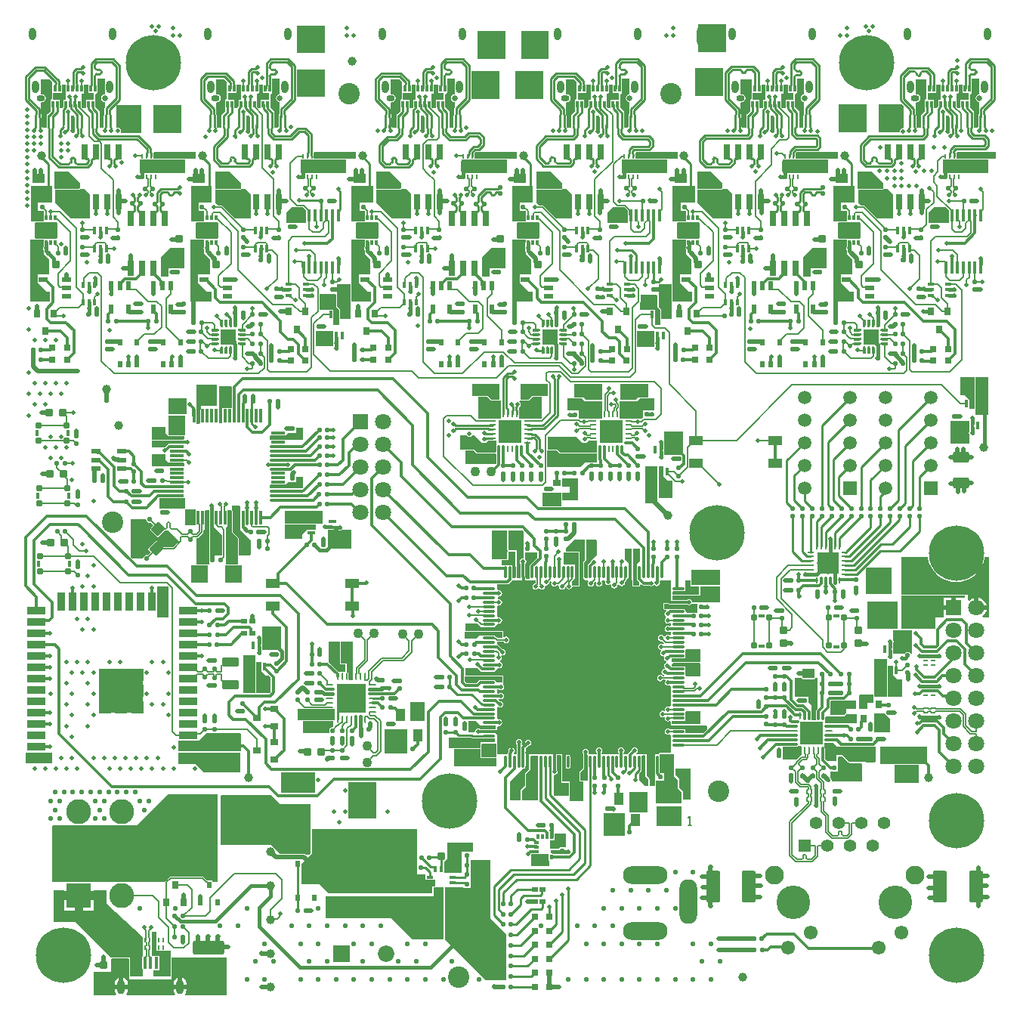
<source format=gtl>
G04*
G04 #@! TF.GenerationSoftware,Altium Limited,Altium Designer,20.1.11 (218)*
G04*
G04 Layer_Physical_Order=1*
G04 Layer_Color=255*
%FSLAX24Y24*%
%MOIN*%
G70*
G04*
G04 #@! TF.SameCoordinates,8E8D3587-AC64-4FAB-BC23-9619E2EF9FFF*
G04*
G04*
G04 #@! TF.FilePolarity,Positive*
G04*
G01*
G75*
%ADD12C,0.0050*%
%ADD13C,0.0100*%
%ADD16C,0.0200*%
%ADD18C,0.0060*%
G04:AMPARAMS|DCode=36|XSize=20mil|YSize=20mil|CornerRadius=6mil|HoleSize=0mil|Usage=FLASHONLY|Rotation=0.000|XOffset=0mil|YOffset=0mil|HoleType=Round|Shape=RoundedRectangle|*
%AMROUNDEDRECTD36*
21,1,0.0200,0.0080,0,0,0.0*
21,1,0.0080,0.0200,0,0,0.0*
1,1,0.0120,0.0040,-0.0040*
1,1,0.0120,-0.0040,-0.0040*
1,1,0.0120,-0.0040,0.0040*
1,1,0.0120,0.0040,0.0040*
%
%ADD36ROUNDEDRECTD36*%
G04:AMPARAMS|DCode=38|XSize=35mil|YSize=34mil|CornerRadius=6mil|HoleSize=0mil|Usage=FLASHONLY|Rotation=180.000|XOffset=0mil|YOffset=0mil|HoleType=Round|Shape=RoundedRectangle|*
%AMROUNDEDRECTD38*
21,1,0.0350,0.0221,0,0,180.0*
21,1,0.0231,0.0340,0,0,180.0*
1,1,0.0119,-0.0116,0.0111*
1,1,0.0119,0.0116,0.0111*
1,1,0.0119,0.0116,-0.0111*
1,1,0.0119,-0.0116,-0.0111*
%
%ADD38ROUNDEDRECTD38*%
G04:AMPARAMS|DCode=49|XSize=23.6mil|YSize=9.4mil|CornerRadius=0.5mil|HoleSize=0mil|Usage=FLASHONLY|Rotation=270.000|XOffset=0mil|YOffset=0mil|HoleType=Round|Shape=RoundedRectangle|*
%AMROUNDEDRECTD49*
21,1,0.0236,0.0085,0,0,270.0*
21,1,0.0227,0.0094,0,0,270.0*
1,1,0.0009,-0.0043,-0.0113*
1,1,0.0009,-0.0043,0.0113*
1,1,0.0009,0.0043,0.0113*
1,1,0.0009,0.0043,-0.0113*
%
%ADD49ROUNDEDRECTD49*%
G04:AMPARAMS|DCode=50|XSize=23.6mil|YSize=9.4mil|CornerRadius=0.5mil|HoleSize=0mil|Usage=FLASHONLY|Rotation=180.000|XOffset=0mil|YOffset=0mil|HoleType=Round|Shape=RoundedRectangle|*
%AMROUNDEDRECTD50*
21,1,0.0236,0.0085,0,0,180.0*
21,1,0.0227,0.0094,0,0,180.0*
1,1,0.0009,-0.0113,0.0043*
1,1,0.0009,0.0113,0.0043*
1,1,0.0009,0.0113,-0.0043*
1,1,0.0009,-0.0113,-0.0043*
%
%ADD50ROUNDEDRECTD50*%
%ADD66O,0.0315X0.0098*%
%ADD67O,0.0098X0.0315*%
G04:AMPARAMS|DCode=70|XSize=9.8mil|YSize=33.5mil|CornerRadius=2.5mil|HoleSize=0mil|Usage=FLASHONLY|Rotation=0.000|XOffset=0mil|YOffset=0mil|HoleType=Round|Shape=RoundedRectangle|*
%AMROUNDEDRECTD70*
21,1,0.0098,0.0285,0,0,0.0*
21,1,0.0049,0.0335,0,0,0.0*
1,1,0.0049,0.0025,-0.0143*
1,1,0.0049,-0.0025,-0.0143*
1,1,0.0049,-0.0025,0.0143*
1,1,0.0049,0.0025,0.0143*
%
%ADD70ROUNDEDRECTD70*%
G04:AMPARAMS|DCode=71|XSize=9.8mil|YSize=33.5mil|CornerRadius=2.5mil|HoleSize=0mil|Usage=FLASHONLY|Rotation=90.000|XOffset=0mil|YOffset=0mil|HoleType=Round|Shape=RoundedRectangle|*
%AMROUNDEDRECTD71*
21,1,0.0098,0.0285,0,0,90.0*
21,1,0.0049,0.0335,0,0,90.0*
1,1,0.0049,0.0143,0.0025*
1,1,0.0049,0.0143,-0.0025*
1,1,0.0049,-0.0143,-0.0025*
1,1,0.0049,-0.0143,0.0025*
%
%ADD71ROUNDEDRECTD71*%
G04:AMPARAMS|DCode=78|XSize=23.6mil|YSize=25.6mil|CornerRadius=2.4mil|HoleSize=0mil|Usage=FLASHONLY|Rotation=270.000|XOffset=0mil|YOffset=0mil|HoleType=Round|Shape=RoundedRectangle|*
%AMROUNDEDRECTD78*
21,1,0.0236,0.0209,0,0,270.0*
21,1,0.0189,0.0256,0,0,270.0*
1,1,0.0047,-0.0104,-0.0094*
1,1,0.0047,-0.0104,0.0094*
1,1,0.0047,0.0104,0.0094*
1,1,0.0047,0.0104,-0.0094*
%
%ADD78ROUNDEDRECTD78*%
G04:AMPARAMS|DCode=79|XSize=27.6mil|YSize=13.8mil|CornerRadius=1.4mil|HoleSize=0mil|Usage=FLASHONLY|Rotation=90.000|XOffset=0mil|YOffset=0mil|HoleType=Round|Shape=RoundedRectangle|*
%AMROUNDEDRECTD79*
21,1,0.0276,0.0110,0,0,90.0*
21,1,0.0248,0.0138,0,0,90.0*
1,1,0.0028,0.0055,0.0124*
1,1,0.0028,0.0055,-0.0124*
1,1,0.0028,-0.0055,-0.0124*
1,1,0.0028,-0.0055,0.0124*
%
%ADD79ROUNDEDRECTD79*%
G04:AMPARAMS|DCode=80|XSize=20mil|YSize=20mil|CornerRadius=6mil|HoleSize=0mil|Usage=FLASHONLY|Rotation=90.000|XOffset=0mil|YOffset=0mil|HoleType=Round|Shape=RoundedRectangle|*
%AMROUNDEDRECTD80*
21,1,0.0200,0.0080,0,0,90.0*
21,1,0.0080,0.0200,0,0,90.0*
1,1,0.0120,0.0040,0.0040*
1,1,0.0120,0.0040,-0.0040*
1,1,0.0120,-0.0040,-0.0040*
1,1,0.0120,-0.0040,0.0040*
%
%ADD80ROUNDEDRECTD80*%
G04:AMPARAMS|DCode=81|XSize=35mil|YSize=34mil|CornerRadius=6mil|HoleSize=0mil|Usage=FLASHONLY|Rotation=270.000|XOffset=0mil|YOffset=0mil|HoleType=Round|Shape=RoundedRectangle|*
%AMROUNDEDRECTD81*
21,1,0.0350,0.0221,0,0,270.0*
21,1,0.0231,0.0340,0,0,270.0*
1,1,0.0119,-0.0111,-0.0116*
1,1,0.0119,-0.0111,0.0116*
1,1,0.0119,0.0111,0.0116*
1,1,0.0119,0.0111,-0.0116*
%
%ADD81ROUNDEDRECTD81*%
G04:AMPARAMS|DCode=84|XSize=55mil|YSize=43mil|CornerRadius=8mil|HoleSize=0mil|Usage=FLASHONLY|Rotation=270.000|XOffset=0mil|YOffset=0mil|HoleType=Round|Shape=RoundedRectangle|*
%AMROUNDEDRECTD84*
21,1,0.0550,0.0271,0,0,270.0*
21,1,0.0391,0.0430,0,0,270.0*
1,1,0.0159,-0.0135,-0.0195*
1,1,0.0159,-0.0135,0.0195*
1,1,0.0159,0.0135,0.0195*
1,1,0.0159,0.0135,-0.0195*
%
%ADD84ROUNDEDRECTD84*%
G04:AMPARAMS|DCode=85|XSize=55mil|YSize=43mil|CornerRadius=8mil|HoleSize=0mil|Usage=FLASHONLY|Rotation=180.000|XOffset=0mil|YOffset=0mil|HoleType=Round|Shape=RoundedRectangle|*
%AMROUNDEDRECTD85*
21,1,0.0550,0.0271,0,0,180.0*
21,1,0.0391,0.0430,0,0,180.0*
1,1,0.0159,-0.0195,0.0135*
1,1,0.0159,0.0195,0.0135*
1,1,0.0159,0.0195,-0.0135*
1,1,0.0159,-0.0195,-0.0135*
%
%ADD85ROUNDEDRECTD85*%
%ADD87R,0.1670X0.1500*%
G04:AMPARAMS|DCode=88|XSize=7.9mil|YSize=22.2mil|CornerRadius=1.2mil|HoleSize=0mil|Usage=FLASHONLY|Rotation=90.000|XOffset=0mil|YOffset=0mil|HoleType=Round|Shape=RoundedRectangle|*
%AMROUNDEDRECTD88*
21,1,0.0079,0.0199,0,0,90.0*
21,1,0.0055,0.0222,0,0,90.0*
1,1,0.0024,0.0099,0.0028*
1,1,0.0024,0.0099,-0.0028*
1,1,0.0024,-0.0099,-0.0028*
1,1,0.0024,-0.0099,0.0028*
%
%ADD88ROUNDEDRECTD88*%
G04:AMPARAMS|DCode=91|XSize=7.9mil|YSize=22.2mil|CornerRadius=1.2mil|HoleSize=0mil|Usage=FLASHONLY|Rotation=0.000|XOffset=0mil|YOffset=0mil|HoleType=Round|Shape=RoundedRectangle|*
%AMROUNDEDRECTD91*
21,1,0.0079,0.0199,0,0,0.0*
21,1,0.0055,0.0222,0,0,0.0*
1,1,0.0024,0.0028,-0.0099*
1,1,0.0024,-0.0028,-0.0099*
1,1,0.0024,-0.0028,0.0099*
1,1,0.0024,0.0028,0.0099*
%
%ADD91ROUNDEDRECTD91*%
G04:AMPARAMS|DCode=97|XSize=71mil|YSize=47mil|CornerRadius=8mil|HoleSize=0mil|Usage=FLASHONLY|Rotation=90.000|XOffset=0mil|YOffset=0mil|HoleType=Round|Shape=RoundedRectangle|*
%AMROUNDEDRECTD97*
21,1,0.0710,0.0310,0,0,90.0*
21,1,0.0550,0.0470,0,0,90.0*
1,1,0.0160,0.0155,0.0275*
1,1,0.0160,0.0155,-0.0275*
1,1,0.0160,-0.0155,-0.0275*
1,1,0.0160,-0.0155,0.0275*
%
%ADD97ROUNDEDRECTD97*%
G04:AMPARAMS|DCode=98|XSize=71mil|YSize=47mil|CornerRadius=8mil|HoleSize=0mil|Usage=FLASHONLY|Rotation=180.000|XOffset=0mil|YOffset=0mil|HoleType=Round|Shape=RoundedRectangle|*
%AMROUNDEDRECTD98*
21,1,0.0710,0.0310,0,0,180.0*
21,1,0.0550,0.0470,0,0,180.0*
1,1,0.0160,-0.0275,0.0155*
1,1,0.0160,0.0275,0.0155*
1,1,0.0160,0.0275,-0.0155*
1,1,0.0160,-0.0275,-0.0155*
%
%ADD98ROUNDEDRECTD98*%
G04:AMPARAMS|DCode=99|XSize=20mil|YSize=20mil|CornerRadius=6mil|HoleSize=0mil|Usage=FLASHONLY|Rotation=45.000|XOffset=0mil|YOffset=0mil|HoleType=Round|Shape=RoundedRectangle|*
%AMROUNDEDRECTD99*
21,1,0.0200,0.0080,0,0,45.0*
21,1,0.0080,0.0200,0,0,45.0*
1,1,0.0120,0.0057,0.0000*
1,1,0.0120,0.0000,-0.0057*
1,1,0.0120,-0.0057,0.0000*
1,1,0.0120,0.0000,0.0057*
%
%ADD99ROUNDEDRECTD99*%
G04:AMPARAMS|DCode=100|XSize=20mil|YSize=20mil|CornerRadius=6mil|HoleSize=0mil|Usage=FLASHONLY|Rotation=135.000|XOffset=0mil|YOffset=0mil|HoleType=Round|Shape=RoundedRectangle|*
%AMROUNDEDRECTD100*
21,1,0.0200,0.0080,0,0,135.0*
21,1,0.0080,0.0200,0,0,135.0*
1,1,0.0120,0.0000,0.0057*
1,1,0.0120,0.0057,0.0000*
1,1,0.0120,0.0000,-0.0057*
1,1,0.0120,-0.0057,0.0000*
%
%ADD100ROUNDEDRECTD100*%
G04:AMPARAMS|DCode=102|XSize=27.6mil|YSize=13.8mil|CornerRadius=1.4mil|HoleSize=0mil|Usage=FLASHONLY|Rotation=0.000|XOffset=0mil|YOffset=0mil|HoleType=Round|Shape=RoundedRectangle|*
%AMROUNDEDRECTD102*
21,1,0.0276,0.0110,0,0,0.0*
21,1,0.0248,0.0138,0,0,0.0*
1,1,0.0028,0.0124,-0.0055*
1,1,0.0028,-0.0124,-0.0055*
1,1,0.0028,-0.0124,0.0055*
1,1,0.0028,0.0124,0.0055*
%
%ADD102ROUNDEDRECTD102*%
G04:AMPARAMS|DCode=103|XSize=23.6mil|YSize=25.6mil|CornerRadius=2.4mil|HoleSize=0mil|Usage=FLASHONLY|Rotation=0.000|XOffset=0mil|YOffset=0mil|HoleType=Round|Shape=RoundedRectangle|*
%AMROUNDEDRECTD103*
21,1,0.0236,0.0209,0,0,0.0*
21,1,0.0189,0.0256,0,0,0.0*
1,1,0.0047,0.0094,-0.0104*
1,1,0.0047,-0.0094,-0.0104*
1,1,0.0047,-0.0094,0.0104*
1,1,0.0047,0.0094,0.0104*
%
%ADD103ROUNDEDRECTD103*%
%ADD139R,0.0669X0.0669*%
%ADD150R,0.1004X0.1004*%
%ADD202C,0.0550*%
%ADD203R,0.0550X0.0550*%
%ADD219C,0.0197*%
%ADD220C,0.0085*%
G04:AMPARAMS|DCode=221|XSize=31.5mil|YSize=15.7mil|CornerRadius=1.6mil|HoleSize=0mil|Usage=FLASHONLY|Rotation=270.000|XOffset=0mil|YOffset=0mil|HoleType=Round|Shape=RoundedRectangle|*
%AMROUNDEDRECTD221*
21,1,0.0315,0.0126,0,0,270.0*
21,1,0.0283,0.0157,0,0,270.0*
1,1,0.0032,-0.0063,-0.0142*
1,1,0.0032,-0.0063,0.0142*
1,1,0.0032,0.0063,0.0142*
1,1,0.0032,0.0063,-0.0142*
%
%ADD221ROUNDEDRECTD221*%
%ADD222R,0.0591X0.0433*%
%ADD223R,0.0315X0.0354*%
G04:AMPARAMS|DCode=224|XSize=52.4mil|YSize=52.4mil|CornerRadius=0mil|HoleSize=0mil|Usage=FLASHONLY|Rotation=0.000|XOffset=0mil|YOffset=0mil|HoleType=Round|Shape=RoundedRectangle|*
%AMROUNDEDRECTD224*
21,1,0.0524,0.0524,0,0,0.0*
21,1,0.0524,0.0524,0,0,0.0*
1,1,0.0000,0.0262,-0.0262*
1,1,0.0000,-0.0262,-0.0262*
1,1,0.0000,-0.0262,0.0262*
1,1,0.0000,0.0262,0.0262*
%
%ADD224ROUNDEDRECTD224*%
G04:AMPARAMS|DCode=225|XSize=35.4mil|YSize=78.7mil|CornerRadius=3.5mil|HoleSize=0mil|Usage=FLASHONLY|Rotation=270.000|XOffset=0mil|YOffset=0mil|HoleType=Round|Shape=RoundedRectangle|*
%AMROUNDEDRECTD225*
21,1,0.0354,0.0717,0,0,270.0*
21,1,0.0283,0.0787,0,0,270.0*
1,1,0.0071,-0.0358,-0.0142*
1,1,0.0071,-0.0358,0.0142*
1,1,0.0071,0.0358,0.0142*
1,1,0.0071,0.0358,-0.0142*
%
%ADD225ROUNDEDRECTD225*%
G04:AMPARAMS|DCode=226|XSize=78.7mil|YSize=35.4mil|CornerRadius=3.5mil|HoleSize=0mil|Usage=FLASHONLY|Rotation=180.000|XOffset=0mil|YOffset=0mil|HoleType=Round|Shape=RoundedRectangle|*
%AMROUNDEDRECTD226*
21,1,0.0787,0.0283,0,0,180.0*
21,1,0.0717,0.0354,0,0,180.0*
1,1,0.0071,-0.0358,0.0142*
1,1,0.0071,0.0358,0.0142*
1,1,0.0071,0.0358,-0.0142*
1,1,0.0071,-0.0358,-0.0142*
%
%ADD226ROUNDEDRECTD226*%
G04:AMPARAMS|DCode=227|XSize=78.7mil|YSize=35.4mil|CornerRadius=3.5mil|HoleSize=0mil|Usage=FLASHONLY|Rotation=270.000|XOffset=0mil|YOffset=0mil|HoleType=Round|Shape=RoundedRectangle|*
%AMROUNDEDRECTD227*
21,1,0.0787,0.0283,0,0,270.0*
21,1,0.0717,0.0354,0,0,270.0*
1,1,0.0071,-0.0142,-0.0358*
1,1,0.0071,-0.0142,0.0358*
1,1,0.0071,0.0142,0.0358*
1,1,0.0071,0.0142,-0.0358*
%
%ADD227ROUNDEDRECTD227*%
%ADD228R,0.0217X0.0315*%
G04:AMPARAMS|DCode=229|XSize=43.3mil|YSize=47.2mil|CornerRadius=4.3mil|HoleSize=0mil|Usage=FLASHONLY|Rotation=315.000|XOffset=0mil|YOffset=0mil|HoleType=Round|Shape=RoundedRectangle|*
%AMROUNDEDRECTD229*
21,1,0.0433,0.0386,0,0,315.0*
21,1,0.0346,0.0472,0,0,315.0*
1,1,0.0087,-0.0014,-0.0259*
1,1,0.0087,-0.0259,-0.0014*
1,1,0.0087,0.0014,0.0259*
1,1,0.0087,0.0259,0.0014*
%
%ADD229ROUNDEDRECTD229*%
G04:AMPARAMS|DCode=230|XSize=25.6mil|YSize=33.5mil|CornerRadius=1.3mil|HoleSize=0mil|Usage=FLASHONLY|Rotation=270.000|XOffset=0mil|YOffset=0mil|HoleType=Round|Shape=RoundedRectangle|*
%AMROUNDEDRECTD230*
21,1,0.0256,0.0309,0,0,270.0*
21,1,0.0230,0.0335,0,0,270.0*
1,1,0.0026,-0.0155,-0.0115*
1,1,0.0026,-0.0155,0.0115*
1,1,0.0026,0.0155,0.0115*
1,1,0.0026,0.0155,-0.0115*
%
%ADD230ROUNDEDRECTD230*%
G04:AMPARAMS|DCode=231|XSize=43.3mil|YSize=51.2mil|CornerRadius=2.2mil|HoleSize=0mil|Usage=FLASHONLY|Rotation=180.000|XOffset=0mil|YOffset=0mil|HoleType=Round|Shape=RoundedRectangle|*
%AMROUNDEDRECTD231*
21,1,0.0433,0.0469,0,0,180.0*
21,1,0.0390,0.0512,0,0,180.0*
1,1,0.0043,-0.0195,0.0234*
1,1,0.0043,0.0195,0.0234*
1,1,0.0043,0.0195,-0.0234*
1,1,0.0043,-0.0195,-0.0234*
%
%ADD231ROUNDEDRECTD231*%
G04:AMPARAMS|DCode=232|XSize=70.9mil|YSize=39.4mil|CornerRadius=3.9mil|HoleSize=0mil|Usage=FLASHONLY|Rotation=180.000|XOffset=0mil|YOffset=0mil|HoleType=Round|Shape=RoundedRectangle|*
%AMROUNDEDRECTD232*
21,1,0.0709,0.0315,0,0,180.0*
21,1,0.0630,0.0394,0,0,180.0*
1,1,0.0079,-0.0315,0.0157*
1,1,0.0079,0.0315,0.0157*
1,1,0.0079,0.0315,-0.0157*
1,1,0.0079,-0.0315,-0.0157*
%
%ADD232ROUNDEDRECTD232*%
%ADD233R,0.0256X0.0335*%
G04:AMPARAMS|DCode=234|XSize=96.5mil|YSize=96.5mil|CornerRadius=4.8mil|HoleSize=0mil|Usage=FLASHONLY|Rotation=180.000|XOffset=0mil|YOffset=0mil|HoleType=Round|Shape=RoundedRectangle|*
%AMROUNDEDRECTD234*
21,1,0.0965,0.0868,0,0,180.0*
21,1,0.0868,0.0965,0,0,180.0*
1,1,0.0096,-0.0434,0.0434*
1,1,0.0096,0.0434,0.0434*
1,1,0.0096,0.0434,-0.0434*
1,1,0.0096,-0.0434,-0.0434*
%
%ADD234ROUNDEDRECTD234*%
G04:AMPARAMS|DCode=235|XSize=31.5mil|YSize=15.7mil|CornerRadius=1.6mil|HoleSize=0mil|Usage=FLASHONLY|Rotation=0.000|XOffset=0mil|YOffset=0mil|HoleType=Round|Shape=RoundedRectangle|*
%AMROUNDEDRECTD235*
21,1,0.0315,0.0126,0,0,0.0*
21,1,0.0283,0.0157,0,0,0.0*
1,1,0.0032,0.0142,-0.0063*
1,1,0.0032,-0.0142,-0.0063*
1,1,0.0032,-0.0142,0.0063*
1,1,0.0032,0.0142,0.0063*
%
%ADD235ROUNDEDRECTD235*%
G04:AMPARAMS|DCode=236|XSize=21.7mil|YSize=39.4mil|CornerRadius=2.2mil|HoleSize=0mil|Usage=FLASHONLY|Rotation=270.000|XOffset=0mil|YOffset=0mil|HoleType=Round|Shape=RoundedRectangle|*
%AMROUNDEDRECTD236*
21,1,0.0217,0.0350,0,0,270.0*
21,1,0.0173,0.0394,0,0,270.0*
1,1,0.0043,-0.0175,-0.0087*
1,1,0.0043,-0.0175,0.0087*
1,1,0.0043,0.0175,0.0087*
1,1,0.0043,0.0175,-0.0087*
%
%ADD236ROUNDEDRECTD236*%
G04:AMPARAMS|DCode=237|XSize=70.9mil|YSize=102.4mil|CornerRadius=3.5mil|HoleSize=0mil|Usage=FLASHONLY|Rotation=90.000|XOffset=0mil|YOffset=0mil|HoleType=Round|Shape=RoundedRectangle|*
%AMROUNDEDRECTD237*
21,1,0.0709,0.0953,0,0,90.0*
21,1,0.0638,0.1024,0,0,90.0*
1,1,0.0071,0.0476,0.0319*
1,1,0.0071,0.0476,-0.0319*
1,1,0.0071,-0.0476,-0.0319*
1,1,0.0071,-0.0476,0.0319*
%
%ADD237ROUNDEDRECTD237*%
G04:AMPARAMS|DCode=238|XSize=11.8mil|YSize=21.3mil|CornerRadius=1.2mil|HoleSize=0mil|Usage=FLASHONLY|Rotation=180.000|XOffset=0mil|YOffset=0mil|HoleType=Round|Shape=RoundedRectangle|*
%AMROUNDEDRECTD238*
21,1,0.0118,0.0189,0,0,180.0*
21,1,0.0094,0.0213,0,0,180.0*
1,1,0.0024,-0.0047,0.0094*
1,1,0.0024,0.0047,0.0094*
1,1,0.0024,0.0047,-0.0094*
1,1,0.0024,-0.0047,-0.0094*
%
%ADD238ROUNDEDRECTD238*%
G04:AMPARAMS|DCode=239|XSize=16.5mil|YSize=23.6mil|CornerRadius=1.7mil|HoleSize=0mil|Usage=FLASHONLY|Rotation=270.000|XOffset=0mil|YOffset=0mil|HoleType=Round|Shape=RoundedRectangle|*
%AMROUNDEDRECTD239*
21,1,0.0165,0.0203,0,0,270.0*
21,1,0.0132,0.0236,0,0,270.0*
1,1,0.0033,-0.0102,-0.0066*
1,1,0.0033,-0.0102,0.0066*
1,1,0.0033,0.0102,0.0066*
1,1,0.0033,0.0102,-0.0066*
%
%ADD239ROUNDEDRECTD239*%
G04:AMPARAMS|DCode=240|XSize=16.5mil|YSize=23.6mil|CornerRadius=1.7mil|HoleSize=0mil|Usage=FLASHONLY|Rotation=0.000|XOffset=0mil|YOffset=0mil|HoleType=Round|Shape=RoundedRectangle|*
%AMROUNDEDRECTD240*
21,1,0.0165,0.0203,0,0,0.0*
21,1,0.0132,0.0236,0,0,0.0*
1,1,0.0033,0.0066,-0.0102*
1,1,0.0033,-0.0066,-0.0102*
1,1,0.0033,-0.0066,0.0102*
1,1,0.0033,0.0066,0.0102*
%
%ADD240ROUNDEDRECTD240*%
%ADD241R,0.0787X0.0472*%
%ADD242R,0.0098X0.0197*%
G04:AMPARAMS|DCode=243|XSize=15.7mil|YSize=31.5mil|CornerRadius=1.6mil|HoleSize=0mil|Usage=FLASHONLY|Rotation=0.000|XOffset=0mil|YOffset=0mil|HoleType=Round|Shape=RoundedRectangle|*
%AMROUNDEDRECTD243*
21,1,0.0157,0.0283,0,0,0.0*
21,1,0.0126,0.0315,0,0,0.0*
1,1,0.0032,0.0063,-0.0142*
1,1,0.0032,-0.0063,-0.0142*
1,1,0.0032,-0.0063,0.0142*
1,1,0.0032,0.0063,0.0142*
%
%ADD243ROUNDEDRECTD243*%
G04:AMPARAMS|DCode=244|XSize=25.6mil|YSize=68.9mil|CornerRadius=3.8mil|HoleSize=0mil|Usage=FLASHONLY|Rotation=180.000|XOffset=0mil|YOffset=0mil|HoleType=Round|Shape=RoundedRectangle|*
%AMROUNDEDRECTD244*
21,1,0.0256,0.0612,0,0,180.0*
21,1,0.0179,0.0689,0,0,180.0*
1,1,0.0077,-0.0090,0.0306*
1,1,0.0077,0.0090,0.0306*
1,1,0.0077,0.0090,-0.0306*
1,1,0.0077,-0.0090,-0.0306*
%
%ADD244ROUNDEDRECTD244*%
G04:AMPARAMS|DCode=245|XSize=13.8mil|YSize=53.1mil|CornerRadius=1.4mil|HoleSize=0mil|Usage=FLASHONLY|Rotation=180.000|XOffset=0mil|YOffset=0mil|HoleType=Round|Shape=RoundedRectangle|*
%AMROUNDEDRECTD245*
21,1,0.0138,0.0504,0,0,180.0*
21,1,0.0110,0.0531,0,0,180.0*
1,1,0.0028,-0.0055,0.0252*
1,1,0.0028,0.0055,0.0252*
1,1,0.0028,0.0055,-0.0252*
1,1,0.0028,-0.0055,-0.0252*
%
%ADD245ROUNDEDRECTD245*%
G04:AMPARAMS|DCode=246|XSize=11mil|YSize=27.6mil|CornerRadius=0.6mil|HoleSize=0mil|Usage=FLASHONLY|Rotation=180.000|XOffset=0mil|YOffset=0mil|HoleType=Round|Shape=RoundedRectangle|*
%AMROUNDEDRECTD246*
21,1,0.0110,0.0265,0,0,180.0*
21,1,0.0099,0.0276,0,0,180.0*
1,1,0.0011,-0.0050,0.0132*
1,1,0.0011,0.0050,0.0132*
1,1,0.0011,0.0050,-0.0132*
1,1,0.0011,-0.0050,-0.0132*
%
%ADD246ROUNDEDRECTD246*%
G04:AMPARAMS|DCode=247|XSize=11mil|YSize=27.6mil|CornerRadius=0.6mil|HoleSize=0mil|Usage=FLASHONLY|Rotation=90.000|XOffset=0mil|YOffset=0mil|HoleType=Round|Shape=RoundedRectangle|*
%AMROUNDEDRECTD247*
21,1,0.0110,0.0265,0,0,90.0*
21,1,0.0099,0.0276,0,0,90.0*
1,1,0.0011,0.0132,0.0050*
1,1,0.0011,0.0132,-0.0050*
1,1,0.0011,-0.0132,-0.0050*
1,1,0.0011,-0.0132,0.0050*
%
%ADD247ROUNDEDRECTD247*%
%ADD248R,0.0413X0.0236*%
%ADD249R,0.1260X0.1260*%
G04:AMPARAMS|DCode=250|XSize=9.8mil|YSize=31.5mil|CornerRadius=2.5mil|HoleSize=0mil|Usage=FLASHONLY|Rotation=90.000|XOffset=0mil|YOffset=0mil|HoleType=Round|Shape=RoundedRectangle|*
%AMROUNDEDRECTD250*
21,1,0.0098,0.0266,0,0,90.0*
21,1,0.0049,0.0315,0,0,90.0*
1,1,0.0049,0.0133,0.0025*
1,1,0.0049,0.0133,-0.0025*
1,1,0.0049,-0.0133,-0.0025*
1,1,0.0049,-0.0133,0.0025*
%
%ADD250ROUNDEDRECTD250*%
G04:AMPARAMS|DCode=251|XSize=9.8mil|YSize=31.5mil|CornerRadius=2.5mil|HoleSize=0mil|Usage=FLASHONLY|Rotation=180.000|XOffset=0mil|YOffset=0mil|HoleType=Round|Shape=RoundedRectangle|*
%AMROUNDEDRECTD251*
21,1,0.0098,0.0266,0,0,180.0*
21,1,0.0049,0.0315,0,0,180.0*
1,1,0.0049,-0.0025,0.0133*
1,1,0.0049,0.0025,0.0133*
1,1,0.0049,0.0025,-0.0133*
1,1,0.0049,-0.0025,-0.0133*
%
%ADD251ROUNDEDRECTD251*%
G04:AMPARAMS|DCode=252|XSize=61.4mil|YSize=11mil|CornerRadius=1.4mil|HoleSize=0mil|Usage=FLASHONLY|Rotation=180.000|XOffset=0mil|YOffset=0mil|HoleType=Round|Shape=RoundedRectangle|*
%AMROUNDEDRECTD252*
21,1,0.0614,0.0083,0,0,180.0*
21,1,0.0587,0.0110,0,0,180.0*
1,1,0.0028,-0.0293,0.0041*
1,1,0.0028,0.0293,0.0041*
1,1,0.0028,0.0293,-0.0041*
1,1,0.0028,-0.0293,-0.0041*
%
%ADD252ROUNDEDRECTD252*%
G04:AMPARAMS|DCode=253|XSize=61.4mil|YSize=11mil|CornerRadius=1.4mil|HoleSize=0mil|Usage=FLASHONLY|Rotation=270.000|XOffset=0mil|YOffset=0mil|HoleType=Round|Shape=RoundedRectangle|*
%AMROUNDEDRECTD253*
21,1,0.0614,0.0083,0,0,270.0*
21,1,0.0587,0.0110,0,0,270.0*
1,1,0.0028,-0.0041,-0.0293*
1,1,0.0028,-0.0041,0.0293*
1,1,0.0028,0.0041,0.0293*
1,1,0.0028,0.0041,-0.0293*
%
%ADD253ROUNDEDRECTD253*%
%ADD254R,0.0226X0.0138*%
%ADD255R,0.0138X0.0226*%
%ADD256R,0.0295X0.0138*%
%ADD257R,0.0138X0.0295*%
G04:AMPARAMS|DCode=258|XSize=11.8mil|YSize=53.1mil|CornerRadius=3mil|HoleSize=0mil|Usage=FLASHONLY|Rotation=180.000|XOffset=0mil|YOffset=0mil|HoleType=Round|Shape=RoundedRectangle|*
%AMROUNDEDRECTD258*
21,1,0.0118,0.0472,0,0,180.0*
21,1,0.0059,0.0531,0,0,180.0*
1,1,0.0059,-0.0030,0.0236*
1,1,0.0059,0.0030,0.0236*
1,1,0.0059,0.0030,-0.0236*
1,1,0.0059,-0.0030,-0.0236*
%
%ADD258ROUNDEDRECTD258*%
G04:AMPARAMS|DCode=259|XSize=11.8mil|YSize=53.1mil|CornerRadius=3mil|HoleSize=0mil|Usage=FLASHONLY|Rotation=90.000|XOffset=0mil|YOffset=0mil|HoleType=Round|Shape=RoundedRectangle|*
%AMROUNDEDRECTD259*
21,1,0.0118,0.0472,0,0,90.0*
21,1,0.0059,0.0531,0,0,90.0*
1,1,0.0059,0.0236,0.0030*
1,1,0.0059,0.0236,-0.0030*
1,1,0.0059,-0.0236,-0.0030*
1,1,0.0059,-0.0236,0.0030*
%
%ADD259ROUNDEDRECTD259*%
%ADD260C,0.0394*%
%ADD261R,0.0354X0.0315*%
%ADD262R,0.0220X0.0285*%
%ADD263R,0.0118X0.0276*%
G04:AMPARAMS|DCode=264|XSize=15.7mil|YSize=22.2mil|CornerRadius=1.3mil|HoleSize=0mil|Usage=FLASHONLY|Rotation=90.000|XOffset=0mil|YOffset=0mil|HoleType=Round|Shape=RoundedRectangle|*
%AMROUNDEDRECTD264*
21,1,0.0157,0.0197,0,0,90.0*
21,1,0.0132,0.0222,0,0,90.0*
1,1,0.0025,0.0099,0.0066*
1,1,0.0025,0.0099,-0.0066*
1,1,0.0025,-0.0099,-0.0066*
1,1,0.0025,-0.0099,0.0066*
%
%ADD264ROUNDEDRECTD264*%
G04:AMPARAMS|DCode=265|XSize=85.8mil|YSize=63.8mil|CornerRadius=15.9mil|HoleSize=0mil|Usage=FLASHONLY|Rotation=270.000|XOffset=0mil|YOffset=0mil|HoleType=Round|Shape=RoundedRectangle|*
%AMROUNDEDRECTD265*
21,1,0.0858,0.0319,0,0,270.0*
21,1,0.0539,0.0638,0,0,270.0*
1,1,0.0319,-0.0159,-0.0270*
1,1,0.0319,-0.0159,0.0270*
1,1,0.0319,0.0159,0.0270*
1,1,0.0319,0.0159,-0.0270*
%
%ADD265ROUNDEDRECTD265*%
%ADD266R,0.0315X0.0315*%
G04:AMPARAMS|DCode=267|XSize=15.7mil|YSize=22.2mil|CornerRadius=1.3mil|HoleSize=0mil|Usage=FLASHONLY|Rotation=0.000|XOffset=0mil|YOffset=0mil|HoleType=Round|Shape=RoundedRectangle|*
%AMROUNDEDRECTD267*
21,1,0.0157,0.0197,0,0,0.0*
21,1,0.0132,0.0222,0,0,0.0*
1,1,0.0025,0.0066,-0.0099*
1,1,0.0025,-0.0066,-0.0099*
1,1,0.0025,-0.0066,0.0099*
1,1,0.0025,0.0066,0.0099*
%
%ADD267ROUNDEDRECTD267*%
G04:AMPARAMS|DCode=268|XSize=89mil|YSize=85mil|CornerRadius=21.3mil|HoleSize=0mil|Usage=FLASHONLY|Rotation=270.000|XOffset=0mil|YOffset=0mil|HoleType=Round|Shape=RoundedRectangle|*
%AMROUNDEDRECTD268*
21,1,0.0890,0.0425,0,0,270.0*
21,1,0.0465,0.0850,0,0,270.0*
1,1,0.0425,-0.0213,-0.0232*
1,1,0.0425,-0.0213,0.0232*
1,1,0.0425,0.0213,0.0232*
1,1,0.0425,0.0213,-0.0232*
%
%ADD268ROUNDEDRECTD268*%
G04:AMPARAMS|DCode=269|XSize=89mil|YSize=85mil|CornerRadius=21.3mil|HoleSize=0mil|Usage=FLASHONLY|Rotation=180.000|XOffset=0mil|YOffset=0mil|HoleType=Round|Shape=RoundedRectangle|*
%AMROUNDEDRECTD269*
21,1,0.0890,0.0425,0,0,180.0*
21,1,0.0465,0.0850,0,0,180.0*
1,1,0.0425,-0.0232,0.0213*
1,1,0.0425,0.0232,0.0213*
1,1,0.0425,0.0232,-0.0213*
1,1,0.0425,-0.0232,-0.0213*
%
%ADD269ROUNDEDRECTD269*%
%ADD270R,0.0256X0.0236*%
%ADD271R,0.0236X0.0276*%
%ADD272R,0.0638X0.1264*%
G04:AMPARAMS|DCode=273|XSize=63mil|YSize=137.8mil|CornerRadius=7.9mil|HoleSize=0mil|Usage=FLASHONLY|Rotation=0.000|XOffset=0mil|YOffset=0mil|HoleType=Round|Shape=RoundedRectangle|*
%AMROUNDEDRECTD273*
21,1,0.0630,0.1220,0,0,0.0*
21,1,0.0472,0.1378,0,0,0.0*
1,1,0.0157,0.0236,-0.0610*
1,1,0.0157,-0.0236,-0.0610*
1,1,0.0157,-0.0236,0.0610*
1,1,0.0157,0.0236,0.0610*
%
%ADD273ROUNDEDRECTD273*%
G04:AMPARAMS|DCode=274|XSize=21.7mil|YSize=39.4mil|CornerRadius=2.2mil|HoleSize=0mil|Usage=FLASHONLY|Rotation=0.000|XOffset=0mil|YOffset=0mil|HoleType=Round|Shape=RoundedRectangle|*
%AMROUNDEDRECTD274*
21,1,0.0217,0.0350,0,0,0.0*
21,1,0.0173,0.0394,0,0,0.0*
1,1,0.0043,0.0087,-0.0175*
1,1,0.0043,-0.0087,-0.0175*
1,1,0.0043,-0.0087,0.0175*
1,1,0.0043,0.0087,0.0175*
%
%ADD274ROUNDEDRECTD274*%
G04:AMPARAMS|DCode=275|XSize=63mil|YSize=137.8mil|CornerRadius=7.9mil|HoleSize=0mil|Usage=FLASHONLY|Rotation=270.000|XOffset=0mil|YOffset=0mil|HoleType=Round|Shape=RoundedRectangle|*
%AMROUNDEDRECTD275*
21,1,0.0630,0.1220,0,0,270.0*
21,1,0.0472,0.1378,0,0,270.0*
1,1,0.0157,-0.0610,-0.0236*
1,1,0.0157,-0.0610,0.0236*
1,1,0.0157,0.0610,0.0236*
1,1,0.0157,0.0610,-0.0236*
%
%ADD275ROUNDEDRECTD275*%
G04:AMPARAMS|DCode=276|XSize=15.7mil|YSize=53.1mil|CornerRadius=3.9mil|HoleSize=0mil|Usage=FLASHONLY|Rotation=0.000|XOffset=0mil|YOffset=0mil|HoleType=Round|Shape=RoundedRectangle|*
%AMROUNDEDRECTD276*
21,1,0.0157,0.0453,0,0,0.0*
21,1,0.0079,0.0531,0,0,0.0*
1,1,0.0079,0.0039,-0.0226*
1,1,0.0079,-0.0039,-0.0226*
1,1,0.0079,-0.0039,0.0226*
1,1,0.0079,0.0039,0.0226*
%
%ADD276ROUNDEDRECTD276*%
%ADD277R,0.0748X0.0610*%
%ADD278R,0.0630X0.0551*%
%ADD279C,0.0150*%
%ADD280C,0.0120*%
%ADD281C,0.0085*%
%ADD282C,0.0120*%
%ADD283C,0.0075*%
%ADD284C,0.0059*%
%ADD285R,0.1969X0.1969*%
%ADD286C,0.2441*%
%ADD287C,0.1102*%
%ADD288R,0.1102X0.1102*%
%ADD289C,0.0945*%
%ADD290C,0.0433*%
%ADD291C,0.0830*%
%ADD292C,0.1480*%
%ADD293C,0.0610*%
%ADD294O,0.0374X0.0256*%
%ADD295O,0.0315X0.0551*%
%ADD296C,0.0256*%
%ADD297O,0.0787X0.1969*%
%ADD298O,0.1969X0.0787*%
%ADD299C,0.0709*%
%ADD300R,0.0709X0.0709*%
G04:AMPARAMS|DCode=301|XSize=35.4mil|YSize=63mil|CornerRadius=17.7mil|HoleSize=0mil|Usage=FLASHONLY|Rotation=0.000|XOffset=0mil|YOffset=0mil|HoleType=Round|Shape=RoundedRectangle|*
%AMROUNDEDRECTD301*
21,1,0.0354,0.0276,0,0,0.0*
21,1,0.0000,0.0630,0,0,0.0*
1,1,0.0354,0.0000,-0.0138*
1,1,0.0354,0.0000,-0.0138*
1,1,0.0354,0.0000,0.0138*
1,1,0.0354,0.0000,0.0138*
%
%ADD301ROUNDEDRECTD301*%
%ADD302C,0.0594*%
%ADD303R,0.0594X0.0594*%
%ADD304C,0.0728*%
%ADD305R,0.0728X0.0728*%
%ADD306C,0.0217*%
G36*
X31178Y41796D02*
X29946D01*
Y43015D01*
X31178D01*
Y41796D01*
D02*
G37*
G36*
X13484Y41749D02*
X12252D01*
Y42968D01*
X13484D01*
Y41749D01*
D02*
G37*
G36*
X23369Y41485D02*
X22150D01*
Y42718D01*
X23369D01*
Y41485D01*
D02*
G37*
G36*
X21439D02*
X20220D01*
Y42718D01*
X21439D01*
Y41485D01*
D02*
G37*
G36*
X31055Y39870D02*
X29823D01*
Y41089D01*
X31055D01*
Y39870D01*
D02*
G37*
G36*
X13484Y39820D02*
X12252D01*
Y41039D01*
X13484D01*
Y39820D01*
D02*
G37*
G36*
X23109Y39737D02*
X21877D01*
Y40956D01*
X23109D01*
Y39737D01*
D02*
G37*
G36*
X21180D02*
X19947D01*
Y40956D01*
X21180D01*
Y39737D01*
D02*
G37*
G36*
X26200Y39990D02*
X26442Y39990D01*
X26442Y39736D01*
X26407Y39700D01*
X26097Y39700D01*
X26097Y39330D01*
X25964D01*
X25907Y39387D01*
Y39475D01*
X25906Y39482D01*
Y39682D01*
X25906D01*
Y39958D01*
X26000D01*
X26000Y39995D01*
X26005D01*
Y40351D01*
X26047Y40370D01*
X26200D01*
Y39990D01*
D02*
G37*
G36*
X18483D02*
X18726Y39990D01*
X18726Y39736D01*
X18691Y39700D01*
X18381Y39700D01*
X18381Y39330D01*
X18214D01*
X18190Y39355D01*
Y39682D01*
X18189D01*
Y39958D01*
X18283D01*
X18283Y39995D01*
X18288D01*
Y40351D01*
X18330Y40370D01*
X18483D01*
Y39990D01*
D02*
G37*
G36*
X41633Y39990D02*
X41876Y39990D01*
X41876Y39735D01*
X41840Y39700D01*
X41530Y39700D01*
X41530Y39330D01*
X41397D01*
X41341Y39387D01*
Y39475D01*
X41339Y39482D01*
Y39682D01*
X41339D01*
Y39958D01*
X41433D01*
X41433Y39995D01*
X41438D01*
Y40351D01*
X41480Y40370D01*
X41633D01*
Y39990D01*
D02*
G37*
G36*
X33916D02*
X34159Y39990D01*
X34159Y39735D01*
X34124Y39700D01*
X33814Y39700D01*
X33814Y39330D01*
X33647D01*
X33623Y39355D01*
Y39682D01*
X33622D01*
Y39958D01*
X33716D01*
X33717Y39995D01*
X33721D01*
Y40351D01*
X33763Y40370D01*
X33916D01*
Y39990D01*
D02*
G37*
G36*
X10767Y39990D02*
X11009Y39990D01*
X11009Y39735D01*
X10974Y39700D01*
X10664Y39700D01*
X10664Y39330D01*
X10531D01*
X10474Y39387D01*
Y39475D01*
X10473Y39482D01*
Y39682D01*
X10472D01*
Y39958D01*
X10567D01*
X10567Y39995D01*
X10571D01*
Y40351D01*
X10614Y40370D01*
X10767D01*
Y39990D01*
D02*
G37*
G36*
X3050D02*
X3293Y39990D01*
X3293Y39735D01*
X3257Y39700D01*
X2947Y39700D01*
X2947Y39330D01*
X2781D01*
X2756Y39354D01*
Y39682D01*
X2756D01*
Y39958D01*
X2850D01*
X2850Y39995D01*
X2855D01*
Y40351D01*
X2897Y40370D01*
X3050D01*
Y39990D01*
D02*
G37*
G36*
X25216Y40351D02*
Y39995D01*
X25217D01*
Y39700D01*
X25118D01*
Y39682D01*
X25117D01*
Y39496D01*
X25116Y39487D01*
Y39406D01*
X25059Y39348D01*
X25046Y39330D01*
X24926D01*
X24926Y39700D01*
X24698Y39700D01*
X24663Y39736D01*
X24663Y39990D01*
X25020Y39990D01*
Y39995D01*
X25020D01*
Y40351D01*
X25062Y40370D01*
X25174D01*
X25216Y40351D01*
D02*
G37*
G36*
X17499D02*
Y39995D01*
X17500D01*
Y39700D01*
X17401D01*
Y39682D01*
X17401D01*
Y39496D01*
X17399Y39487D01*
Y39368D01*
X17361Y39330D01*
X17210D01*
X17210Y39700D01*
X16968Y39700D01*
X16933Y39736D01*
X16933Y39990D01*
X17303Y39990D01*
Y39995D01*
X17304D01*
Y40351D01*
X17346Y40370D01*
X17457D01*
X17499Y40351D01*
D02*
G37*
G36*
X40649Y40351D02*
Y39995D01*
X40650D01*
Y39700D01*
X40551D01*
Y39682D01*
X40551D01*
Y39496D01*
X40549Y39487D01*
Y39406D01*
X40492Y39348D01*
X40479Y39330D01*
X40360D01*
X40360Y39700D01*
X40131Y39700D01*
X40096Y39735D01*
X40096Y39990D01*
X40453Y39990D01*
Y39995D01*
X40453D01*
Y40351D01*
X40495Y40370D01*
X40607D01*
X40649Y40351D01*
D02*
G37*
G36*
X32932D02*
Y39995D01*
X32933D01*
Y39700D01*
X32835D01*
Y39682D01*
X32834D01*
Y39495D01*
X32832Y39487D01*
Y39371D01*
X32791Y39330D01*
X32643D01*
X32643Y39700D01*
X32402Y39700D01*
X32366Y39735D01*
X32366Y39990D01*
X32736Y39990D01*
Y39995D01*
X32737D01*
Y40351D01*
X32779Y40370D01*
X32890D01*
X32932Y40351D01*
D02*
G37*
G36*
X9783Y40351D02*
Y39995D01*
X9783D01*
Y39700D01*
X9685D01*
Y39682D01*
X9684D01*
Y39495D01*
X9683Y39487D01*
Y39405D01*
X9625Y39348D01*
X9613Y39330D01*
X9493D01*
X9493Y39700D01*
X9265Y39700D01*
X9230Y39735D01*
X9230Y39990D01*
X9587Y39990D01*
Y39995D01*
X9587D01*
Y40351D01*
X9629Y40370D01*
X9741D01*
X9783Y40351D01*
D02*
G37*
G36*
X2066D02*
Y39995D01*
X2067D01*
Y39700D01*
X1968D01*
Y39682D01*
X1968D01*
Y39495D01*
X1966Y39487D01*
Y39375D01*
X1921Y39330D01*
X1777D01*
X1777Y39700D01*
X1535Y39700D01*
X1500Y39735D01*
X1500Y39990D01*
X1870Y39990D01*
Y39995D01*
X1871D01*
Y40351D01*
X1913Y40370D01*
X2024D01*
X2066Y40351D01*
D02*
G37*
G36*
X26920Y40609D02*
X26920Y39933D01*
X26864Y39922D01*
X26808Y39885D01*
X26771Y39829D01*
X26758Y39764D01*
X26771Y39698D01*
X26808Y39643D01*
X26864Y39606D01*
X26920Y39594D01*
Y39367D01*
X26920Y39312D01*
X26915Y39291D01*
Y39098D01*
X26912Y39094D01*
X26894Y39067D01*
X26888Y39035D01*
Y39010D01*
X26885Y39004D01*
Y38907D01*
X26884Y38905D01*
Y38509D01*
X26881Y38506D01*
X26863Y38479D01*
X26859Y38460D01*
X26693Y38460D01*
X26693Y39187D01*
X26510Y39370D01*
Y39930D01*
X26575Y39995D01*
X26595D01*
Y40016D01*
X26597Y40017D01*
Y40609D01*
X26920Y40609D01*
D02*
G37*
G36*
X19203D02*
X19203Y39933D01*
X19147Y39922D01*
X19091Y39885D01*
X19054Y39829D01*
X19041Y39764D01*
X19054Y39698D01*
X19091Y39643D01*
X19147Y39606D01*
X19203Y39594D01*
Y39367D01*
X19203Y39328D01*
X19199Y39307D01*
Y39098D01*
X19196Y39094D01*
X19177Y39067D01*
X19171Y39035D01*
Y39010D01*
X19168Y39004D01*
Y38907D01*
X19168Y38905D01*
Y38905D01*
Y38509D01*
X19165Y38506D01*
X19146Y38479D01*
X19143Y38460D01*
X18976Y38460D01*
X18976Y39187D01*
X18793Y39370D01*
Y39930D01*
X18858Y39995D01*
X18879D01*
Y40016D01*
X18880Y40017D01*
Y40609D01*
X19203Y40609D01*
D02*
G37*
G36*
X42353Y40609D02*
X42353Y39933D01*
X42297Y39922D01*
X42241Y39885D01*
X42204Y39829D01*
X42191Y39764D01*
X42204Y39698D01*
X42241Y39643D01*
X42297Y39606D01*
X42353Y39594D01*
Y39367D01*
X42353Y39312D01*
X42348Y39291D01*
Y39097D01*
X42345Y39094D01*
X42327Y39067D01*
X42321Y39035D01*
Y39011D01*
X42318Y39004D01*
Y38907D01*
X42318Y38905D01*
Y38509D01*
X42314Y38506D01*
X42296Y38479D01*
X42292Y38460D01*
X42126Y38460D01*
X42126Y39187D01*
X41943Y39370D01*
Y39930D01*
X42008Y39995D01*
X42028D01*
Y40016D01*
X42030Y40017D01*
Y40609D01*
X42353Y40609D01*
D02*
G37*
G36*
X34636D02*
X34636Y39933D01*
X34580Y39922D01*
X34525Y39885D01*
X34487Y39829D01*
X34474Y39764D01*
X34487Y39698D01*
X34525Y39643D01*
X34580Y39606D01*
X34636Y39594D01*
Y39367D01*
X34636Y39328D01*
X34632Y39307D01*
Y39097D01*
X34629Y39094D01*
X34611Y39067D01*
X34604Y39035D01*
Y39011D01*
X34601Y39004D01*
Y38907D01*
X34601Y38905D01*
Y38576D01*
Y38509D01*
X34598Y38506D01*
X34580Y38479D01*
X34576Y38460D01*
X34409Y38460D01*
X34409Y39187D01*
X34226Y39370D01*
Y39930D01*
X34291Y39995D01*
X34312D01*
Y40016D01*
X34313Y40017D01*
Y40609D01*
X34636Y40609D01*
D02*
G37*
G36*
X11487Y40609D02*
X11487Y39933D01*
X11430Y39922D01*
X11375Y39885D01*
X11338Y39829D01*
X11325Y39764D01*
X11338Y39698D01*
X11375Y39643D01*
X11430Y39605D01*
X11487Y39594D01*
Y39367D01*
X11487Y39312D01*
X11482Y39291D01*
Y39097D01*
X11479Y39094D01*
X11461Y39067D01*
X11454Y39035D01*
Y39010D01*
X11452Y39004D01*
Y38907D01*
X11451Y38905D01*
Y38576D01*
Y38509D01*
X11448Y38506D01*
X11430Y38479D01*
X11426Y38460D01*
X11260Y38460D01*
X11260Y39187D01*
X11077Y39370D01*
Y39930D01*
X11142Y39995D01*
X11162D01*
Y40016D01*
X11163Y40017D01*
Y40609D01*
X11487Y40609D01*
D02*
G37*
G36*
X3770D02*
X3770Y39933D01*
X3714Y39922D01*
X3658Y39885D01*
X3621Y39829D01*
X3608Y39764D01*
X3621Y39698D01*
X3658Y39643D01*
X3714Y39605D01*
X3770Y39594D01*
Y39367D01*
X3770Y39328D01*
X3766Y39307D01*
Y39097D01*
X3763Y39094D01*
X3744Y39067D01*
X3738Y39035D01*
Y39010D01*
X3735Y39004D01*
Y38907D01*
X3735Y38905D01*
Y38576D01*
Y38509D01*
X3732Y38506D01*
X3713Y38479D01*
X3710Y38460D01*
X3543Y38460D01*
X3543Y39187D01*
X3360Y39370D01*
Y39930D01*
X3425Y39995D01*
X3445D01*
Y40016D01*
X3447Y40017D01*
Y40609D01*
X3770Y40609D01*
D02*
G37*
G36*
X16883Y40491D02*
Y39744D01*
X16821Y39682D01*
X16810D01*
Y39326D01*
X16810D01*
X16816Y39320D01*
Y39173D01*
X16702Y39059D01*
X16665Y39044D01*
X16649Y39004D01*
Y38973D01*
X16648Y38970D01*
Y38576D01*
X16649Y38574D01*
Y38476D01*
X16613Y38443D01*
X16451Y38443D01*
Y38447D01*
X16444Y38479D01*
X16426Y38506D01*
X16423Y38509D01*
Y38576D01*
X16423Y38576D01*
Y38905D01*
X16422Y38907D01*
Y39004D01*
X16420Y39010D01*
Y39035D01*
X16413Y39067D01*
X16395Y39094D01*
X16392Y39098D01*
Y39291D01*
X16391Y39295D01*
X16391Y39557D01*
X16426Y39593D01*
X16437D01*
X16502Y39606D01*
X16558Y39643D01*
X16595Y39698D01*
X16608Y39764D01*
X16595Y39829D01*
X16558Y39885D01*
X16502Y39922D01*
X16437Y39935D01*
X16391D01*
X16391Y39958D01*
Y40596D01*
X16779D01*
X16883Y40491D01*
D02*
G37*
G36*
X24600D02*
Y39744D01*
X24537Y39682D01*
X24527D01*
Y39326D01*
X24527D01*
X24533Y39320D01*
Y39173D01*
X24419Y39059D01*
X24382Y39044D01*
X24365Y39004D01*
Y38972D01*
X24365Y38970D01*
X24365Y38968D01*
Y38907D01*
X24365Y38905D01*
Y38576D01*
X24365Y38574D01*
Y38476D01*
X24329Y38443D01*
X24167Y38443D01*
Y38447D01*
X24161Y38479D01*
X24143Y38506D01*
X24139Y38509D01*
Y38576D01*
X24139Y38576D01*
Y38905D01*
X24139Y38907D01*
Y39004D01*
X24136Y39010D01*
Y39035D01*
X24130Y39067D01*
X24112Y39094D01*
X24108Y39098D01*
Y39291D01*
X24108Y39295D01*
X24108Y39557D01*
X24143Y39593D01*
X24154D01*
X24219Y39606D01*
X24275Y39643D01*
X24312Y39698D01*
X24325Y39764D01*
X24312Y39829D01*
X24275Y39885D01*
X24219Y39922D01*
X24154Y39935D01*
X24108D01*
X24108Y39958D01*
Y40596D01*
X24495D01*
X24600Y40491D01*
D02*
G37*
G36*
X32316Y39744D02*
X32254Y39682D01*
X32243D01*
Y39326D01*
X32243D01*
X32249Y39320D01*
Y39173D01*
X32135Y39059D01*
X32098Y39044D01*
X32082Y39004D01*
Y38972D01*
X32081Y38970D01*
Y38576D01*
X32082Y38574D01*
Y38476D01*
X32046Y38443D01*
X31884Y38443D01*
Y38447D01*
X31877Y38479D01*
X31859Y38506D01*
X31856Y38509D01*
Y38576D01*
X31856Y38576D01*
Y38905D01*
X31855Y38907D01*
Y39004D01*
X31853Y39010D01*
Y39035D01*
X31846Y39067D01*
X31828Y39094D01*
X31825Y39097D01*
Y39291D01*
X31824Y39295D01*
X31824Y39557D01*
X31859Y39592D01*
X31870D01*
X31936Y39606D01*
X31991Y39643D01*
X32028Y39698D01*
X32041Y39764D01*
X32028Y39829D01*
X31991Y39885D01*
X31936Y39922D01*
X31870Y39935D01*
X31824D01*
X31824Y39958D01*
Y40596D01*
X32316D01*
Y39744D01*
D02*
G37*
G36*
X40033D02*
X39970Y39682D01*
X39960D01*
Y39326D01*
X39960D01*
X39966Y39320D01*
Y39173D01*
X39852Y39059D01*
X39815Y39044D01*
X39798Y39004D01*
Y38972D01*
X39798Y38970D01*
X39798Y38968D01*
Y38907D01*
X39798Y38905D01*
Y38576D01*
X39798Y38574D01*
Y38476D01*
X39763Y38443D01*
X39600Y38443D01*
Y38447D01*
X39594Y38479D01*
X39576Y38506D01*
X39572Y38509D01*
Y38576D01*
X39572Y38576D01*
Y38905D01*
X39572Y38907D01*
Y39004D01*
X39569Y39010D01*
Y39035D01*
X39563Y39067D01*
X39545Y39094D01*
X39541Y39097D01*
Y39291D01*
X39541Y39295D01*
X39541Y39557D01*
X39576Y39592D01*
X39587D01*
X39652Y39606D01*
X39708Y39643D01*
X39745Y39698D01*
X39758Y39764D01*
X39745Y39829D01*
X39708Y39885D01*
X39652Y39922D01*
X39587Y39935D01*
X39541D01*
X39541Y39958D01*
Y40596D01*
X40033D01*
Y39744D01*
D02*
G37*
G36*
X1450Y40491D02*
Y39744D01*
X1387Y39682D01*
X1377D01*
Y39326D01*
X1377D01*
X1383Y39320D01*
Y39173D01*
X1269Y39059D01*
X1232Y39044D01*
X1216Y39004D01*
Y38973D01*
X1215Y38970D01*
Y38576D01*
X1216Y38573D01*
Y38476D01*
X1180Y38443D01*
X1018Y38443D01*
Y38447D01*
X1011Y38479D01*
X993Y38506D01*
X990Y38509D01*
Y38576D01*
X990Y38576D01*
Y38905D01*
X989Y38907D01*
Y39004D01*
X987Y39010D01*
Y39035D01*
X980Y39067D01*
X962Y39094D01*
X959Y39097D01*
Y39291D01*
X958Y39295D01*
X958Y39557D01*
X993Y39592D01*
X1004D01*
X1069Y39605D01*
X1125Y39643D01*
X1162Y39698D01*
X1175Y39764D01*
X1162Y39829D01*
X1125Y39885D01*
X1069Y39922D01*
X1004Y39935D01*
X958D01*
Y40596D01*
X1345D01*
X1450Y40491D01*
D02*
G37*
G36*
X9167D02*
Y39744D01*
X9104Y39682D01*
X9094D01*
Y39326D01*
X9094D01*
X9100Y39320D01*
Y39173D01*
X8986Y39059D01*
X8949Y39044D01*
X8932Y39004D01*
Y38972D01*
X8932Y38970D01*
X8932Y38968D01*
Y38907D01*
X8932Y38905D01*
Y38576D01*
X8932Y38573D01*
Y38476D01*
X8897Y38443D01*
X8734Y38443D01*
Y38447D01*
X8728Y38479D01*
X8709Y38506D01*
X8706Y38509D01*
Y38576D01*
X8706Y38576D01*
Y38905D01*
X8706Y38907D01*
Y39004D01*
X8703Y39010D01*
Y39035D01*
X8697Y39067D01*
X8678Y39094D01*
X8675Y39097D01*
Y39291D01*
X8674Y39295D01*
X8674Y39557D01*
X8710Y39592D01*
X8720D01*
X8786Y39605D01*
X8841Y39643D01*
X8879Y39698D01*
X8892Y39764D01*
X8879Y39829D01*
X8841Y39885D01*
X8786Y39922D01*
X8720Y39935D01*
X8674D01*
X8674Y39958D01*
Y40596D01*
X9062D01*
X9167Y40491D01*
D02*
G37*
G36*
X39033Y39405D02*
Y38473D01*
X38983Y38432D01*
X38978Y38434D01*
X38924Y38423D01*
X38878Y38392D01*
X38847Y38346D01*
X38837Y38292D01*
X38815Y38266D01*
X37914D01*
Y39499D01*
X38939D01*
X39033Y39405D01*
D02*
G37*
G36*
X37385Y38266D02*
X36166D01*
Y39499D01*
X37385D01*
Y38266D01*
D02*
G37*
G36*
X7141Y38216D02*
X5922D01*
Y39449D01*
X7141D01*
Y38216D01*
D02*
G37*
G36*
X5389D02*
X4507D01*
X4479Y38263D01*
X4479Y38266D01*
X4489Y38317D01*
X4478Y38371D01*
X4448Y38417D01*
X4402Y38448D01*
X4348Y38458D01*
X4336Y38456D01*
X4286Y38497D01*
Y39433D01*
X4302Y39449D01*
X5389D01*
Y38216D01*
D02*
G37*
G36*
X43101Y37090D02*
X41344D01*
Y37343D01*
X41377Y37380D01*
X43101D01*
Y37090D01*
D02*
G37*
G36*
X36127D02*
X34257D01*
Y37343D01*
X34290Y37380D01*
X36127D01*
Y37090D01*
D02*
G37*
G36*
X29041D02*
X27170D01*
Y37343D01*
X27203Y37380D01*
X29041D01*
Y37090D01*
D02*
G37*
G36*
X21954D02*
X20084D01*
Y37343D01*
X20117Y37380D01*
X21954D01*
Y37090D01*
D02*
G37*
G36*
X14867D02*
X12997D01*
Y37343D01*
X13030Y37380D01*
X14867D01*
Y37090D01*
D02*
G37*
G36*
X7781D02*
X5911D01*
Y37343D01*
X5944Y37380D01*
X7781D01*
Y37090D01*
D02*
G37*
G36*
X42764Y36450D02*
X40765D01*
Y37040D01*
X42764D01*
Y36450D01*
D02*
G37*
G36*
X35677D02*
X33678D01*
Y37040D01*
X35677D01*
Y36450D01*
D02*
G37*
G36*
X28591D02*
X26592D01*
Y37040D01*
X28591D01*
Y36450D01*
D02*
G37*
G36*
X21504D02*
X19505D01*
Y37040D01*
X21504D01*
Y36450D01*
D02*
G37*
G36*
X14418D02*
X12418D01*
Y37040D01*
X14418D01*
Y36450D01*
D02*
G37*
G36*
X7331D02*
X5332D01*
Y37040D01*
X7331D01*
Y36450D01*
D02*
G37*
G36*
X31035Y36012D02*
X31035Y35807D01*
X31000Y35772D01*
X29914Y35772D01*
Y36534D01*
X30513Y36534D01*
X31035Y36012D01*
D02*
G37*
G36*
X16862D02*
X16862Y35807D01*
X16826Y35772D01*
X15741Y35772D01*
Y36534D01*
X16340Y36534D01*
X16862Y36012D01*
D02*
G37*
G36*
X2688D02*
X2688Y35807D01*
X2653Y35772D01*
X1568Y35772D01*
Y36534D01*
X2166Y36534D01*
X2688Y36012D01*
D02*
G37*
G36*
X38122Y36011D02*
X38122Y35806D01*
X38087Y35771D01*
X37002Y35771D01*
Y36533D01*
X37600Y36533D01*
X38122Y36011D01*
D02*
G37*
G36*
X23949D02*
X23949Y35806D01*
X23914Y35771D01*
X22828Y35771D01*
Y36533D01*
X23427Y36533D01*
X23949Y36011D01*
D02*
G37*
G36*
X9776D02*
X9776Y35806D01*
X9741Y35771D01*
X8655Y35771D01*
Y36533D01*
X9254Y36533D01*
X9776Y36011D01*
D02*
G37*
G36*
X31464Y35538D02*
X31464Y34460D01*
X30619D01*
X29917Y35162D01*
Y35728D01*
X31000Y35728D01*
D01*
X31000D01*
X31008Y35732D01*
X31030Y35741D01*
X31030Y35741D01*
X31044Y35755D01*
X31247D01*
X31464Y35538D01*
D02*
G37*
G36*
X17290Y35539D02*
X17290Y34461D01*
X16445D01*
X15743Y35163D01*
Y35728D01*
X16826Y35728D01*
D01*
X16826D01*
X16835Y35732D01*
X16857Y35741D01*
X16857Y35741D01*
X16872Y35756D01*
X17073D01*
X17290Y35539D01*
D02*
G37*
G36*
X3117D02*
X3117Y34461D01*
X2271D01*
X1570Y35163D01*
Y35728D01*
X2653Y35728D01*
D01*
X2653D01*
X2662Y35732D01*
X2684Y35741D01*
X2684Y35741D01*
X2699Y35756D01*
X2900D01*
X3117Y35539D01*
D02*
G37*
G36*
X38550D02*
X38550Y34461D01*
X37849D01*
X37301Y35010D01*
X37278Y35025D01*
X37250Y35031D01*
X37135D01*
X37003Y35163D01*
Y35727D01*
X38087Y35727D01*
D01*
X38087D01*
X38096Y35731D01*
X38118Y35740D01*
X38118Y35740D01*
X38133Y35756D01*
X38333D01*
X38550Y35539D01*
D02*
G37*
G36*
X24378Y35538D02*
X24378Y34460D01*
X23677D01*
X23128Y35010D01*
X23105Y35025D01*
X23077Y35031D01*
X22962D01*
X22831Y35162D01*
Y35727D01*
X23914Y35727D01*
D01*
X23914D01*
X23923Y35731D01*
X23944Y35740D01*
X23944Y35740D01*
X23959Y35755D01*
X24161D01*
X24378Y35538D01*
D02*
G37*
G36*
X10204Y35539D02*
X10204Y34461D01*
X9507D01*
X8957Y35012D01*
X8934Y35028D01*
X8906Y35033D01*
X8786D01*
X8656Y35163D01*
Y35727D01*
X9741Y35727D01*
D01*
X9741D01*
X9749Y35731D01*
X9771Y35740D01*
X9771Y35740D01*
X9787Y35756D01*
X9987D01*
X10204Y35539D01*
D02*
G37*
G36*
X36839Y35147D02*
X36263D01*
Y35011D01*
X36262Y35007D01*
Y34927D01*
X36263Y34924D01*
Y34793D01*
X36513D01*
Y34330D01*
X35919D01*
Y35880D01*
X36839D01*
Y35147D01*
D02*
G37*
G36*
X29803D02*
X29176D01*
Y34793D01*
X29426D01*
Y34330D01*
X28832D01*
Y35880D01*
X29803D01*
Y35147D01*
D02*
G37*
G36*
X22666D02*
X22090D01*
Y35011D01*
X22089Y35007D01*
Y34927D01*
X22090Y34924D01*
Y34793D01*
X22340D01*
Y34330D01*
X21745D01*
Y35880D01*
X22666D01*
Y35147D01*
D02*
G37*
G36*
X15630D02*
X15003D01*
Y34793D01*
X15253D01*
Y34330D01*
X14659D01*
Y35880D01*
X15630D01*
Y35147D01*
D02*
G37*
G36*
X8493D02*
X7917D01*
Y35011D01*
X7916Y35007D01*
Y34927D01*
X7917Y34924D01*
Y34793D01*
X8167D01*
Y34330D01*
X7572D01*
Y35880D01*
X8493D01*
Y35147D01*
D02*
G37*
G36*
X1456D02*
X830D01*
Y34793D01*
X1080D01*
Y34330D01*
X517D01*
Y35880D01*
X1456D01*
Y35147D01*
D02*
G37*
G36*
X41013Y34822D02*
X41013Y34267D01*
X40156D01*
X40120Y34303D01*
X40120Y34709D01*
X40374Y34963D01*
X40873Y34963D01*
X41013Y34822D01*
D02*
G37*
G36*
X26383Y34959D02*
X26550D01*
X26550Y34959D01*
X26704D01*
X26840Y34822D01*
X26840Y34267D01*
X25982D01*
X25947Y34303D01*
X25947Y34709D01*
X26200Y34963D01*
X26364Y34963D01*
X26383Y34959D01*
D02*
G37*
G36*
X12254Y34962D02*
X12527D01*
X12667Y34822D01*
X12667Y34267D01*
X11809D01*
X11774Y34303D01*
X11774Y34709D01*
X12027Y34963D01*
X12253Y34963D01*
X12254Y34962D01*
D02*
G37*
G36*
X35633Y33151D02*
Y32266D01*
X34935Y32266D01*
Y31897D01*
X34596Y31897D01*
X34596Y32754D01*
X34993Y33151D01*
X35633Y33151D01*
D02*
G37*
G36*
X21460D02*
Y32266D01*
X20762Y32266D01*
Y31897D01*
X20423Y31897D01*
X20423Y32754D01*
X20820Y33151D01*
X21460Y33151D01*
D02*
G37*
G36*
X7287D02*
Y32266D01*
X6589Y32266D01*
Y31897D01*
X6249Y31897D01*
X6249Y32754D01*
X6647Y33151D01*
X7287Y33151D01*
D02*
G37*
G36*
X29426Y33415D02*
X29420Y33384D01*
Y33216D01*
X29406Y33195D01*
X29395Y33141D01*
X29406Y33087D01*
X29420Y33066D01*
Y33027D01*
X29426Y32995D01*
Y32889D01*
X29664Y32651D01*
Y32002D01*
X29156D01*
Y31614D01*
X29544Y31227D01*
X29686Y31227D01*
Y30800D01*
X28828Y30800D01*
Y33530D01*
X29426D01*
Y33415D01*
D02*
G37*
G36*
X15253D02*
X15247Y33384D01*
Y33216D01*
X15233Y33195D01*
X15222Y33141D01*
X15233Y33087D01*
X15247Y33066D01*
Y33027D01*
X15253Y32995D01*
Y32889D01*
X15491Y32651D01*
Y32002D01*
X14983D01*
Y31614D01*
X15371Y31227D01*
X15513Y31227D01*
Y30800D01*
X14655Y30800D01*
Y33530D01*
X15253D01*
Y33415D01*
D02*
G37*
G36*
X1080Y33421D02*
X1073Y33385D01*
X1074Y33380D01*
Y33216D01*
X1060Y33195D01*
X1049Y33141D01*
X1060Y33087D01*
X1074Y33066D01*
Y33027D01*
X1080Y32995D01*
Y32889D01*
X1318Y32651D01*
Y32002D01*
X810D01*
Y31614D01*
X1197Y31227D01*
X1340Y31227D01*
Y30800D01*
X481Y30800D01*
Y33530D01*
X1080D01*
Y33421D01*
D02*
G37*
G36*
X36513Y33415D02*
X36507Y33384D01*
Y33216D01*
X36493Y33195D01*
X36482Y33141D01*
X36493Y33087D01*
X36507Y33066D01*
Y33027D01*
X36513Y32996D01*
Y32889D01*
X36751Y32651D01*
Y32002D01*
X36243D01*
Y31614D01*
X36630Y31227D01*
X36836Y31227D01*
Y30800D01*
X35914D01*
Y33530D01*
X36513D01*
Y33415D01*
D02*
G37*
G36*
X22340D02*
X22334Y33384D01*
Y33216D01*
X22319Y33195D01*
X22309Y33141D01*
X22319Y33087D01*
X22334Y33066D01*
Y33027D01*
X22340Y32996D01*
Y32889D01*
X22578Y32651D01*
Y32002D01*
X22070D01*
Y31614D01*
X22457Y31227D01*
X22663Y31227D01*
Y30800D01*
X21741D01*
Y33530D01*
X22340D01*
Y33415D01*
D02*
G37*
G36*
X8167Y33421D02*
X8159Y33385D01*
X8160Y33380D01*
Y33216D01*
X8146Y33195D01*
X8135Y33141D01*
X8146Y33087D01*
X8160Y33066D01*
Y33027D01*
X8167Y32996D01*
Y32889D01*
X8405Y32651D01*
Y32002D01*
X7897D01*
Y31614D01*
X8284Y31227D01*
X8489Y31227D01*
Y30800D01*
X7568D01*
Y33530D01*
X8167D01*
Y33421D01*
D02*
G37*
G36*
X14607Y30022D02*
X14150D01*
Y30449D01*
X14031Y30568D01*
Y31565D01*
X14607D01*
Y30022D01*
D02*
G37*
G36*
X28780Y30018D02*
X28323D01*
Y30018D01*
Y30426D01*
Y30444D01*
X28204Y30563D01*
Y31560D01*
X28780D01*
Y30018D01*
D02*
G37*
G36*
X13951Y31108D02*
X13987Y31072D01*
X13987Y30554D01*
X13998Y30543D01*
X14000Y30537D01*
X14107Y30431D01*
Y30022D01*
X14107Y30022D01*
X14107Y29805D01*
X14071Y29769D01*
X13867D01*
Y30434D01*
X13245Y30434D01*
Y31108D01*
X13951Y31108D01*
D02*
G37*
G36*
X28125Y31103D02*
X28160Y31068D01*
X28160Y30550D01*
X28171Y30539D01*
X28174Y30533D01*
X28280Y30426D01*
Y30018D01*
X28280Y30018D01*
X28280Y29800D01*
X28245Y29765D01*
X28040D01*
Y30430D01*
X27400Y30430D01*
X27400Y30768D01*
X27401Y30770D01*
X27407Y30797D01*
Y31103D01*
X28125Y31103D01*
D02*
G37*
G36*
X37927Y29707D02*
X37927D01*
X37927Y29702D01*
X37924Y29691D01*
X37920Y29681D01*
X37914Y29672D01*
X37907Y29664D01*
X37898Y29658D01*
X37888Y29654D01*
X37877Y29652D01*
X37866Y29652D01*
X37855Y29654D01*
X37845Y29658D01*
X37836Y29664D01*
X37829Y29672D01*
X37823Y29681D01*
X37819Y29691D01*
X37816Y29702D01*
X37816Y29707D01*
X37816Y29845D01*
X37927D01*
X37927Y29707D01*
D02*
G37*
G36*
X37730D02*
X37730D01*
X37730Y29702D01*
X37728Y29691D01*
X37723Y29681D01*
X37717Y29672D01*
X37710Y29664D01*
X37701Y29658D01*
X37691Y29654D01*
X37680Y29652D01*
X37669Y29652D01*
X37659Y29654D01*
X37649Y29658D01*
X37640Y29664D01*
X37632Y29672D01*
X37626Y29681D01*
X37622Y29691D01*
X37620Y29702D01*
X37620Y29707D01*
X37620Y29845D01*
X37730D01*
X37730Y29707D01*
D02*
G37*
G36*
X37533D02*
X37533D01*
X37533Y29702D01*
X37531Y29691D01*
X37527Y29681D01*
X37521Y29672D01*
X37513Y29664D01*
X37504Y29658D01*
X37494Y29654D01*
X37483Y29652D01*
X37472Y29652D01*
X37462Y29654D01*
X37452Y29658D01*
X37443Y29664D01*
X37435Y29672D01*
X37429Y29681D01*
X37425Y29691D01*
X37423Y29702D01*
X37423Y29707D01*
X37423Y29845D01*
X37533D01*
X37533Y29707D01*
D02*
G37*
G36*
X37336D02*
X37336D01*
X37336Y29702D01*
X37334Y29691D01*
X37330Y29681D01*
X37324Y29672D01*
X37316Y29664D01*
X37307Y29658D01*
X37297Y29654D01*
X37286Y29652D01*
X37276Y29652D01*
X37265Y29654D01*
X37255Y29658D01*
X37246Y29664D01*
X37238Y29672D01*
X37232Y29681D01*
X37228Y29691D01*
X37226Y29702D01*
X37226Y29707D01*
X37226Y29845D01*
X37336D01*
X37336Y29707D01*
D02*
G37*
G36*
X23753D02*
X23753D01*
X23753Y29702D01*
X23751Y29691D01*
X23747Y29681D01*
X23741Y29672D01*
X23733Y29664D01*
X23724Y29658D01*
X23714Y29654D01*
X23704Y29652D01*
X23693Y29652D01*
X23682Y29654D01*
X23672Y29658D01*
X23663Y29664D01*
X23655Y29672D01*
X23649Y29681D01*
X23645Y29691D01*
X23643Y29702D01*
X23643Y29707D01*
X23643Y29845D01*
X23753D01*
X23753Y29707D01*
D02*
G37*
G36*
X23557D02*
X23557D01*
X23557Y29702D01*
X23554Y29691D01*
X23550Y29681D01*
X23544Y29672D01*
X23537Y29664D01*
X23528Y29658D01*
X23517Y29654D01*
X23507Y29652D01*
X23496Y29652D01*
X23485Y29654D01*
X23475Y29658D01*
X23466Y29664D01*
X23459Y29672D01*
X23453Y29681D01*
X23448Y29691D01*
X23446Y29702D01*
X23446Y29707D01*
X23446Y29845D01*
X23557D01*
X23557Y29707D01*
D02*
G37*
G36*
X23360D02*
X23360D01*
X23360Y29702D01*
X23358Y29691D01*
X23353Y29681D01*
X23347Y29672D01*
X23340Y29664D01*
X23331Y29658D01*
X23321Y29654D01*
X23310Y29652D01*
X23299Y29652D01*
X23288Y29654D01*
X23278Y29658D01*
X23269Y29664D01*
X23262Y29672D01*
X23256Y29681D01*
X23252Y29691D01*
X23249Y29702D01*
X23249Y29707D01*
X23249Y29845D01*
X23360D01*
X23360Y29707D01*
D02*
G37*
G36*
X23163D02*
X23163D01*
X23163Y29702D01*
X23161Y29691D01*
X23157Y29681D01*
X23151Y29672D01*
X23143Y29664D01*
X23134Y29658D01*
X23124Y29654D01*
X23113Y29652D01*
X23102Y29652D01*
X23092Y29654D01*
X23082Y29658D01*
X23073Y29664D01*
X23065Y29672D01*
X23059Y29681D01*
X23055Y29691D01*
X23053Y29702D01*
X23053Y29707D01*
X23053Y29845D01*
X23163D01*
X23163Y29707D01*
D02*
G37*
G36*
X9580D02*
X9580D01*
X9580Y29702D01*
X9578Y29691D01*
X9574Y29681D01*
X9568Y29672D01*
X9560Y29664D01*
X9551Y29658D01*
X9541Y29654D01*
X9530Y29652D01*
X9520Y29652D01*
X9509Y29654D01*
X9499Y29658D01*
X9490Y29664D01*
X9482Y29672D01*
X9476Y29681D01*
X9472Y29691D01*
X9470Y29702D01*
X9470Y29707D01*
X9470Y29845D01*
X9580D01*
X9580Y29707D01*
D02*
G37*
G36*
X9383D02*
X9383D01*
X9383Y29702D01*
X9381Y29691D01*
X9377Y29681D01*
X9371Y29672D01*
X9363Y29664D01*
X9354Y29658D01*
X9344Y29654D01*
X9334Y29652D01*
X9323Y29652D01*
X9312Y29654D01*
X9302Y29658D01*
X9293Y29664D01*
X9285Y29672D01*
X9279Y29681D01*
X9275Y29691D01*
X9273Y29702D01*
X9273Y29707D01*
X9273Y29845D01*
X9383D01*
X9383Y29707D01*
D02*
G37*
G36*
X9186D02*
X9186D01*
X9186Y29702D01*
X9184Y29691D01*
X9180Y29681D01*
X9174Y29672D01*
X9166Y29664D01*
X9157Y29658D01*
X9147Y29654D01*
X9137Y29652D01*
X9126Y29652D01*
X9115Y29654D01*
X9105Y29658D01*
X9096Y29664D01*
X9089Y29672D01*
X9082Y29681D01*
X9078Y29691D01*
X9076Y29702D01*
X9076Y29707D01*
X9076Y29845D01*
X9186D01*
X9186Y29707D01*
D02*
G37*
G36*
X8990D02*
X8990D01*
X8990Y29702D01*
X8987Y29691D01*
X8983Y29681D01*
X8977Y29672D01*
X8970Y29664D01*
X8961Y29658D01*
X8951Y29654D01*
X8940Y29652D01*
X8929Y29652D01*
X8918Y29654D01*
X8908Y29658D01*
X8899Y29664D01*
X8892Y29672D01*
X8886Y29681D01*
X8881Y29691D01*
X8879Y29702D01*
X8879Y29707D01*
X8879Y29845D01*
X8990D01*
X8990Y29707D01*
D02*
G37*
G36*
X38186Y29475D02*
X38049Y29475D01*
Y29475D01*
X38043Y29475D01*
X38033Y29477D01*
X38023Y29481D01*
X38014Y29487D01*
X38006Y29495D01*
X38000Y29504D01*
X37996Y29514D01*
X37994Y29525D01*
X37994Y29535D01*
X37996Y29546D01*
X38000Y29556D01*
X38006Y29565D01*
X38014Y29573D01*
X38023Y29579D01*
X38033Y29583D01*
X38043Y29585D01*
X38049Y29585D01*
X38186Y29585D01*
Y29475D01*
D02*
G37*
G36*
X24013D02*
X23875Y29475D01*
Y29475D01*
X23870Y29475D01*
X23859Y29477D01*
X23849Y29481D01*
X23840Y29487D01*
X23833Y29495D01*
X23827Y29504D01*
X23822Y29514D01*
X23820Y29525D01*
X23820Y29535D01*
X23822Y29546D01*
X23827Y29556D01*
X23833Y29565D01*
X23840Y29573D01*
X23849Y29579D01*
X23859Y29583D01*
X23870Y29585D01*
X23875Y29585D01*
X24013Y29585D01*
Y29475D01*
D02*
G37*
G36*
X9840D02*
X9702Y29475D01*
Y29475D01*
X9697Y29475D01*
X9686Y29477D01*
X9676Y29481D01*
X9667Y29487D01*
X9659Y29495D01*
X9653Y29504D01*
X9649Y29514D01*
X9647Y29525D01*
X9647Y29535D01*
X9649Y29546D01*
X9653Y29556D01*
X9659Y29565D01*
X9667Y29573D01*
X9676Y29579D01*
X9686Y29583D01*
X9697Y29585D01*
X9702Y29585D01*
X9840Y29585D01*
Y29475D01*
D02*
G37*
G36*
X37104Y29585D02*
X37109Y29585D01*
X37120Y29583D01*
X37130Y29579D01*
X37139Y29573D01*
X37147Y29565D01*
X37153Y29556D01*
X37157Y29546D01*
X37159Y29535D01*
X37159Y29525D01*
X37157Y29514D01*
X37153Y29504D01*
X37147Y29495D01*
X37139Y29487D01*
X37130Y29481D01*
X37120Y29477D01*
X37109Y29475D01*
X37104Y29475D01*
X36966Y29475D01*
Y29585D01*
X37104Y29585D01*
X37104Y29585D01*
D02*
G37*
G36*
X22931D02*
X22936Y29585D01*
X22947Y29583D01*
X22957Y29579D01*
X22966Y29573D01*
X22973Y29565D01*
X22979Y29556D01*
X22984Y29546D01*
X22986Y29535D01*
X22986Y29525D01*
X22984Y29514D01*
X22979Y29504D01*
X22973Y29495D01*
X22966Y29487D01*
X22957Y29481D01*
X22947Y29477D01*
X22936Y29475D01*
X22931Y29475D01*
X22793Y29475D01*
Y29585D01*
X22931Y29585D01*
X22931Y29585D01*
D02*
G37*
G36*
X8757D02*
X8763Y29585D01*
X8773Y29583D01*
X8783Y29579D01*
X8792Y29573D01*
X8800Y29565D01*
X8806Y29556D01*
X8810Y29546D01*
X8812Y29535D01*
X8812Y29525D01*
X8810Y29514D01*
X8806Y29504D01*
X8800Y29495D01*
X8792Y29487D01*
X8783Y29481D01*
X8773Y29477D01*
X8763Y29475D01*
X8757Y29475D01*
X8620Y29475D01*
Y29585D01*
X8757Y29585D01*
X8757Y29585D01*
D02*
G37*
G36*
X38186Y29278D02*
X38049Y29278D01*
Y29278D01*
X38043Y29278D01*
X38033Y29280D01*
X38023Y29284D01*
X38014Y29290D01*
X38006Y29298D01*
X38000Y29307D01*
X37996Y29317D01*
X37994Y29328D01*
X37994Y29339D01*
X37996Y29349D01*
X38000Y29359D01*
X38006Y29368D01*
X38014Y29376D01*
X38023Y29382D01*
X38033Y29386D01*
X38043Y29388D01*
X38049Y29388D01*
X38186Y29388D01*
Y29278D01*
D02*
G37*
G36*
X24013D02*
X23875Y29278D01*
Y29278D01*
X23870Y29278D01*
X23859Y29280D01*
X23849Y29284D01*
X23840Y29290D01*
X23833Y29298D01*
X23827Y29307D01*
X23822Y29317D01*
X23820Y29328D01*
X23820Y29339D01*
X23822Y29349D01*
X23827Y29359D01*
X23833Y29368D01*
X23840Y29376D01*
X23849Y29382D01*
X23859Y29386D01*
X23870Y29388D01*
X23875Y29388D01*
X24013Y29388D01*
Y29278D01*
D02*
G37*
G36*
X9840D02*
X9702Y29278D01*
Y29278D01*
X9697Y29278D01*
X9686Y29280D01*
X9676Y29284D01*
X9667Y29290D01*
X9659Y29298D01*
X9653Y29307D01*
X9649Y29317D01*
X9647Y29328D01*
X9647Y29339D01*
X9649Y29349D01*
X9653Y29359D01*
X9659Y29368D01*
X9667Y29376D01*
X9676Y29382D01*
X9686Y29386D01*
X9697Y29388D01*
X9702Y29388D01*
X9840Y29388D01*
Y29278D01*
D02*
G37*
G36*
X37104Y29388D02*
X37109Y29388D01*
X37120Y29386D01*
X37130Y29382D01*
X37139Y29376D01*
X37147Y29368D01*
X37153Y29359D01*
X37157Y29349D01*
X37159Y29339D01*
X37159Y29328D01*
X37157Y29317D01*
X37153Y29307D01*
X37147Y29298D01*
X37139Y29290D01*
X37130Y29284D01*
X37120Y29280D01*
X37109Y29278D01*
X37104Y29278D01*
X36966Y29278D01*
Y29388D01*
X37104Y29388D01*
X37104Y29388D01*
D02*
G37*
G36*
X22931D02*
X22936Y29388D01*
X22947Y29386D01*
X22957Y29382D01*
X22966Y29376D01*
X22973Y29368D01*
X22979Y29359D01*
X22984Y29349D01*
X22986Y29339D01*
X22986Y29328D01*
X22984Y29317D01*
X22979Y29307D01*
X22973Y29298D01*
X22966Y29290D01*
X22957Y29284D01*
X22947Y29280D01*
X22936Y29278D01*
X22931Y29278D01*
X22793Y29278D01*
Y29388D01*
X22931Y29388D01*
X22931Y29388D01*
D02*
G37*
G36*
X8757D02*
X8763Y29388D01*
X8773Y29386D01*
X8783Y29382D01*
X8792Y29376D01*
X8800Y29368D01*
X8806Y29359D01*
X8810Y29349D01*
X8812Y29339D01*
X8812Y29328D01*
X8810Y29317D01*
X8806Y29307D01*
X8800Y29298D01*
X8792Y29290D01*
X8783Y29284D01*
X8773Y29280D01*
X8763Y29278D01*
X8757Y29278D01*
X8620Y29278D01*
Y29388D01*
X8757Y29388D01*
X8757Y29388D01*
D02*
G37*
G36*
X38186Y29081D02*
X38049Y29081D01*
Y29081D01*
X38043Y29081D01*
X38033Y29083D01*
X38023Y29087D01*
X38014Y29093D01*
X38006Y29101D01*
X38000Y29110D01*
X37996Y29120D01*
X37994Y29131D01*
X37994Y29142D01*
X37996Y29152D01*
X38000Y29162D01*
X38006Y29171D01*
X38014Y29179D01*
X38023Y29185D01*
X38033Y29189D01*
X38043Y29191D01*
X38049Y29191D01*
X38186Y29191D01*
Y29081D01*
D02*
G37*
G36*
X24013D02*
X23875Y29081D01*
Y29081D01*
X23870Y29081D01*
X23859Y29083D01*
X23849Y29087D01*
X23840Y29093D01*
X23833Y29101D01*
X23827Y29110D01*
X23822Y29120D01*
X23820Y29131D01*
X23820Y29142D01*
X23822Y29152D01*
X23827Y29162D01*
X23833Y29171D01*
X23840Y29179D01*
X23849Y29185D01*
X23859Y29189D01*
X23870Y29191D01*
X23875Y29191D01*
X24013Y29191D01*
Y29081D01*
D02*
G37*
G36*
X9840D02*
X9702Y29081D01*
Y29081D01*
X9697Y29081D01*
X9686Y29083D01*
X9676Y29087D01*
X9667Y29093D01*
X9659Y29101D01*
X9653Y29110D01*
X9649Y29120D01*
X9647Y29131D01*
X9647Y29142D01*
X9649Y29152D01*
X9653Y29162D01*
X9659Y29171D01*
X9667Y29179D01*
X9676Y29185D01*
X9686Y29189D01*
X9697Y29191D01*
X9702Y29191D01*
X9840Y29191D01*
Y29081D01*
D02*
G37*
G36*
X37104Y29191D02*
X37109Y29191D01*
X37120Y29189D01*
X37130Y29185D01*
X37139Y29179D01*
X37147Y29171D01*
X37153Y29162D01*
X37157Y29152D01*
X37159Y29142D01*
X37159Y29131D01*
X37157Y29120D01*
X37153Y29110D01*
X37147Y29101D01*
X37139Y29093D01*
X37130Y29087D01*
X37120Y29083D01*
X37109Y29081D01*
X37104Y29081D01*
X36966Y29081D01*
Y29191D01*
X37104Y29191D01*
X37104Y29191D01*
D02*
G37*
G36*
X22931D02*
X22936Y29191D01*
X22947Y29189D01*
X22957Y29185D01*
X22966Y29179D01*
X22973Y29171D01*
X22979Y29162D01*
X22984Y29152D01*
X22986Y29142D01*
X22986Y29131D01*
X22984Y29120D01*
X22979Y29110D01*
X22973Y29101D01*
X22966Y29093D01*
X22957Y29087D01*
X22947Y29083D01*
X22936Y29081D01*
X22931Y29081D01*
X22793Y29081D01*
Y29191D01*
X22931Y29191D01*
X22931Y29191D01*
D02*
G37*
G36*
X8757D02*
X8763Y29191D01*
X8773Y29189D01*
X8783Y29185D01*
X8792Y29179D01*
X8800Y29171D01*
X8806Y29162D01*
X8810Y29152D01*
X8812Y29142D01*
X8812Y29131D01*
X8810Y29120D01*
X8806Y29110D01*
X8800Y29101D01*
X8792Y29093D01*
X8783Y29087D01*
X8773Y29083D01*
X8763Y29081D01*
X8757Y29081D01*
X8620Y29081D01*
Y29191D01*
X8757Y29191D01*
X8757Y29191D01*
D02*
G37*
G36*
X38186Y28884D02*
X38049Y28884D01*
Y28884D01*
X38043Y28884D01*
X38033Y28886D01*
X38023Y28891D01*
X38014Y28897D01*
X38006Y28904D01*
X38000Y28913D01*
X37996Y28923D01*
X37994Y28934D01*
X37994Y28945D01*
X37996Y28956D01*
X38000Y28966D01*
X38006Y28975D01*
X38014Y28982D01*
X38023Y28988D01*
X38033Y28992D01*
X38043Y28995D01*
X38049Y28995D01*
X38186Y28995D01*
Y28884D01*
D02*
G37*
G36*
X24013D02*
X23875Y28884D01*
Y28884D01*
X23870Y28884D01*
X23859Y28886D01*
X23849Y28891D01*
X23840Y28897D01*
X23833Y28904D01*
X23827Y28913D01*
X23822Y28923D01*
X23820Y28934D01*
X23820Y28945D01*
X23822Y28956D01*
X23827Y28966D01*
X23833Y28975D01*
X23840Y28982D01*
X23849Y28988D01*
X23859Y28992D01*
X23870Y28995D01*
X23875Y28995D01*
X24013Y28995D01*
Y28884D01*
D02*
G37*
G36*
X9840D02*
X9702Y28884D01*
Y28884D01*
X9697Y28884D01*
X9686Y28886D01*
X9676Y28891D01*
X9667Y28897D01*
X9659Y28904D01*
X9653Y28913D01*
X9649Y28923D01*
X9647Y28934D01*
X9647Y28945D01*
X9649Y28956D01*
X9653Y28966D01*
X9659Y28975D01*
X9667Y28982D01*
X9676Y28988D01*
X9686Y28992D01*
X9697Y28995D01*
X9702Y28995D01*
X9840Y28995D01*
Y28884D01*
D02*
G37*
G36*
X37104Y28995D02*
X37109Y28995D01*
X37120Y28992D01*
X37130Y28988D01*
X37139Y28982D01*
X37147Y28975D01*
X37153Y28966D01*
X37157Y28956D01*
X37159Y28945D01*
X37159Y28934D01*
X37157Y28923D01*
X37153Y28913D01*
X37147Y28904D01*
X37139Y28897D01*
X37130Y28891D01*
X37120Y28886D01*
X37109Y28884D01*
X37104Y28884D01*
X36966Y28884D01*
Y28995D01*
X37104Y28995D01*
X37104Y28995D01*
D02*
G37*
G36*
X22931D02*
X22936Y28995D01*
X22947Y28992D01*
X22957Y28988D01*
X22966Y28982D01*
X22973Y28975D01*
X22979Y28966D01*
X22984Y28956D01*
X22986Y28945D01*
X22986Y28934D01*
X22984Y28923D01*
X22979Y28913D01*
X22973Y28904D01*
X22966Y28897D01*
X22957Y28891D01*
X22947Y28886D01*
X22936Y28884D01*
X22931Y28884D01*
X22793Y28884D01*
Y28995D01*
X22931Y28995D01*
X22931Y28995D01*
D02*
G37*
G36*
X8757D02*
X8763Y28995D01*
X8773Y28992D01*
X8783Y28988D01*
X8792Y28982D01*
X8800Y28975D01*
X8806Y28966D01*
X8810Y28956D01*
X8812Y28945D01*
X8812Y28934D01*
X8810Y28923D01*
X8806Y28913D01*
X8800Y28904D01*
X8792Y28897D01*
X8783Y28891D01*
X8773Y28886D01*
X8763Y28884D01*
X8757Y28884D01*
X8620Y28884D01*
Y28995D01*
X8757Y28995D01*
X8757Y28995D01*
D02*
G37*
G36*
X13847Y28810D02*
X13077D01*
X13077Y29493D01*
X13847D01*
X13847Y28810D01*
D02*
G37*
G36*
X28020Y28805D02*
X27250D01*
X27250Y29489D01*
X28020D01*
X28020Y28805D01*
D02*
G37*
G36*
X37888Y28815D02*
X37898Y28811D01*
X37907Y28805D01*
X37914Y28797D01*
X37920Y28788D01*
X37924Y28778D01*
X37927Y28768D01*
X37927Y28762D01*
X37927Y28624D01*
X37816D01*
X37816Y28762D01*
X37816Y28762D01*
X37816Y28768D01*
X37818Y28778D01*
X37823Y28788D01*
X37829Y28797D01*
X37836Y28805D01*
X37845Y28811D01*
X37855Y28815D01*
X37866Y28817D01*
X37877Y28817D01*
X37888Y28815D01*
D02*
G37*
G36*
X37691D02*
X37701Y28811D01*
X37710Y28805D01*
X37717Y28797D01*
X37723Y28788D01*
X37728Y28778D01*
X37730Y28768D01*
X37730Y28762D01*
X37730Y28624D01*
X37620D01*
X37620Y28762D01*
X37620Y28762D01*
X37620Y28768D01*
X37622Y28778D01*
X37626Y28788D01*
X37632Y28797D01*
X37640Y28805D01*
X37649Y28811D01*
X37659Y28815D01*
X37669Y28817D01*
X37680Y28817D01*
X37691Y28815D01*
D02*
G37*
G36*
X37494D02*
X37504Y28811D01*
X37513Y28805D01*
X37521Y28797D01*
X37527Y28788D01*
X37531Y28778D01*
X37533Y28768D01*
X37533Y28762D01*
X37533Y28624D01*
X37423D01*
X37423Y28762D01*
X37423Y28762D01*
X37423Y28768D01*
X37425Y28778D01*
X37429Y28788D01*
X37435Y28797D01*
X37443Y28805D01*
X37452Y28811D01*
X37462Y28815D01*
X37472Y28817D01*
X37483Y28817D01*
X37494Y28815D01*
D02*
G37*
G36*
X37297D02*
X37307Y28811D01*
X37316Y28805D01*
X37324Y28797D01*
X37330Y28788D01*
X37334Y28778D01*
X37336Y28768D01*
X37336Y28762D01*
X37336Y28624D01*
X37226D01*
X37226Y28762D01*
X37226Y28762D01*
X37226Y28768D01*
X37228Y28778D01*
X37232Y28788D01*
X37238Y28797D01*
X37246Y28805D01*
X37255Y28811D01*
X37265Y28815D01*
X37276Y28817D01*
X37286Y28817D01*
X37297Y28815D01*
D02*
G37*
G36*
X23714D02*
X23724Y28811D01*
X23733Y28805D01*
X23741Y28797D01*
X23747Y28788D01*
X23751Y28778D01*
X23753Y28768D01*
X23753Y28762D01*
X23753Y28624D01*
X23643D01*
X23643Y28762D01*
X23643Y28762D01*
X23643Y28768D01*
X23645Y28778D01*
X23649Y28788D01*
X23655Y28797D01*
X23663Y28805D01*
X23672Y28811D01*
X23682Y28815D01*
X23693Y28817D01*
X23704Y28817D01*
X23714Y28815D01*
D02*
G37*
G36*
X23517D02*
X23528Y28811D01*
X23537Y28805D01*
X23544Y28797D01*
X23550Y28788D01*
X23554Y28778D01*
X23557Y28768D01*
X23557Y28762D01*
X23557Y28624D01*
X23446D01*
X23446Y28762D01*
X23446Y28762D01*
X23446Y28768D01*
X23448Y28778D01*
X23453Y28788D01*
X23459Y28797D01*
X23466Y28805D01*
X23475Y28811D01*
X23485Y28815D01*
X23496Y28817D01*
X23507Y28817D01*
X23517Y28815D01*
D02*
G37*
G36*
X23321D02*
X23331Y28811D01*
X23340Y28805D01*
X23347Y28797D01*
X23353Y28788D01*
X23358Y28778D01*
X23360Y28768D01*
X23360Y28762D01*
X23360Y28624D01*
X23249D01*
X23249Y28762D01*
X23249Y28762D01*
X23249Y28768D01*
X23252Y28778D01*
X23256Y28788D01*
X23262Y28797D01*
X23269Y28805D01*
X23278Y28811D01*
X23288Y28815D01*
X23299Y28817D01*
X23310Y28817D01*
X23321Y28815D01*
D02*
G37*
G36*
X23124D02*
X23134Y28811D01*
X23143Y28805D01*
X23151Y28797D01*
X23157Y28788D01*
X23161Y28778D01*
X23163Y28768D01*
X23163Y28762D01*
X23163Y28624D01*
X23053D01*
X23053Y28762D01*
X23053Y28762D01*
X23053Y28768D01*
X23055Y28778D01*
X23059Y28788D01*
X23065Y28797D01*
X23073Y28805D01*
X23082Y28811D01*
X23092Y28815D01*
X23102Y28817D01*
X23113Y28817D01*
X23124Y28815D01*
D02*
G37*
G36*
X9541D02*
X9551Y28811D01*
X9560Y28805D01*
X9568Y28797D01*
X9574Y28788D01*
X9578Y28778D01*
X9580Y28768D01*
X9580Y28762D01*
X9580Y28624D01*
X9470D01*
X9470Y28762D01*
X9470Y28762D01*
X9470Y28768D01*
X9472Y28778D01*
X9476Y28788D01*
X9482Y28797D01*
X9490Y28805D01*
X9499Y28811D01*
X9509Y28815D01*
X9520Y28817D01*
X9530Y28817D01*
X9541Y28815D01*
D02*
G37*
G36*
X9344D02*
X9354Y28811D01*
X9363Y28805D01*
X9371Y28797D01*
X9377Y28788D01*
X9381Y28778D01*
X9383Y28768D01*
X9383Y28762D01*
X9383Y28624D01*
X9273D01*
X9273Y28762D01*
X9273Y28762D01*
X9273Y28768D01*
X9275Y28778D01*
X9279Y28788D01*
X9285Y28797D01*
X9293Y28805D01*
X9302Y28811D01*
X9312Y28815D01*
X9323Y28817D01*
X9334Y28817D01*
X9344Y28815D01*
D02*
G37*
G36*
X9147D02*
X9157Y28811D01*
X9166Y28805D01*
X9174Y28797D01*
X9180Y28788D01*
X9184Y28778D01*
X9186Y28768D01*
X9186Y28762D01*
X9186Y28624D01*
X9076D01*
X9076Y28762D01*
X9076Y28762D01*
X9076Y28768D01*
X9078Y28778D01*
X9082Y28788D01*
X9089Y28797D01*
X9096Y28805D01*
X9105Y28811D01*
X9115Y28815D01*
X9126Y28817D01*
X9137Y28817D01*
X9147Y28815D01*
D02*
G37*
G36*
X8951D02*
X8961Y28811D01*
X8970Y28805D01*
X8977Y28797D01*
X8983Y28788D01*
X8987Y28778D01*
X8990Y28768D01*
X8990Y28762D01*
X8990Y28624D01*
X8879D01*
X8879Y28762D01*
X8879Y28762D01*
X8879Y28768D01*
X8881Y28778D01*
X8886Y28788D01*
X8892Y28797D01*
X8899Y28805D01*
X8908Y28811D01*
X8918Y28815D01*
X8929Y28817D01*
X8940Y28817D01*
X8951Y28815D01*
D02*
G37*
G36*
X23318Y27170D02*
X23318Y27169D01*
X23318Y26630D01*
X22631Y26630D01*
X22471Y26471D01*
X22150Y26471D01*
X22114Y26506D01*
Y27170D01*
X23318Y27170D01*
D02*
G37*
G36*
X21196Y26506D02*
X21161Y26471D01*
X20839Y26471D01*
X20680Y26630D01*
X19992Y26630D01*
X19992Y27170D01*
X21196Y27170D01*
Y26506D01*
D02*
G37*
G36*
X27738Y26567D02*
X27325D01*
X27198Y26440D01*
X26505D01*
Y27141D01*
X27738D01*
Y26567D01*
D02*
G37*
G36*
X25703Y26440D02*
X25009D01*
X24883Y26567D01*
X24470D01*
Y27141D01*
X25703D01*
Y26440D01*
D02*
G37*
G36*
X42155Y26062D02*
X41924D01*
Y26469D01*
X41723Y26670D01*
X41532D01*
Y27448D01*
X42155D01*
Y26062D01*
D02*
G37*
G36*
X7376Y25820D02*
X6594D01*
Y26531D01*
X7376D01*
Y25820D01*
D02*
G37*
G36*
X42749Y25777D02*
X42199D01*
Y27452D01*
X42749D01*
Y25777D01*
D02*
G37*
G36*
X28019Y25990D02*
X27515D01*
Y25651D01*
X27500Y25640D01*
X27493Y25634D01*
X26498D01*
Y26019D01*
Y26389D01*
X27255D01*
X27386Y26520D01*
X28019D01*
Y25990D01*
D02*
G37*
G36*
X24953Y26389D02*
X25710D01*
Y26019D01*
Y25634D01*
X24692D01*
Y25990D01*
X24189D01*
Y26520D01*
X24822D01*
X24953Y26389D01*
D02*
G37*
G36*
X23067Y25990D02*
Y25644D01*
X23056Y25634D01*
X22049D01*
Y26130D01*
X22093Y26159D01*
X22123Y26205D01*
X22134Y26259D01*
X22123Y26313D01*
X22093Y26359D01*
X22065Y26377D01*
X22081Y26427D01*
X22493Y26427D01*
X22647Y26582D01*
X23067Y26582D01*
X23067Y25990D01*
D02*
G37*
G36*
X20663Y26582D02*
X20817Y26427D01*
X21261Y26427D01*
X21261Y26019D01*
Y25634D01*
X20244D01*
Y25990D01*
X20244Y26582D01*
X20663Y26582D01*
D02*
G37*
G36*
X9375Y27021D02*
Y26094D01*
X8960D01*
Y25417D01*
X8812D01*
Y27066D01*
X9333D01*
X9375Y27021D01*
D02*
G37*
G36*
X8726Y26179D02*
X8009D01*
Y26058D01*
X7999Y26034D01*
Y25448D01*
X7969Y25399D01*
X7822D01*
Y27111D01*
X8726D01*
Y26179D01*
D02*
G37*
G36*
X7308Y24893D02*
X6580D01*
Y25769D01*
X7308D01*
Y24893D01*
D02*
G37*
G36*
X12506Y24705D02*
X11067D01*
Y24848D01*
X11102Y24883D01*
X11122Y24883D01*
X11125Y24882D01*
X11711D01*
X11714Y24883D01*
X11753Y24883D01*
X11849Y24979D01*
X12229Y24979D01*
Y25219D01*
X12506D01*
Y24705D01*
D02*
G37*
G36*
X20404Y24543D02*
X20585Y24543D01*
X20689Y24647D01*
X21051D01*
X21051Y24173D01*
X21015Y24138D01*
X20217Y24138D01*
X20086Y24269D01*
X19438Y24269D01*
X19438Y24886D01*
X19753Y24886D01*
X19769Y24863D01*
X19815Y24832D01*
X19869Y24821D01*
X19923Y24832D01*
X19968Y24863D01*
X19984Y24886D01*
X20061D01*
X20404Y24543D01*
D02*
G37*
G36*
X6461Y24979D02*
X6537Y24903D01*
Y24893D01*
X6550Y24862D01*
X6580Y24850D01*
X7296D01*
X7296Y24741D01*
X7261Y24705D01*
X5857D01*
Y25247D01*
X6461D01*
Y24979D01*
D02*
G37*
G36*
X41917Y25063D02*
X41909Y25050D01*
X41898Y24996D01*
X41909Y24942D01*
X41917Y24930D01*
Y24520D01*
X41080D01*
Y25536D01*
X41917D01*
Y25063D01*
D02*
G37*
G36*
X7492Y24631D02*
X7492Y24545D01*
X7457Y24510D01*
X6570Y24510D01*
X6430Y24370D01*
X6134Y24370D01*
X5857D01*
Y24662D01*
X7261D01*
X7272Y24667D01*
X7457D01*
X7492Y24631D01*
D02*
G37*
G36*
X24853Y24543D02*
X25034Y24543D01*
X25138Y24647D01*
X25499D01*
Y24543D01*
X25499Y24138D01*
X23875D01*
X23744Y24269D01*
X23310Y24269D01*
X23310Y24829D01*
X24567Y24829D01*
X24853Y24543D01*
D02*
G37*
G36*
X29280Y24035D02*
X28442D01*
Y24508D01*
X28451Y24521D01*
X28461Y24575D01*
X28451Y24629D01*
X28442Y24641D01*
Y25052D01*
X29280D01*
Y24035D01*
D02*
G37*
G36*
X23845Y24095D02*
X23873D01*
X23875Y24094D01*
X25493D01*
X25493Y23690D01*
X25302Y23690D01*
X25290Y23692D01*
X25210D01*
X25198Y23690D01*
X24977Y23690D01*
X24762Y23474D01*
X23301Y23474D01*
Y24220D01*
X23720D01*
X23845Y24095D01*
D02*
G37*
G36*
X20060Y24220D02*
X20185Y24095D01*
X20216D01*
X20217Y24094D01*
X21015Y24094D01*
X21044Y24057D01*
X21044Y23628D01*
X21036Y23620D01*
X19716Y23620D01*
X19681Y23655D01*
X19681Y24220D01*
X20060Y24220D01*
D02*
G37*
G36*
X6461Y23797D02*
X6580Y23679D01*
X7261Y23679D01*
X7296Y23644D01*
X7296Y23560D01*
X7261Y23524D01*
X5857D01*
Y24066D01*
X6461D01*
Y23797D01*
D02*
G37*
G36*
X12506Y22576D02*
X12472Y22542D01*
X12472Y22542D01*
X12470Y22540D01*
X11067D01*
Y22682D01*
X11102Y22718D01*
X11122Y22718D01*
X11125Y22716D01*
X11711D01*
X11714Y22717D01*
X11753Y22717D01*
X11849Y22813D01*
X12229Y22813D01*
Y23053D01*
X12506D01*
Y22576D01*
D02*
G37*
G36*
X28435Y23102D02*
X28636Y22901D01*
X28815D01*
X28827Y22889D01*
Y22123D01*
X28204D01*
Y23509D01*
X28435D01*
Y23102D01*
D02*
G37*
G36*
X24639Y22016D02*
X23965Y22016D01*
Y22364D01*
X24279Y22364D01*
Y22631D01*
X23957Y22631D01*
Y22975D01*
X24639Y22975D01*
Y22016D01*
D02*
G37*
G36*
X28161Y21877D02*
X27611D01*
Y23509D01*
X28161D01*
Y21877D01*
D02*
G37*
G36*
X23912Y21769D02*
X23075D01*
Y22353D01*
X23912D01*
Y21769D01*
D02*
G37*
G36*
X7303Y21660D02*
X7283Y21652D01*
X7283Y21651D01*
X6171Y21651D01*
Y22120D01*
X7303Y22120D01*
Y21660D01*
D02*
G37*
G36*
X13380Y20995D02*
X11704D01*
Y21545D01*
X13380D01*
Y20995D01*
D02*
G37*
G36*
X7800Y20910D02*
X7314D01*
Y21621D01*
X7800D01*
Y20910D01*
D02*
G37*
G36*
X14637Y19876D02*
X13620D01*
Y20714D01*
X14094D01*
X14106Y20705D01*
X14160Y20694D01*
X14214Y20705D01*
X14227Y20714D01*
X14637D01*
Y19876D01*
D02*
G37*
G36*
X13094Y20720D02*
X12688D01*
X12487Y20519D01*
Y20329D01*
X11708D01*
Y20952D01*
X13094D01*
Y20720D01*
D02*
G37*
G36*
X5588Y21182D02*
X5595Y21173D01*
X5603Y21134D01*
X5625Y21101D01*
X5682Y21045D01*
X5715Y21023D01*
X5754Y21015D01*
X5793Y21023D01*
X5804Y21030D01*
X5921Y20913D01*
X5803Y20795D01*
X5785Y20768D01*
X5778Y20735D01*
X5785Y20703D01*
X5803Y20675D01*
X6048Y20430D01*
X6076Y20412D01*
X6108Y20405D01*
X6141Y20412D01*
X6168Y20430D01*
X6419Y20680D01*
X6462Y20696D01*
X6507Y20705D01*
X6509Y20706D01*
X6545Y20730D01*
X6559Y20731D01*
X7054Y20236D01*
X6787Y19970D01*
X6645D01*
X6642Y19969D01*
X6540Y19969D01*
X6537Y19966D01*
X6352D01*
X6113Y20205D01*
X6085Y20224D01*
X6053Y20230D01*
X6020Y20224D01*
X5993Y20205D01*
X5720Y19932D01*
X5701Y19905D01*
X5695Y19872D01*
X5701Y19840D01*
X5720Y19812D01*
X5799Y19733D01*
X5670Y19604D01*
X5659Y19611D01*
X5620Y19619D01*
X5581Y19611D01*
X5548Y19589D01*
X5491Y19532D01*
X5469Y19499D01*
X5461Y19460D01*
X5456Y19453D01*
X4975D01*
X4932Y19496D01*
X4932Y21182D01*
X5588Y21182D01*
D02*
G37*
G36*
X9767Y21758D02*
X9767Y20713D01*
X10220Y20260D01*
X10220Y19642D01*
X10185Y19606D01*
X9690Y19606D01*
X9690Y20360D01*
X9413Y20637D01*
X9413Y21566D01*
X9401Y21597D01*
X9400Y21597D01*
Y21793D01*
X9732D01*
X9767Y21758D01*
D02*
G37*
G36*
X8588Y20864D02*
X8957Y20496D01*
Y19582D01*
X8420D01*
X8420Y21784D01*
X8455Y21820D01*
X8588D01*
Y20864D01*
D02*
G37*
G36*
X21534Y19839D02*
X21543Y19817D01*
Y19797D01*
X21532Y19769D01*
Y19432D01*
X21285D01*
X21254Y19419D01*
X21254Y19417D01*
X20851D01*
Y20674D01*
X21534D01*
Y19839D01*
D02*
G37*
G36*
X9370Y21566D02*
X9370Y20616D01*
X9645Y20341D01*
X9645Y19192D01*
X9105D01*
Y20805D01*
X9190Y20890D01*
Y21601D01*
X9335D01*
X9370Y21566D01*
D02*
G37*
G36*
X8370Y19192D02*
X7852D01*
X7817Y19227D01*
X7817Y20362D01*
X7866D01*
X7891Y20367D01*
X7913Y20381D01*
X8097Y20566D01*
X8112Y20587D01*
X8117Y20613D01*
Y20672D01*
X8198Y20753D01*
X8198Y20974D01*
X8199Y20975D01*
Y21562D01*
X8225Y21601D01*
X8370D01*
Y19192D01*
D02*
G37*
G36*
X22239Y20664D02*
Y19469D01*
X22230Y19461D01*
X22176Y19450D01*
X22130Y19420D01*
X22100Y19374D01*
X22089Y19320D01*
X22100Y19266D01*
X22129Y19222D01*
Y19082D01*
X22134Y19055D01*
Y18618D01*
X22089Y18588D01*
X21943D01*
Y19769D01*
X21940Y19777D01*
Y19839D01*
X21578D01*
Y20694D01*
X22209D01*
X22239Y20664D01*
D02*
G37*
G36*
X21900Y18587D02*
X21784Y18586D01*
X21748Y18621D01*
Y19162D01*
X21285D01*
Y19389D01*
X21575D01*
Y19769D01*
X21900D01*
Y18587D01*
D02*
G37*
G36*
X25483Y20261D02*
X25483Y19602D01*
X25292Y19412D01*
X25286Y19410D01*
X25240Y19380D01*
X25210Y19334D01*
X25208Y19328D01*
X25078Y19198D01*
Y18578D01*
X24975Y18578D01*
X24930Y18622D01*
X24930Y19280D01*
X25010Y19360D01*
Y19386D01*
X25013Y19392D01*
Y20297D01*
X25448Y20297D01*
X25483Y20261D01*
D02*
G37*
G36*
X22863Y19503D02*
X22522Y19162D01*
X22522Y18563D01*
X22342D01*
Y18624D01*
X22335Y18661D01*
Y19090D01*
X22333Y19101D01*
Y19225D01*
X22360Y19266D01*
X22371Y19320D01*
X22360Y19374D01*
X22330Y19420D01*
X22330Y19420D01*
Y19725D01*
X22863D01*
Y19503D01*
D02*
G37*
G36*
X42776Y16889D02*
X42740Y16854D01*
X42509Y16856D01*
X42493Y16907D01*
X42556Y16955D01*
X42629Y17050D01*
X42675Y17161D01*
X42678Y17181D01*
X42232D01*
Y17280D01*
X42134D01*
Y17725D01*
X42114Y17722D01*
X42003Y17676D01*
X41911Y17605D01*
X41894Y17608D01*
X41861Y17619D01*
X41861Y17868D01*
X38920D01*
Y19521D01*
X40087D01*
X40090Y19487D01*
X40136Y19294D01*
X40212Y19111D01*
X40316Y18942D01*
X40445Y18791D01*
X40595Y18662D01*
X40765Y18558D01*
X40948Y18483D01*
X41141Y18436D01*
X41339Y18421D01*
X41536Y18436D01*
X41729Y18483D01*
X41913Y18558D01*
X42082Y18662D01*
X42233Y18791D01*
X42361Y18942D01*
X42465Y19111D01*
X42541Y19294D01*
X42587Y19487D01*
X42590Y19521D01*
X42776D01*
X42776Y16889D01*
D02*
G37*
G36*
X9831Y18394D02*
X9088D01*
Y19143D01*
X9831D01*
Y18394D01*
D02*
G37*
G36*
X8320D02*
X7577D01*
Y19143D01*
X8320D01*
Y18394D01*
D02*
G37*
G36*
X30918Y18280D02*
X29661D01*
Y18972D01*
X30918D01*
Y18280D01*
D02*
G37*
G36*
X27398Y19890D02*
X27398Y19354D01*
X27244Y19200D01*
Y18578D01*
X27251Y18570D01*
Y18557D01*
X27259Y18518D01*
X27281Y18485D01*
X27358Y18408D01*
X27358Y18257D01*
X27080Y18257D01*
X27080Y19890D01*
X27398Y19890D01*
D02*
G37*
G36*
X24673Y18257D02*
X24406Y18257D01*
X24399Y18293D01*
X24395Y18299D01*
X24395Y18444D01*
X24445Y18494D01*
X24461Y18517D01*
X24464Y18532D01*
X24509Y18578D01*
Y19200D01*
X24023Y19200D01*
Y19717D01*
X24673D01*
X24673Y18257D01*
D02*
G37*
G36*
X24969Y20297D02*
Y19392D01*
X24882Y19304D01*
X24882Y18578D01*
X24969Y18490D01*
X25089D01*
X25089Y18490D01*
X25111Y18440D01*
X25092Y18411D01*
X25081Y18357D01*
X25092Y18303D01*
X25122Y18257D01*
X25168Y18226D01*
X25222Y18216D01*
X25276Y18226D01*
X25322Y18257D01*
X25353Y18303D01*
X25363Y18357D01*
X25357Y18390D01*
X25418Y18452D01*
X25457Y18420D01*
X25451Y18411D01*
X25440Y18357D01*
X25451Y18303D01*
X25481Y18257D01*
X25527Y18226D01*
X25581Y18216D01*
X25635Y18226D01*
X25681Y18257D01*
X25712Y18303D01*
X25722Y18357D01*
X25712Y18411D01*
X25692Y18440D01*
X25714Y18490D01*
X25714Y18490D01*
X25803D01*
X25844Y18440D01*
X25841Y18426D01*
X25851Y18372D01*
X25882Y18326D01*
X25928Y18295D01*
X25982Y18285D01*
X26036Y18295D01*
X26065Y18315D01*
X26110Y18285D01*
X26109Y18280D01*
X26120Y18226D01*
X26150Y18180D01*
X26196Y18150D01*
X26250Y18139D01*
X26304Y18150D01*
X26350Y18180D01*
X26380Y18226D01*
X26391Y18280D01*
X26390Y18284D01*
X26409Y18304D01*
X26470Y18296D01*
X26480Y18280D01*
X26526Y18250D01*
X26580Y18239D01*
X26634Y18250D01*
X26680Y18280D01*
X26710Y18326D01*
X26721Y18380D01*
X26714Y18414D01*
X26757Y18456D01*
X26786Y18485D01*
X26789Y18490D01*
D01*
X26800Y18507D01*
X26871Y18578D01*
X26871Y19270D01*
X26733Y19409D01*
X26733Y19899D01*
X27035D01*
X27035Y18490D01*
X27037D01*
Y18257D01*
X27050Y18227D01*
X27080Y18214D01*
X27358Y18214D01*
X27388Y18227D01*
X27401Y18257D01*
X27401Y18299D01*
X27447Y18319D01*
X27468Y18298D01*
X27501Y18276D01*
X27540Y18268D01*
X27773D01*
X27816Y18240D01*
X27870Y18229D01*
X27924Y18240D01*
X27970Y18270D01*
X27973Y18274D01*
X28031Y18277D01*
X28077Y18246D01*
X28131Y18235D01*
X28185Y18246D01*
X28231Y18277D01*
X28261Y18323D01*
X28272Y18377D01*
X28261Y18431D01*
X28255Y18440D01*
X28280Y18490D01*
X28750D01*
Y17490D01*
X28700Y17464D01*
X28683Y17467D01*
X28664Y17479D01*
X28652Y17482D01*
X28640Y17487D01*
X28464D01*
X28433Y17474D01*
X28420Y17443D01*
X28420Y17272D01*
X28433Y17241D01*
X28433Y17241D01*
X28468Y17206D01*
X28468Y17206D01*
X28499Y17193D01*
X28564Y17193D01*
X28569Y17143D01*
X28556Y17140D01*
X28510Y17110D01*
X28480Y17064D01*
X28469Y17010D01*
X28480Y16956D01*
X28510Y16910D01*
X28526Y16900D01*
Y16840D01*
X28514Y16832D01*
X28484Y16786D01*
X28473Y16732D01*
X28484Y16678D01*
X28514Y16632D01*
X28560Y16602D01*
X28614Y16591D01*
X28668Y16602D01*
X28700Y16623D01*
X28745Y16606D01*
X28750Y16601D01*
Y16488D01*
X28700Y16464D01*
X28673Y16482D01*
X28619Y16492D01*
X28565Y16482D01*
X28519Y16451D01*
X28489Y16405D01*
X28478Y16351D01*
X28489Y16297D01*
X28519Y16251D01*
X28565Y16221D01*
X28619Y16210D01*
X28673Y16221D01*
X28700Y16239D01*
X28750Y16225D01*
Y16096D01*
X28700Y16070D01*
X28677Y16085D01*
X28623Y16096D01*
X28569Y16085D01*
X28523Y16055D01*
X28494Y16011D01*
X28480Y16007D01*
X28441Y16007D01*
X28416Y16044D01*
X28370Y16075D01*
X28316Y16085D01*
X28262Y16075D01*
X28216Y16044D01*
X28186Y15998D01*
X28175Y15944D01*
X28186Y15890D01*
X28216Y15844D01*
X28262Y15814D01*
X28316Y15803D01*
X28350Y15810D01*
X28441Y15719D01*
X28409Y15680D01*
X28381Y15699D01*
X28327Y15710D01*
X28273Y15699D01*
X28227Y15668D01*
X28196Y15622D01*
X28185Y15568D01*
X28196Y15514D01*
X28227Y15469D01*
X28273Y15438D01*
X28296Y15433D01*
X28305Y15417D01*
X28313Y15379D01*
X28289Y15343D01*
X28278Y15289D01*
X28289Y15235D01*
X28320Y15189D01*
X28365Y15159D01*
X28419Y15148D01*
X28434Y15151D01*
X28464Y15106D01*
X28461Y15102D01*
X28450Y15048D01*
X28461Y14994D01*
X28491Y14948D01*
X28537Y14917D01*
X28558Y14913D01*
Y14862D01*
X28533Y14857D01*
X28488Y14827D01*
X28457Y14781D01*
X28446Y14727D01*
X28457Y14673D01*
X28480Y14638D01*
X28477Y14621D01*
X28469Y14600D01*
X28459Y14587D01*
X28418Y14578D01*
X28372Y14548D01*
X28342Y14502D01*
X28331Y14448D01*
X28342Y14394D01*
X28372Y14348D01*
X28418Y14318D01*
X28451Y14311D01*
X28459Y14302D01*
X28434Y14252D01*
X28398D01*
X28380Y14280D01*
X28334Y14310D01*
X28280Y14321D01*
X28226Y14310D01*
X28180Y14280D01*
X28150Y14234D01*
X28139Y14180D01*
X28150Y14126D01*
X28180Y14080D01*
X28226Y14050D01*
X28280Y14039D01*
X28334Y14050D01*
X28380Y14080D01*
X28399Y14109D01*
X28486D01*
X28512Y14059D01*
X28495Y14035D01*
X28485Y13981D01*
X28495Y13927D01*
X28526Y13881D01*
X28572Y13850D01*
X28626Y13840D01*
X28680Y13850D01*
X28700Y13864D01*
X28750Y13837D01*
Y12943D01*
X28700Y12917D01*
X28680Y12930D01*
X28626Y12941D01*
X28572Y12930D01*
X28526Y12899D01*
X28495Y12854D01*
X28485Y12800D01*
X28493Y12757D01*
X28464Y12730D01*
X28453Y12724D01*
X28441Y12732D01*
X28387Y12742D01*
X28333Y12732D01*
X28288Y12701D01*
X28257Y12655D01*
X28246Y12601D01*
X28257Y12547D01*
X28288Y12501D01*
X28333Y12471D01*
X28387Y12460D01*
X28441Y12471D01*
X28452Y12478D01*
X28492Y12445D01*
X28485Y12406D01*
X28495Y12352D01*
X28526Y12306D01*
X28572Y12276D01*
X28626Y12265D01*
X28680Y12276D01*
X28700Y12289D01*
X28750Y12262D01*
Y12095D01*
X30308Y12095D01*
X30344Y12060D01*
X30344Y11907D01*
X30181Y11744D01*
X29425Y11744D01*
X29390Y11780D01*
X29390Y11926D01*
X28707Y11926D01*
X28679Y11945D01*
X28625Y11955D01*
X28574Y11945D01*
D01*
X28571Y11945D01*
X28525Y11914D01*
X28494Y11868D01*
X28483Y11814D01*
X28494Y11760D01*
X28525Y11714D01*
X28571Y11684D01*
X28625Y11673D01*
X28679Y11684D01*
X28700Y11698D01*
X28750Y11671D01*
Y10880D01*
X28256D01*
X28225Y10867D01*
X28212Y10836D01*
Y10820D01*
X28040D01*
Y10724D01*
X28040Y10724D01*
Y10496D01*
X28038Y10488D01*
Y9978D01*
X28040Y9970D01*
X28040Y9431D01*
X27807D01*
X27805Y9434D01*
Y9708D01*
X27805Y9708D01*
X27805Y9708D01*
X27800Y9720D01*
Y9750D01*
X27673Y9877D01*
X27673Y10740D01*
X27673Y10740D01*
X27673Y10741D01*
X27670Y10748D01*
X27670Y10820D01*
X27235D01*
X27220Y10870D01*
X27250Y10890D01*
X27280Y10936D01*
X27291Y10990D01*
X27280Y11044D01*
X27250Y11090D01*
X27204Y11120D01*
X27150Y11131D01*
X27096Y11120D01*
X27050Y11090D01*
X27020Y11044D01*
X27011Y10999D01*
X26888Y10876D01*
X26866Y10843D01*
X26861Y10820D01*
X26667D01*
Y10886D01*
X26693Y10925D01*
X26704Y10979D01*
X26693Y11033D01*
X26662Y11078D01*
X26617Y11109D01*
X26563Y11120D01*
X26509Y11109D01*
X26463Y11078D01*
X26432Y11033D01*
X26422Y10979D01*
X26432Y10925D01*
X26463Y10879D01*
X26463Y10878D01*
Y10820D01*
X25682D01*
Y10887D01*
X25708Y10926D01*
X25719Y10980D01*
X25708Y11034D01*
X25677Y11079D01*
X25632Y11110D01*
X25578Y11121D01*
X25524Y11110D01*
X25478Y11079D01*
X25447Y11034D01*
X25436Y10980D01*
X25447Y10926D01*
X25478Y10880D01*
X25478Y10879D01*
Y10820D01*
X25149D01*
X25122Y10861D01*
X25120Y10870D01*
X25130Y10919D01*
X25119Y10973D01*
X25089Y11019D01*
X25043Y11049D01*
X24989Y11060D01*
X24935Y11049D01*
X24889Y11019D01*
X24859Y10973D01*
X24848Y10919D01*
Y10919D01*
X24859Y10865D01*
X24870Y10848D01*
X24870Y10210D01*
X24713Y10053D01*
X24713Y9612D01*
X24879Y9612D01*
X24888Y8797D01*
X24853Y8761D01*
X24331Y8761D01*
X24296Y8797D01*
X24296Y8993D01*
X24296Y8994D01*
Y9560D01*
X24296Y9561D01*
Y9612D01*
X23953D01*
Y10231D01*
X23952Y10235D01*
X23952Y10240D01*
X23950Y10252D01*
X23950Y10820D01*
X23892D01*
X23889Y10822D01*
X23883Y10821D01*
X23878Y10823D01*
X23724D01*
X23716Y10820D01*
X22337D01*
Y11067D01*
X22451Y11181D01*
X22501Y11191D01*
X22547Y11222D01*
X22578Y11267D01*
X22588Y11321D01*
X22578Y11375D01*
X22547Y11421D01*
X22501Y11452D01*
X22447Y11463D01*
X22393Y11452D01*
X22348Y11421D01*
X22317Y11375D01*
X22307Y11325D01*
X22220Y11239D01*
X22166Y11255D01*
X22162Y11275D01*
X22178Y11300D01*
X22189Y11354D01*
X22178Y11408D01*
X22148Y11454D01*
X22102Y11484D01*
X22048Y11495D01*
X21994Y11484D01*
X21948Y11454D01*
X21918Y11408D01*
X21907Y11354D01*
X21918Y11300D01*
X21937Y11271D01*
Y10820D01*
X21839D01*
X21823Y10870D01*
X21829Y10874D01*
X21860Y10920D01*
X21870Y10974D01*
X21860Y11028D01*
X21829Y11073D01*
X21783Y11104D01*
X21729Y11115D01*
X21675Y11104D01*
X21629Y11073D01*
X21599Y11028D01*
X21588Y10974D01*
X21592Y10954D01*
X21573Y10935D01*
X21551Y10902D01*
X21543Y10863D01*
Y10820D01*
X21100D01*
Y12035D01*
X21150Y12073D01*
X21170Y12069D01*
X21224Y12080D01*
X21270Y12110D01*
X21300Y12156D01*
X21311Y12210D01*
X21300Y12264D01*
X21270Y12310D01*
X21224Y12340D01*
X21170Y12351D01*
X21150Y12347D01*
X21100Y12385D01*
Y12881D01*
X21150Y12908D01*
X21162Y12900D01*
X21216Y12889D01*
X21270Y12900D01*
X21315Y12930D01*
X21346Y12976D01*
X21357Y13030D01*
X21346Y13084D01*
X21315Y13130D01*
X21270Y13161D01*
X21216Y13171D01*
X21196Y13167D01*
X21149Y13215D01*
X21164Y13270D01*
X21190Y13276D01*
X21207Y13265D01*
X21261Y13255D01*
X21315Y13265D01*
X21361Y13296D01*
X21391Y13342D01*
X21402Y13396D01*
X21391Y13450D01*
X21361Y13495D01*
X21315Y13526D01*
X21261Y13537D01*
X21207Y13526D01*
X21161Y13495D01*
X21160Y13494D01*
X21100D01*
Y13684D01*
X21159D01*
X21198Y13658D01*
X21252Y13648D01*
X21306Y13658D01*
X21352Y13689D01*
X21382Y13735D01*
X21393Y13789D01*
X21382Y13843D01*
X21352Y13888D01*
X21342Y13895D01*
X21337Y13946D01*
X21349Y13977D01*
X21349Y14255D01*
X21337Y14285D01*
X21306Y14298D01*
X21100D01*
Y14300D01*
X19673Y14300D01*
X19673Y14618D01*
X20209Y14618D01*
X20363Y14463D01*
X20986D01*
X21100Y14578D01*
X21100D01*
Y14605D01*
X21150Y14634D01*
X21190Y14626D01*
X21244Y14637D01*
X21289Y14667D01*
X21320Y14713D01*
X21331Y14767D01*
X21320Y14821D01*
X21289Y14867D01*
X21244Y14897D01*
X21209Y14904D01*
X21206Y14915D01*
X21204Y14956D01*
X21240Y14980D01*
X21270Y15026D01*
X21281Y15080D01*
X21270Y15134D01*
X21267Y15140D01*
X21297Y15185D01*
X21316Y15181D01*
X21370Y15192D01*
X21416Y15222D01*
X21446Y15268D01*
X21457Y15322D01*
X21446Y15376D01*
X21416Y15422D01*
X21370Y15452D01*
X21320Y15462D01*
X21153Y15629D01*
X21120Y15651D01*
X21100Y15655D01*
Y15796D01*
X21370D01*
X21389Y15767D01*
X21435Y15737D01*
X21489Y15726D01*
X21543Y15737D01*
X21588Y15767D01*
X21619Y15813D01*
X21630Y15867D01*
X21619Y15921D01*
X21588Y15967D01*
X21543Y15998D01*
X21489Y16008D01*
X21435Y15998D01*
X21399Y15974D01*
X21362Y15986D01*
X21349Y15996D01*
X21349Y16223D01*
X21337Y16254D01*
X21306Y16266D01*
X21100D01*
Y16269D01*
X19673Y16269D01*
X19673Y16586D01*
X20209Y16586D01*
X20363Y16432D01*
X20986D01*
X21100Y16546D01*
X21100D01*
Y16557D01*
X21150Y16596D01*
X21167Y16593D01*
X21221Y16604D01*
X21267Y16634D01*
X21297Y16680D01*
X21308Y16734D01*
X21297Y16788D01*
X21267Y16834D01*
X21221Y16865D01*
X21167Y16875D01*
X21150Y16872D01*
X21100Y16912D01*
Y17351D01*
X21150Y17390D01*
X21168Y17386D01*
X21222Y17397D01*
X21268Y17428D01*
X21299Y17473D01*
X21310Y17527D01*
X21299Y17581D01*
X21268Y17627D01*
X21222Y17658D01*
X21168Y17668D01*
X21150Y17665D01*
X21112Y17695D01*
X21112Y17747D01*
X21150Y17777D01*
X21169Y17774D01*
X21223Y17784D01*
X21268Y17815D01*
X21299Y17861D01*
X21310Y17915D01*
X21299Y17969D01*
X21268Y18015D01*
X21223Y18045D01*
X21169Y18056D01*
X21150Y18052D01*
X21100Y18091D01*
Y18315D01*
X21535D01*
X21574Y18322D01*
X21607Y18344D01*
X21715Y18453D01*
X21737Y18486D01*
X21738Y18490D01*
X22778D01*
Y18370D01*
X22771Y18362D01*
X22728Y18354D01*
X22682Y18323D01*
X22651Y18277D01*
X22641Y18223D01*
X22651Y18169D01*
X22682Y18124D01*
X22728Y18093D01*
X22782Y18082D01*
X22836Y18093D01*
X22882Y18124D01*
X22890Y18136D01*
X22950D01*
X22958Y18124D01*
X23004Y18093D01*
X23058Y18082D01*
X23112Y18093D01*
X23158Y18124D01*
X23189Y18169D01*
X23199Y18223D01*
X23199Y18226D01*
X23240Y18269D01*
X23294Y18280D01*
X23340Y18310D01*
X23370Y18356D01*
X23381Y18410D01*
X23381Y18413D01*
X23438Y18471D01*
X23464Y18473D01*
X23468Y18472D01*
X23487Y18415D01*
X23480Y18404D01*
X23469Y18350D01*
X23480Y18296D01*
X23510Y18250D01*
X23556Y18220D01*
X23610Y18209D01*
X23664Y18220D01*
X23710Y18250D01*
X23722Y18269D01*
X23775Y18274D01*
X23795Y18258D01*
X23812Y18234D01*
X23809Y18220D01*
X23820Y18166D01*
X23850Y18120D01*
X23896Y18090D01*
X23950Y18079D01*
X24004Y18090D01*
X24050Y18120D01*
X24080Y18166D01*
X24086Y18193D01*
X24137D01*
X24138Y18185D01*
X24169Y18139D01*
X24215Y18109D01*
X24269Y18098D01*
X24323Y18109D01*
X24369Y18139D01*
X24399Y18185D01*
X24405Y18213D01*
X24406Y18214D01*
X24673Y18214D01*
X24703Y18227D01*
X24716Y18257D01*
Y18490D01*
X24718D01*
X24718Y19772D01*
X24116D01*
X24116Y19932D01*
X24481Y20297D01*
X24969Y20297D01*
D02*
G37*
G36*
X38491Y17880D02*
X37363Y17880D01*
X37363Y19038D01*
X37390Y19065D01*
X38491Y19065D01*
X38491Y17880D01*
D02*
G37*
G36*
X29610Y18230D02*
X29990D01*
Y17860D01*
X28809D01*
X28807Y17975D01*
X28843Y18011D01*
X29387D01*
Y18475D01*
X29610D01*
Y18230D01*
D02*
G37*
G36*
X30916Y17521D02*
X29703D01*
X29689Y17538D01*
X29678Y17592D01*
X29647Y17637D01*
X29602Y17668D01*
X29548Y17679D01*
X29494Y17668D01*
X29448Y17637D01*
X29444Y17632D01*
X29304D01*
X29285Y17628D01*
X29076D01*
X29064Y17626D01*
X28839D01*
X28809Y17669D01*
X28809Y17817D01*
X29990D01*
X29998Y17820D01*
X30040D01*
X30040Y18237D01*
X30916Y18237D01*
Y17521D01*
D02*
G37*
G36*
X29931Y17096D02*
X29895Y17061D01*
X29802Y17061D01*
X29784Y17064D01*
X29704D01*
X29687Y17061D01*
X29478Y17061D01*
X29382Y17156D01*
Y17161D01*
X29377Y17188D01*
X29362Y17211D01*
X29339Y17227D01*
X29311Y17232D01*
X29306D01*
X29302Y17236D01*
X28499Y17236D01*
X28464Y17272D01*
X28464Y17443D01*
X28640D01*
X28666Y17426D01*
X28705Y17419D01*
X28847D01*
X28878Y17425D01*
X29067D01*
X29075Y17423D01*
X29080Y17424D01*
X29300D01*
X29303Y17425D01*
X29311D01*
X29327Y17428D01*
X29462D01*
X29494Y17407D01*
X29548Y17397D01*
X29602Y17407D01*
X29647Y17438D01*
X29651Y17443D01*
X29931D01*
X29931Y17096D01*
D02*
G37*
G36*
X6577Y16852D02*
X6102Y16852D01*
X6102Y18226D01*
X6577Y18226D01*
X6577Y16852D01*
D02*
G37*
G36*
X41724Y17765D02*
X41674Y17734D01*
X41331D01*
Y17280D01*
X41232D01*
Y17181D01*
X40778D01*
Y16858D01*
X40405D01*
X40405Y16405D01*
X40370Y16370D01*
X38924Y16370D01*
X38924Y17820D01*
X41724D01*
Y17765D01*
D02*
G37*
G36*
X38738Y16345D02*
X37403Y16345D01*
X37403Y17563D01*
X38738Y17563D01*
X38738Y16345D01*
D02*
G37*
G36*
X21306Y15946D02*
X21106Y15946D01*
X21062Y15989D01*
X21044Y16001D01*
X20986Y16060D01*
X20293Y16060D01*
X20155Y15921D01*
X19664Y15921D01*
Y16223D01*
X21306Y16223D01*
X21306Y15946D01*
D02*
G37*
G36*
X11543Y15425D02*
X10705D01*
Y15898D01*
X10714Y15911D01*
X10724Y15965D01*
X10714Y16019D01*
X10705Y16032D01*
Y16442D01*
X11543D01*
Y15425D01*
D02*
G37*
G36*
X39395Y15264D02*
X39327D01*
X39309Y15291D01*
X39276Y15314D01*
X39237Y15321D01*
X39157D01*
X39118Y15314D01*
X39085Y15291D01*
X39066Y15264D01*
X38558D01*
Y15737D01*
X38566Y15750D01*
X38577Y15804D01*
X38566Y15858D01*
X38558Y15870D01*
Y16280D01*
X39395D01*
Y15264D01*
D02*
G37*
G36*
X30059Y15464D02*
X30059Y14920D01*
X30024Y14885D01*
X28831Y14885D01*
X28796Y14920D01*
X28798Y15054D01*
X29390D01*
X29390Y15429D01*
X29425Y15464D01*
X30059Y15464D01*
D02*
G37*
G36*
X14150Y14790D02*
X14188D01*
X14200Y14785D01*
X14397D01*
X14397Y14503D01*
X14350Y14453D01*
X14095Y14453D01*
X13662Y14886D01*
Y15787D01*
X14150D01*
Y14790D01*
D02*
G37*
G36*
X30009Y14842D02*
X30049Y14813D01*
X30059Y14802D01*
X30059Y14272D01*
X29425Y14272D01*
X29390Y14307D01*
X29390Y14682D01*
X28798D01*
X28796Y14802D01*
X28796Y14802D01*
X28806Y14813D01*
X28846Y14842D01*
X30009Y14842D01*
D02*
G37*
G36*
X35213Y12827D02*
X35172Y12786D01*
X35150Y12753D01*
X35148Y12747D01*
X35139Y12737D01*
X35139Y12348D01*
X35104Y12313D01*
X34956D01*
X34944Y12361D01*
X34952Y12400D01*
Y12702D01*
X34944Y12741D01*
X34944Y12742D01*
X34944Y12984D01*
X34818Y13110D01*
X34818Y13365D01*
X34204Y13365D01*
X34204Y14173D01*
X34528D01*
X34536Y14162D01*
X34575Y14135D01*
X34622Y14126D01*
X35013D01*
X35060Y14135D01*
X35099Y14162D01*
X35107Y14173D01*
X35213D01*
X35213Y12827D01*
D02*
G37*
G36*
X14731Y14079D02*
X14571D01*
X14536Y14114D01*
X14536Y14364D01*
X14528Y14372D01*
Y14376D01*
X14523Y14401D01*
X14508Y14423D01*
X14487Y14437D01*
X14462Y14442D01*
X14458D01*
X14440Y14460D01*
X14440Y14828D01*
X14200D01*
Y15787D01*
X14731D01*
Y14079D01*
D02*
G37*
G36*
X21306Y13977D02*
X21100Y13977D01*
X20986Y14091D01*
X20293Y14091D01*
X20155Y13952D01*
X19742Y13952D01*
X19665Y14030D01*
Y14255D01*
X21306Y14255D01*
X21306Y13977D01*
D02*
G37*
G36*
X10698Y14492D02*
X10899Y14291D01*
X11009D01*
X11090Y14211D01*
Y13564D01*
X11039Y13513D01*
X10467D01*
Y14899D01*
X10698D01*
Y14492D01*
D02*
G37*
G36*
X10424Y13509D02*
X9874D01*
Y15185D01*
X10424D01*
Y13509D01*
D02*
G37*
G36*
X38551Y14331D02*
X38752Y14130D01*
X38943D01*
Y13352D01*
X38320D01*
Y14738D01*
X38551D01*
Y14331D01*
D02*
G37*
G36*
X38277Y13348D02*
X37764D01*
X37729Y13383D01*
X37729Y13464D01*
X37726Y13469D01*
Y15023D01*
X38277D01*
Y13348D01*
D02*
G37*
G36*
X37685Y13464D02*
X37685Y13092D01*
X37418Y13092D01*
Y12825D01*
X37047D01*
X37047Y13429D01*
X37082Y13464D01*
X37685Y13464D01*
D02*
G37*
G36*
X13917Y12337D02*
X12290D01*
Y12809D01*
X13552D01*
X13559Y12808D01*
X13825D01*
X13833Y12809D01*
X13917D01*
Y12337D01*
D02*
G37*
G36*
X36920Y13203D02*
Y12832D01*
X36502Y12832D01*
X36502Y12635D01*
X36480D01*
X36449Y12623D01*
X36391Y12565D01*
X35828Y12565D01*
X35793Y12600D01*
X35793Y12880D01*
X35796Y12894D01*
Y13167D01*
X35806Y13178D01*
X36379D01*
X36418Y13186D01*
X36445Y13203D01*
X36920Y13203D01*
D02*
G37*
G36*
X17874Y13113D02*
X17874Y12284D01*
X17268Y12284D01*
X17268Y13113D01*
X17874Y13113D01*
D02*
G37*
G36*
X36958Y12188D02*
X35551Y12188D01*
X35551Y12469D01*
X35586Y12505D01*
X36392Y12505D01*
X36480Y12592D01*
X36958D01*
Y12188D01*
D02*
G37*
G36*
X30059Y12708D02*
X30059Y12175D01*
X30024Y12140D01*
X28832Y12140D01*
X28796Y12176D01*
X28798Y12298D01*
X29390D01*
X29390Y12673D01*
X29425Y12708D01*
X30059Y12708D01*
D02*
G37*
G36*
X20346Y12098D02*
X21008D01*
Y11922D01*
X20936D01*
X20924Y11920D01*
X20710D01*
X20698Y11917D01*
X20473D01*
X20462Y11915D01*
X20338D01*
X20297Y11942D01*
X20243Y11953D01*
X20189Y11942D01*
X20143Y11912D01*
X20113Y11866D01*
X20102Y11812D01*
X20084Y11790D01*
X19813D01*
Y12290D01*
X20154D01*
X20346Y12098D01*
D02*
G37*
G36*
X38418Y12368D02*
X38418Y11832D01*
X38383Y11797D01*
X37733D01*
Y12616D01*
X38170Y12616D01*
X38418Y12368D01*
D02*
G37*
G36*
X13863Y12008D02*
X13862Y12008D01*
X13782D01*
X13743Y12000D01*
X13710Y11978D01*
X13688Y11945D01*
X13680Y11906D01*
Y11826D01*
X13686Y11800D01*
X13663Y11761D01*
X13652Y11750D01*
X12529D01*
Y12290D01*
X13863D01*
Y12008D01*
D02*
G37*
G36*
X19962Y11538D02*
X19967Y11537D01*
X19997Y11531D01*
X20360D01*
Y11514D01*
X20976Y11514D01*
Y11350D01*
X20360Y11350D01*
X20360Y11273D01*
X20357Y11265D01*
Y11100D01*
X18956Y11100D01*
X18956Y11549D01*
X19945D01*
X19962Y11538D01*
D02*
G37*
G36*
X9774Y11723D02*
Y10940D01*
X7026Y10940D01*
X7026Y11424D01*
X7932Y11424D01*
X8267Y11759D01*
X9739Y11759D01*
X9774Y11723D01*
D02*
G37*
G36*
X17115Y10866D02*
X16136D01*
Y11933D01*
X17115D01*
Y10866D01*
D02*
G37*
G36*
X21038Y11300D02*
X21039Y11156D01*
Y10705D01*
X20586D01*
X20400Y10705D01*
X20400Y11265D01*
X20435Y11300D01*
X21038Y11300D01*
D02*
G37*
G36*
X34520Y11145D02*
Y10802D01*
X34467Y10749D01*
X34466Y10749D01*
X34303Y10586D01*
X33670D01*
Y11154D01*
X34300D01*
X34339Y11162D01*
X34366Y11180D01*
X34485Y11180D01*
X34520Y11145D01*
D02*
G37*
G36*
X36070Y11141D02*
X37786D01*
X37786Y10480D01*
X36630Y10480D01*
X36330Y10780D01*
X36059Y10780D01*
X36059Y10527D01*
X35629D01*
X35543Y10614D01*
Y11097D01*
X35535Y11136D01*
X35518Y11160D01*
Y11327D01*
X35885D01*
X36070Y11141D01*
D02*
G37*
G36*
X1465Y10420D02*
X276Y10420D01*
X276Y10895D01*
X1465Y10895D01*
X1465Y10420D01*
D02*
G37*
G36*
X40058Y11163D02*
Y10400D01*
X37982D01*
Y11163D01*
X40058Y11163D01*
D02*
G37*
G36*
X20351Y11057D02*
Y10660D01*
X21039D01*
X21039Y10285D01*
X19198D01*
X19198Y11057D01*
X20351Y11057D01*
D02*
G37*
G36*
X9769Y10055D02*
X9734Y10020D01*
X8137Y10020D01*
X7767Y10390D01*
X7026Y10390D01*
X7026Y10880D01*
X9769D01*
X9769Y10055D01*
D02*
G37*
G36*
X23907Y10730D02*
X23906Y10724D01*
Y10252D01*
X23910Y10231D01*
Y9560D01*
X24253D01*
Y8994D01*
X23570D01*
X23570Y9877D01*
X23609Y9909D01*
X23610Y9909D01*
X23664Y9920D01*
X23710Y9950D01*
X23740Y9996D01*
X23751Y10050D01*
X23740Y10104D01*
X23724Y10129D01*
Y10780D01*
X23878D01*
X23907Y10730D01*
D02*
G37*
G36*
X25080Y10780D02*
X25080Y9660D01*
X24756Y9660D01*
X24756Y10030D01*
X24905Y10179D01*
Y10189D01*
X24913Y10210D01*
X24913Y10745D01*
X24949Y10780D01*
X25080Y10780D01*
D02*
G37*
G36*
X36312Y10737D02*
X36599Y10449D01*
X36599Y10449D01*
X36619Y10441D01*
X36620Y10440D01*
X36622D01*
X36630Y10437D01*
X37156Y10437D01*
X37192Y10401D01*
Y9618D01*
X35880D01*
X35839Y9668D01*
X35841Y9680D01*
X35830Y9734D01*
X35800Y9780D01*
X35793Y9785D01*
Y10043D01*
X36103D01*
Y10701D01*
X36138Y10737D01*
X36312Y10737D01*
D02*
G37*
G36*
X39690Y9963D02*
Y9571D01*
X38633D01*
Y10357D01*
X39690D01*
X39690Y9963D01*
D02*
G37*
G36*
X27630Y10740D02*
X27630Y9840D01*
X27762Y9708D01*
Y9434D01*
X27605Y9434D01*
X27348Y9691D01*
X27349Y9997D01*
X27418Y10066D01*
X27438Y10096D01*
X27442Y10119D01*
X27461Y10138D01*
X27461Y10772D01*
X27594Y10775D01*
X27630Y10740D01*
D02*
G37*
G36*
X13051Y10025D02*
X13051Y9710D01*
X13050Y9706D01*
X13051Y9701D01*
X13051Y9138D01*
X11537Y9138D01*
X11537Y10025D01*
X13051Y10025D01*
D02*
G37*
G36*
X29618Y8818D02*
X29292Y8818D01*
X29292Y9168D01*
X29112Y9348D01*
Y9691D01*
X29110Y9695D01*
X29110Y9765D01*
X28950Y9925D01*
X28950Y10203D01*
X29618Y10203D01*
X29618Y8818D01*
D02*
G37*
G36*
X22900Y8790D02*
X22185D01*
Y9204D01*
X22360Y9379D01*
X22360Y9954D01*
X22542Y10135D01*
X22542Y10733D01*
X22577Y10768D01*
X22900D01*
Y8790D01*
D02*
G37*
G36*
X22395Y10603D02*
X22434Y10595D01*
X22448Y10598D01*
X22498Y10564D01*
X22498Y10158D01*
X22310Y9970D01*
X22310Y9455D01*
X22110Y9256D01*
Y8787D01*
X21650D01*
Y9606D01*
X22225Y10181D01*
X22264D01*
X22291Y10186D01*
X22314Y10202D01*
X22330Y10225D01*
X22335Y10252D01*
Y10291D01*
X22344Y10300D01*
X22344Y10576D01*
X22394Y10603D01*
X22395Y10603D01*
D02*
G37*
G36*
X28894Y9865D02*
X29068Y9691D01*
Y9305D01*
X29230Y9143D01*
Y8661D01*
X28091D01*
Y9668D01*
X28452D01*
Y9996D01*
X28266D01*
X28256Y10006D01*
Y10836D01*
X28894D01*
Y9865D01*
D02*
G37*
G36*
X27736Y9155D02*
Y8268D01*
X26907Y8268D01*
Y9155D01*
X27736Y9155D01*
D02*
G37*
G36*
X15748Y7991D02*
X14512D01*
Y8278D01*
X14514Y8288D01*
X14512Y8299D01*
Y9223D01*
X14514Y9233D01*
X14512Y9244D01*
Y9599D01*
X15748D01*
Y7991D01*
D02*
G37*
G36*
X8756Y5192D02*
X8533D01*
Y5244D01*
X8298D01*
X8142Y5400D01*
X8118Y5416D01*
X8091Y5421D01*
X6670D01*
X6643Y5416D01*
X6620Y5400D01*
X6447Y5228D01*
X6432Y5205D01*
X6429Y5192D01*
X1453Y5192D01*
X1453Y7663D01*
X1488Y7699D01*
X2595Y7699D01*
X2635Y7695D01*
X2674Y7699D01*
X4497Y7699D01*
X4536Y7695D01*
X4576Y7699D01*
X5201Y7699D01*
X6565Y9063D01*
X8756Y9063D01*
Y5192D01*
D02*
G37*
G36*
X29209Y7648D02*
X28110D01*
Y8534D01*
X29209D01*
Y7648D01*
D02*
G37*
G36*
X26726Y7235D02*
X25791D01*
Y8225D01*
X26726D01*
Y7235D01*
D02*
G37*
G36*
X24112Y6731D02*
X23856D01*
X23781Y6656D01*
X23542D01*
X23518Y6651D01*
X23413D01*
Y7012D01*
X23610D01*
Y7329D01*
X24112D01*
Y6731D01*
D02*
G37*
G36*
X11112Y9011D02*
X11516Y8607D01*
X12866Y8607D01*
X12866Y6448D01*
X12808Y6390D01*
X12638Y6390D01*
X12605Y6412D01*
X12550Y6423D01*
X12550Y6423D01*
X11493D01*
X11306Y6610D01*
X11303Y6622D01*
X11251Y6701D01*
X11172Y6753D01*
X11160Y6756D01*
X11109Y6807D01*
X8871Y6807D01*
X8871Y8976D01*
X8907Y9011D01*
X11112Y9011D01*
D02*
G37*
G36*
X23369Y6125D02*
X23375D01*
Y5876D01*
X22582Y5876D01*
X22582Y6408D01*
X22598Y6424D01*
X23369Y6424D01*
Y6125D01*
D02*
G37*
G36*
X20012Y6522D02*
X19528D01*
Y5592D01*
X18745D01*
Y6081D01*
X18876Y6212D01*
Y6923D01*
X20012D01*
Y6522D01*
D02*
G37*
G36*
X20795Y6147D02*
X20795Y5148D01*
X20795Y3581D01*
X21489Y2887D01*
X21489Y887D01*
X21454Y851D01*
X20570Y851D01*
X18780Y2642D01*
Y4947D01*
X19578D01*
X19620Y4922D01*
X19933D01*
X19933Y6147D01*
X20795Y6147D01*
D02*
G37*
G36*
X17557Y5519D02*
X17917D01*
Y5277D01*
X18358D01*
Y4989D01*
X18210D01*
Y4673D01*
X16975D01*
X13660Y4673D01*
X13241Y5092D01*
X12457D01*
Y5977D01*
X12914Y6434D01*
Y7521D01*
X17557D01*
Y5519D01*
D02*
G37*
G36*
X18717Y2662D02*
X17368Y2662D01*
X16432Y3598D01*
X13506Y3598D01*
Y4555D01*
X18270D01*
Y4946D01*
X18358D01*
X18361Y4947D01*
X18717D01*
Y2662D01*
D02*
G37*
G36*
X1983Y4807D02*
Y4785D01*
X2635D01*
X3286D01*
Y4807D01*
X3848D01*
X3848Y4234D01*
X5449Y2754D01*
Y1908D01*
X5447Y1907D01*
X5429Y1881D01*
X5423Y1850D01*
Y1397D01*
X5429Y1366D01*
X5447Y1340D01*
X5449Y1338D01*
Y1032D01*
X4900Y1032D01*
X4900Y1244D01*
X4900Y1870D01*
X4031Y1870D01*
X2483Y3418D01*
X1536D01*
X1536Y4807D01*
X1983D01*
D02*
G37*
G36*
X6064Y2146D02*
X6130D01*
X6132Y2145D01*
X6188D01*
X6190Y2146D01*
X6327D01*
X6329Y2145D01*
X6384D01*
X6387Y2146D01*
X6671D01*
Y1031D01*
X5935D01*
Y1279D01*
X6177D01*
Y1933D01*
X5860D01*
Y2973D01*
X6064D01*
Y2146D01*
D02*
G37*
G36*
X9167Y204D02*
X7335D01*
X7311Y254D01*
X7341Y292D01*
X7368Y360D01*
X7378Y432D01*
Y472D01*
X6819D01*
Y432D01*
X6828Y360D01*
X6856Y292D01*
X6886Y254D01*
X6861Y204D01*
X4737D01*
X4713Y254D01*
X4742Y292D01*
X4770Y360D01*
X4780Y432D01*
Y472D01*
X4500D01*
X4220D01*
Y432D01*
X4230Y360D01*
X4258Y292D01*
X4287Y254D01*
X4263Y204D01*
X3282D01*
Y1239D01*
X4065D01*
X4065Y1775D01*
X4101Y1810D01*
X4821Y1810D01*
X4856Y1775D01*
X4856Y905D01*
X6719Y905D01*
X6719Y1840D01*
X9167Y1840D01*
X9167Y204D01*
D02*
G37*
%LPC*%
G36*
X42331Y17725D02*
Y17378D01*
X42678D01*
X42675Y17398D01*
X42629Y17509D01*
X42556Y17604D01*
X42461Y17676D01*
X42351Y17722D01*
X42331Y17725D01*
D02*
G37*
G36*
X24233Y10795D02*
X24174D01*
X24147Y10790D01*
X24124Y10774D01*
X24108Y10751D01*
X24103Y10724D01*
Y10252D01*
X24108Y10225D01*
X24124Y10202D01*
X24147Y10186D01*
X24174Y10181D01*
X24233D01*
X24260Y10186D01*
X24283Y10202D01*
X24298Y10225D01*
X24304Y10252D01*
Y10724D01*
X24298Y10751D01*
X24283Y10774D01*
X24260Y10790D01*
X24233Y10795D01*
D02*
G37*
G36*
X41134Y17734D02*
X40778D01*
Y17378D01*
X41134D01*
Y17734D01*
D02*
G37*
G36*
X3286Y4391D02*
X2831D01*
Y3937D01*
X3286D01*
Y4391D01*
D02*
G37*
G36*
X2438D02*
X1983D01*
Y3937D01*
X2438D01*
Y4391D01*
D02*
G37*
G36*
X7197Y967D02*
Y668D01*
X7378D01*
Y708D01*
X7368Y780D01*
X7341Y848D01*
X7296Y905D01*
X7238Y950D01*
X7197Y967D01*
D02*
G37*
G36*
X7000D02*
X6959Y950D01*
X6901Y905D01*
X6856Y848D01*
X6828Y780D01*
X6819Y708D01*
Y668D01*
X7000D01*
Y967D01*
D02*
G37*
G36*
X4598Y967D02*
Y668D01*
X4780D01*
Y708D01*
X4770Y780D01*
X4742Y848D01*
X4698Y905D01*
X4640Y950D01*
X4598Y967D01*
D02*
G37*
G36*
X4402Y967D02*
X4360Y950D01*
X4302Y905D01*
X4258Y848D01*
X4230Y780D01*
X4220Y708D01*
Y668D01*
X4402D01*
Y967D01*
D02*
G37*
%LPD*%
D12*
X6662Y20813D02*
G03*
X6712Y20763I50J0D01*
G01*
X6662Y20999D02*
G03*
X6617Y21044I-45J0D01*
G01*
X6557D02*
G03*
X6512Y20999I0J-45D01*
G01*
X6462Y20763D02*
G03*
X6512Y20813I0J50D01*
G01*
X36099Y7230D02*
G03*
X36149Y7280I0J50D01*
G01*
X36194Y7436D02*
G03*
X36149Y7391I0J-45D01*
G01*
X36299D02*
G03*
X36254Y7436I-45J0D01*
G01*
X36299Y7280D02*
G03*
X36349Y7230I50J0D01*
G01*
X34521Y6181D02*
G03*
X34571Y6231I0J50D01*
G01*
X34616Y6396D02*
G03*
X34571Y6351I0J-45D01*
G01*
X34721D02*
G03*
X34676Y6396I-45J0D01*
G01*
X34721Y6231D02*
G03*
X34771Y6181I50J0D01*
G01*
X12966Y35770D02*
X12985D01*
X27139D02*
X27158D01*
X41312D02*
X41331D01*
X6712Y20763D02*
X6851D01*
X6662Y20813D02*
Y20999D01*
X6557Y21044D02*
X6617D01*
X6512Y20813D02*
Y20999D01*
X6437Y20763D02*
X6462D01*
X6851D02*
X6937D01*
X6136D02*
X6437D01*
X7170Y20530D02*
X7435D01*
X6937Y20763D02*
X7170Y20530D01*
X7131Y20401D02*
X7160Y20430D01*
X7131Y20220D02*
Y20401D01*
X7431Y20430D02*
X7539Y20322D01*
X7160Y20430D02*
X7431D01*
X6815Y19903D02*
X7131Y20220D01*
X6645Y19903D02*
X6815D01*
X6641Y19900D02*
X6645Y19903D01*
X6053Y19900D02*
X6641D01*
X7435Y20530D02*
X7539Y20634D01*
Y20653D01*
X6039Y19886D02*
X6053Y19900D01*
X6122Y20749D02*
X6136Y20763D01*
X5620Y19460D02*
X5984Y19824D01*
X5754Y21173D02*
X6118Y20809D01*
X29798Y13637D02*
X29874Y13713D01*
X29333Y13637D02*
X29798D01*
X29333Y13737D02*
X29757D01*
X29804Y13784D01*
X35931Y7230D02*
X36099D01*
X36149Y7280D02*
Y7391D01*
X36194Y7436D02*
X36254D01*
X36299Y7280D02*
Y7391D01*
X36349Y7230D02*
X36524D01*
X35896D02*
X35931D01*
X36524D02*
X36617Y7323D01*
Y7771D01*
X35702Y7424D02*
X35896Y7230D01*
X35855Y7130D02*
X36565D01*
X36717Y7282D01*
X35602Y7383D02*
X35855Y7130D01*
X35702Y7424D02*
Y8120D01*
X35602Y7383D02*
Y8079D01*
X36717Y7282D02*
Y7771D01*
X34425Y6181D02*
X34521D01*
X34571Y6231D02*
Y6351D01*
X34616Y6396D02*
X34676D01*
X34721Y6231D02*
Y6351D01*
X34771Y6181D02*
X34946D01*
X34309D02*
X34425D01*
X34946D02*
X35117Y6352D01*
X34101Y6389D02*
X34309Y6181D01*
X34988Y6081D02*
X35217Y6310D01*
X34001Y6348D02*
X34267Y6081D01*
X34988D01*
X34101Y6389D02*
Y7801D01*
X34001Y6348D02*
Y7843D01*
X35117Y6352D02*
Y6771D01*
X35217Y6310D02*
Y6771D01*
X7951Y20654D02*
Y20968D01*
X7902Y21017D02*
X7951Y20968D01*
X7902Y21017D02*
Y21269D01*
X7645Y20528D02*
X7825D01*
X7951Y20654D01*
X8051Y20613D02*
Y20968D01*
X7643Y20428D02*
X7866D01*
X8051Y20613D01*
X7539Y20634D02*
X7645Y20528D01*
X25581Y18854D02*
X25581Y18854D01*
Y18357D02*
Y18854D01*
Y18357D02*
X25581Y18357D01*
X26250Y18280D02*
Y18280D01*
X26369Y18399D01*
Y18854D01*
X7539Y20303D02*
Y20322D01*
X7614Y20397D02*
Y20399D01*
X8051Y20968D02*
X8099Y21017D01*
X7539Y20322D02*
X7614Y20397D01*
Y20399D02*
X7643Y20428D01*
X8099Y21017D02*
Y21269D01*
X8769Y14350D02*
X8881D01*
X8704Y14350D02*
X8769D01*
X9179Y14750D02*
X9330Y14902D01*
X8911Y14479D02*
Y14712D01*
X8675Y14480D02*
X8704Y14450D01*
X8769Y14350D02*
X8769Y14350D01*
X8675Y14320D02*
Y14321D01*
X8674Y14249D02*
Y14319D01*
X8620Y14195D02*
X8674Y14249D01*
X8911Y14712D02*
X8949Y14750D01*
X8620Y14605D02*
X8674Y14552D01*
X8911Y14088D02*
X8949Y14050D01*
X8911Y14088D02*
Y14321D01*
X8675Y14321D02*
X8704Y14350D01*
X8949Y14750D02*
X9179D01*
X8810Y14450D02*
X8811Y14450D01*
X8704Y14450D02*
X8810D01*
X8675Y14480D02*
Y14480D01*
X8674Y14482D02*
Y14552D01*
X9178Y14050D02*
X9330Y13898D01*
X8949Y14050D02*
X9178D01*
X8881Y14350D02*
X8911Y14321D01*
X8674Y14319D02*
X8675Y14320D01*
X8881Y14450D02*
X8911Y14479D01*
X8811Y14450D02*
X8881D01*
X8674Y14482D02*
X8675Y14480D01*
X8575Y14480D02*
Y14560D01*
X8546Y14450D02*
X8575Y14480D01*
X8275Y14321D02*
X8304Y14350D01*
X8575Y14241D02*
Y14321D01*
X8304Y14450D02*
X8546D01*
X8275Y14480D02*
Y14481D01*
X8200Y14556D02*
Y14575D01*
Y14244D02*
X8275Y14319D01*
X8304Y14350D02*
X8546D01*
X8275Y14480D02*
X8304Y14450D01*
X8200Y14556D02*
X8275Y14481D01*
X8575Y14560D02*
X8620Y14605D01*
X8200Y14225D02*
Y14244D01*
X8275Y14319D02*
Y14321D01*
X8546Y14350D02*
X8575Y14321D01*
Y14241D02*
X8620Y14195D01*
X7674Y14657D02*
X7881Y14450D01*
X8066D02*
X8191Y14575D01*
X7881Y14450D02*
X8066D01*
X7664Y14157D02*
X7857Y14350D01*
X8094D02*
X8200Y14244D01*
X7857Y14350D02*
X8094D01*
X7453Y14657D02*
X7674D01*
X7453Y14157D02*
X7664D01*
X34226Y35770D02*
X34245D01*
X34151Y35845D02*
X34226Y35770D01*
X34168Y36250D02*
Y36300D01*
X34120Y35874D02*
Y36026D01*
X34149Y35845D02*
X34151D01*
X34120Y35874D02*
X34149Y35845D01*
X34151Y35695D02*
X34226Y35770D01*
X34120Y35595D02*
X34208Y35507D01*
X34149Y35695D02*
X34151D01*
X34120Y35595D02*
Y35666D01*
X34119Y36202D02*
X34168Y36250D01*
X34120Y35666D02*
X34149Y35695D01*
X34119Y36026D02*
Y36202D01*
Y36026D02*
X34120Y36026D01*
X34020Y35874D02*
Y35985D01*
X34019Y35985D02*
X34020Y35985D01*
X33971Y36250D02*
X34019Y36202D01*
Y35985D02*
Y36202D01*
X33971Y36250D02*
Y36300D01*
X33989Y35845D02*
X33991D01*
X34020Y35874D01*
X33991Y35695D02*
X34020Y35666D01*
Y35595D02*
Y35666D01*
X33989Y35695D02*
X33991D01*
X33932Y35482D02*
Y35507D01*
X34020Y35595D01*
X33914Y35770D02*
X33989Y35845D01*
X33914Y35770D02*
X33989Y35695D01*
X33895Y35770D02*
X33914D01*
X26933Y35874D02*
Y35985D01*
X26933Y35985D02*
X26933Y35985D01*
Y35595D02*
Y35666D01*
X26884Y36250D02*
X26933Y36202D01*
Y35985D02*
Y36202D01*
X26904Y35845D02*
X26933Y35874D01*
X26902Y35695D02*
X26904D01*
X26884Y36250D02*
Y36300D01*
X26902Y35845D02*
X26904D01*
X26827Y35770D02*
X26902Y35845D01*
X26827Y35770D02*
X26902Y35695D01*
X26808Y35770D02*
X26827D01*
X26904Y35695D02*
X26933Y35666D01*
X26845Y35507D02*
X26933Y35595D01*
X26845Y35482D02*
Y35507D01*
X27081Y36250D02*
Y36300D01*
X27064Y35695D02*
X27139Y35770D01*
X27033Y36202D02*
X27081Y36250D01*
X27064Y35845D02*
X27139Y35770D01*
X27062Y35695D02*
X27064D01*
X27033Y36026D02*
X27033Y36026D01*
Y35874D02*
Y36026D01*
X27033Y36026D02*
Y36202D01*
X27062Y35845D02*
X27064D01*
X27033Y35874D02*
X27062Y35845D01*
X27033Y35595D02*
X27121Y35507D01*
X27033Y35666D02*
X27062Y35695D01*
X27033Y35595D02*
Y35666D01*
X26420Y26113D02*
Y26249D01*
X26351Y26045D02*
X26420Y26113D01*
X26349Y26320D02*
X26420Y26249D01*
X26351Y25974D02*
Y26045D01*
X26399Y25812D02*
Y25926D01*
X26351Y25974D02*
X26399Y25926D01*
X26332Y26462D02*
X26349Y26444D01*
Y26320D02*
Y26444D01*
X26278Y26249D02*
X26320Y26208D01*
Y26155D02*
Y26208D01*
X26153Y26249D02*
X26278D01*
X26251Y26086D02*
X26320Y26155D01*
X26251Y25974D02*
Y26086D01*
X26202Y25926D02*
X26251Y25974D01*
X26136Y26266D02*
X26153Y26249D01*
X26202Y25812D02*
Y25926D01*
X25174Y25191D02*
X25223Y25143D01*
X24706Y25191D02*
X25174D01*
X25223Y25143D02*
X25336D01*
X24617Y25103D02*
X24706Y25191D01*
X24593Y25103D02*
X24617D01*
Y25380D02*
X24706Y25291D01*
X25223Y25340D02*
X25336D01*
X25174Y25291D02*
X25223Y25340D01*
X24706Y25291D02*
X25174D01*
X24593Y25380D02*
X24617D01*
X20053Y35770D02*
X20072D01*
X19995Y36250D02*
Y36300D01*
X19978Y35845D02*
X20053Y35770D01*
X19976Y35845D02*
X19978D01*
Y35695D02*
X20053Y35770D01*
X19946Y36202D02*
X19995Y36250D01*
X19947Y35874D02*
X19976Y35845D01*
Y35695D02*
X19978D01*
X19947Y35666D02*
X19976Y35695D01*
X19946Y36026D02*
X19947Y36026D01*
Y35874D02*
Y36026D01*
X19946Y36026D02*
Y36202D01*
X19947Y35595D02*
Y35666D01*
Y35595D02*
X20035Y35507D01*
X19847Y35874D02*
Y35985D01*
X19846Y35985D02*
Y36202D01*
Y35985D02*
X19847Y35985D01*
Y35595D02*
Y35666D01*
X19817Y35695D02*
X19847Y35666D01*
X19798Y36250D02*
X19846Y36202D01*
X19817Y35845D02*
X19847Y35874D01*
X19816Y35845D02*
X19817D01*
X19816Y35695D02*
X19817D01*
X19798Y36250D02*
Y36300D01*
X19741Y35770D02*
X19816Y35845D01*
X19741Y35770D02*
X19816Y35695D01*
X19722Y35770D02*
X19741D01*
X19758Y35507D02*
X19847Y35595D01*
X19758Y35482D02*
Y35507D01*
X12908Y36250D02*
Y36300D01*
X12860Y36202D02*
X12908Y36250D01*
X12860Y36026D02*
Y36202D01*
X12860Y35874D02*
Y36026D01*
Y35874D02*
X12889Y35845D01*
X12860Y36026D02*
X12860Y36026D01*
X12891Y35845D02*
X12966Y35770D01*
X12891Y35695D02*
X12966Y35770D01*
X12860Y35595D02*
X12948Y35507D01*
X12889Y35845D02*
X12891D01*
X12889Y35695D02*
X12891D01*
X12860Y35595D02*
Y35666D01*
X12889Y35695D01*
X12760Y35985D02*
Y36202D01*
Y35985D02*
X12760Y35985D01*
X12711Y36250D02*
Y36300D01*
Y36250D02*
X12760Y36202D01*
X12760Y35874D02*
Y35985D01*
X12731Y35845D02*
X12760Y35874D01*
X12729Y35845D02*
X12731D01*
X12760Y35595D02*
Y35666D01*
X12729Y35695D02*
X12731D01*
X12760Y35666D01*
X12672Y35507D02*
X12760Y35595D01*
X12654Y35770D02*
X12729Y35845D01*
X12654Y35770D02*
X12729Y35695D01*
X12672Y35482D02*
Y35507D01*
X12635Y35770D02*
X12654D01*
X27590Y25380D02*
X27615D01*
X27502Y25291D02*
X27590Y25380D01*
X27033Y25291D02*
X27502D01*
X26985Y25340D02*
X27033Y25291D01*
X26872Y25340D02*
X26985D01*
X27502Y25191D02*
X27590Y25103D01*
X26985Y25143D02*
X27033Y25191D01*
X27590Y25103D02*
X27615D01*
X27033Y25191D02*
X27502D01*
X26872Y25143D02*
X26985D01*
X27243Y24709D02*
X27268D01*
X27033Y24798D02*
X27155D01*
X27243Y24709D01*
X26985Y24749D02*
X27033Y24798D01*
X26872Y24749D02*
X26985D01*
X41106Y35985D02*
X41106Y35985D01*
X41058Y36250D02*
X41106Y36202D01*
Y35985D02*
Y36202D01*
X41058Y36250D02*
Y36300D01*
X41106Y35874D02*
Y35985D01*
X41077Y35845D02*
X41106Y35874D01*
X41075Y35845D02*
X41077D01*
Y35695D02*
X41106Y35666D01*
X41075Y35695D02*
X41077D01*
X41106Y35595D02*
Y35666D01*
X41000Y35770D02*
X41075Y35845D01*
X41000Y35770D02*
X41075Y35695D01*
X41018Y35507D02*
X41106Y35595D01*
X40981Y35770D02*
X41000D01*
X41018Y35482D02*
Y35507D01*
X27243Y24986D02*
X27268D01*
X27155Y24898D02*
X27243Y24986D01*
X26985Y24946D02*
X27033Y24898D01*
X27155D01*
X26872Y24946D02*
X26985D01*
X41237Y35845D02*
X41312Y35770D01*
X41254Y36250D02*
Y36300D01*
X41236Y35845D02*
X41237D01*
X41206Y35874D02*
Y36026D01*
X41237Y35695D02*
X41312Y35770D01*
X41236Y35695D02*
X41237D01*
X41206Y35666D02*
X41236Y35695D01*
X41206Y36202D02*
X41254Y36250D01*
X41206Y35874D02*
X41236Y35845D01*
X41206Y35595D02*
X41295Y35507D01*
X41206Y36026D02*
X41206Y36026D01*
Y35595D02*
Y35666D01*
X41206Y36026D02*
Y36202D01*
X24940Y24986D02*
X24964D01*
X25053Y24898D01*
X25223Y24946D02*
X25336D01*
X25174Y24898D02*
X25223Y24946D01*
X25053Y24898D02*
X25174D01*
X5673Y35874D02*
Y35985D01*
X5673Y35985D02*
Y36202D01*
X5673Y35595D02*
Y35666D01*
X5625Y36250D02*
X5673Y36202D01*
Y35985D02*
X5673Y35985D01*
X5644Y35845D02*
X5673Y35874D01*
X5642Y35845D02*
X5644D01*
X5625Y36250D02*
Y36300D01*
X5567Y35770D02*
X5642Y35845D01*
X5567Y35770D02*
X5642Y35695D01*
X5644D01*
X5548Y35770D02*
X5567D01*
X5644Y35695D02*
X5673Y35666D01*
X5585Y35507D02*
X5673Y35595D01*
X5585Y35482D02*
Y35507D01*
X25053Y24798D02*
X25174D01*
X25223Y24749D01*
X25336D01*
X24964Y24709D02*
X25053Y24798D01*
X24940Y24709D02*
X24964D01*
X5879Y35770D02*
X5898D01*
X5821Y36250D02*
Y36300D01*
X5773Y36202D02*
X5821Y36250D01*
X5804Y35845D02*
X5879Y35770D01*
X5804Y35695D02*
X5879Y35770D01*
X5773Y36026D02*
X5773Y36026D01*
Y35874D02*
Y36026D01*
X5773Y36026D02*
Y36202D01*
X5803Y35845D02*
X5804D01*
X5803Y35695D02*
X5804D01*
X5773Y35874D02*
X5803Y35845D01*
X5773Y35595D02*
X5862Y35507D01*
X5773Y35595D02*
Y35666D01*
X5803Y35695D01*
X25992Y26941D02*
X26010Y26958D01*
X25992Y26816D02*
Y26941D01*
X25857Y26681D02*
X25992Y26816D01*
X25857Y25974D02*
Y26681D01*
X25809Y25926D02*
X25857Y25974D01*
X25809Y25812D02*
Y25926D01*
X26188Y26745D02*
X26205Y26762D01*
X26063Y26745D02*
X26188D01*
X25957Y26639D02*
X26063Y26745D01*
X25957Y25974D02*
X26005Y25926D01*
X25957Y25974D02*
Y26639D01*
X26005Y25812D02*
Y25926D01*
X40435Y12711D02*
X41481D01*
X40394Y12669D02*
X40435Y12711D01*
X40206Y12718D02*
X40236Y12688D01*
X40322Y12669D02*
X40394D01*
X40250D02*
X40322D01*
X40109Y12718D02*
X40206D01*
X40236Y12683D02*
Y12688D01*
X40079D02*
X40109Y12718D01*
X40079Y12683D02*
Y12688D01*
X40065Y12669D02*
X40079Y12683D01*
X41967Y11730D02*
X42203D01*
X42232Y11700D01*
X41652Y12045D02*
X41967Y11730D01*
X42232Y11280D02*
Y11700D01*
X40236Y12683D02*
X40250Y12669D01*
X41481Y12711D02*
X41652Y12540D01*
Y12045D02*
Y12540D01*
X39993Y12669D02*
X40065D01*
X39582Y12718D02*
X39878D01*
X39907Y12683D02*
Y12688D01*
X39878Y12718D02*
X39907Y12688D01*
X39921Y12669D02*
X39993D01*
X39907Y12683D02*
X39921Y12669D01*
X39494Y12629D02*
X39582Y12718D01*
X39470Y12629D02*
X39494D01*
X29999Y13713D02*
X30016Y13730D01*
X29874Y13713D02*
X29999D01*
X29284Y13588D02*
X29333Y13637D01*
X29075Y13588D02*
X29284D01*
X40322Y12866D02*
X40394D01*
X40408Y12852D01*
Y12847D02*
X40437Y12818D01*
X41515D01*
X40408Y12847D02*
Y12852D01*
X40250Y12866D02*
X40322D01*
X40236Y12852D02*
X40250Y12866D01*
X40065D02*
X40079Y12852D01*
X40236Y12847D02*
Y12852D01*
X40079Y12847D02*
Y12852D01*
X42232Y11859D02*
Y12280D01*
X41752Y12086D02*
X42009Y11830D01*
X42203D02*
X42232Y11859D01*
X42009Y11830D02*
X42203D01*
X40206Y12818D02*
X40236Y12847D01*
X41515Y12818D02*
X41752Y12581D01*
X40079Y12847D02*
X40109Y12818D01*
X41752Y12086D02*
Y12581D01*
X40109Y12818D02*
X40206D01*
X39921Y12866D02*
X39993D01*
X40065D01*
X39907Y12847D02*
Y12852D01*
X39921Y12866D01*
X39470Y12906D02*
X39494D01*
X39582Y12818D01*
X39878D02*
X39907Y12847D01*
X39582Y12818D02*
X39878D01*
X29804Y13908D02*
X29821Y13926D01*
X29804Y13784D02*
Y13908D01*
X29075Y13785D02*
X29284D01*
X29333Y13737D01*
X36167Y7801D02*
X36588D01*
X36617Y7771D01*
X35349Y9164D02*
Y9236D01*
Y9092D02*
Y9164D01*
X35398Y9280D02*
Y9548D01*
X35369Y9250D02*
X35398Y9280D01*
X35369Y9078D02*
X35398Y9049D01*
X35364Y9250D02*
X35369D01*
X35349Y9236D02*
X35364Y9250D01*
Y9078D02*
X35369D01*
X35349Y9092D02*
X35364Y9078D01*
X35398Y8951D02*
Y9049D01*
X35369Y8922D02*
X35398Y8951D01*
X35364Y8922D02*
X35369D01*
X35349Y8907D02*
X35364Y8922D01*
X35349Y8835D02*
Y8907D01*
X35095Y10690D02*
X35198Y10587D01*
X35047Y10855D02*
X35095Y10807D01*
X35198Y10396D02*
Y10587D01*
X35023Y10221D02*
X35198Y10396D01*
X35047Y10855D02*
Y10973D01*
X35095Y10690D02*
Y10807D01*
X35011Y10221D02*
X35022D01*
X35198Y9748D02*
X35398Y9548D01*
X35022Y10221D02*
X35198Y10045D01*
X35022Y10221D02*
X35023D01*
X35198Y9748D02*
Y10045D01*
X35532Y9250D02*
X35546Y9236D01*
Y9092D02*
Y9164D01*
Y9236D01*
X35532Y9078D02*
X35546Y9092D01*
X35527Y9250D02*
X35532D01*
X35527Y9078D02*
X35532D01*
X35498Y9049D02*
X35527Y9078D01*
X35532Y8922D02*
X35546Y8907D01*
X35527Y8922D02*
X35532D01*
X35498Y8951D02*
X35527Y8922D01*
X35546Y8835D02*
Y8907D01*
X35298Y10396D02*
Y10628D01*
X35195Y10731D02*
X35298Y10628D01*
X35474Y10221D02*
X35485D01*
X35474D02*
X35474D01*
X35244Y10855D02*
Y10973D01*
X35195Y10731D02*
Y10807D01*
X35244Y10855D01*
X35298Y9789D02*
X35498Y9589D01*
Y8951D02*
Y9049D01*
Y9280D02*
X35527Y9250D01*
X35298Y10045D02*
X35474Y10221D01*
X35298Y10396D02*
X35474Y10221D01*
X35498Y9280D02*
Y9589D01*
X35298Y9789D02*
Y10045D01*
X36717Y7771D02*
X36746Y7801D01*
X37167D01*
X35398Y8283D02*
X35563Y8118D01*
X35498Y8325D02*
X35702Y8120D01*
X35563Y8118D02*
X35602Y8079D01*
X35364Y8749D02*
X35369D01*
X35398Y8720D01*
X35498Y8325D02*
Y8720D01*
X35398Y8283D02*
Y8720D01*
X35349Y8764D02*
Y8835D01*
X35498Y8720D02*
X35527Y8749D01*
X35349Y8764D02*
X35364Y8749D01*
X35527D02*
X35532D01*
X35546Y8764D01*
Y8835D01*
X34778Y9377D02*
X34807Y9347D01*
Y9284D02*
Y9347D01*
X34759Y9236D02*
X34807Y9284D01*
X34807Y8951D02*
Y9049D01*
X34778Y9078D02*
X34807Y9049D01*
X34759Y9092D02*
Y9164D01*
Y9236D01*
X34773Y9078D02*
X34778D01*
X34759Y9092D02*
X34773Y9078D01*
X34778Y8922D02*
X34807Y8951D01*
X34773Y8922D02*
X34778D01*
X34759Y8835D02*
Y8907D01*
X34773Y8922D01*
X34653Y10855D02*
X34702Y10807D01*
Y10731D02*
Y10807D01*
X34672Y10702D02*
X34702Y10731D01*
X34513Y10702D02*
X34672D01*
X34653Y10855D02*
Y10973D01*
X34272Y10461D02*
X34513Y10702D01*
X34272Y10419D02*
Y10461D01*
X34077Y10225D02*
X34272Y10419D01*
X34251Y9584D02*
X34459Y9377D01*
X34069Y10225D02*
X34251Y10043D01*
X34459Y9377D02*
X34778D01*
X34064Y10225D02*
X34069D01*
X34251Y9584D02*
Y10043D01*
X34069Y10225D02*
X34077D01*
X34941Y9250D02*
X34956Y9236D01*
Y9164D02*
Y9236D01*
X34937Y9250D02*
X34941D01*
X34956Y9092D02*
Y9164D01*
X34937Y9078D02*
X34941D01*
X34850Y10855D02*
Y10973D01*
X34819Y9477D02*
X34907Y9389D01*
Y9280D02*
X34937Y9250D01*
X34907Y9280D02*
Y9389D01*
X34941Y9078D02*
X34956Y9092D01*
Y8835D02*
Y8907D01*
X34941Y8922D02*
X34956Y8907D01*
X34907Y8951D02*
Y9049D01*
X34937Y9078D01*
Y8922D02*
X34941D01*
X34907Y8951D02*
X34937Y8922D01*
X34802Y10807D02*
X34850Y10855D01*
X34802Y10690D02*
Y10807D01*
X34714Y10602D02*
X34802Y10690D01*
X34554Y10602D02*
X34714D01*
X34372Y10378D02*
Y10419D01*
X34554Y10602D01*
X34529Y10221D02*
X34538D01*
X34529D02*
X34529D01*
X34500Y9477D02*
X34819D01*
X34372Y10378D02*
X34529Y10221D01*
X34351Y10043D02*
X34529Y10221D01*
X34351Y9626D02*
X34500Y9477D01*
X34351Y9626D02*
Y10043D01*
X34773Y8749D02*
X34778D01*
X34807Y8649D02*
Y8720D01*
X34101Y7801D02*
X34907Y8608D01*
Y8720D01*
X34937Y8749D02*
X34941D01*
X34759Y8764D02*
Y8835D01*
X34907Y8720D02*
X34937Y8749D01*
X34956Y8764D02*
Y8835D01*
X34778Y8749D02*
X34807Y8720D01*
X34759Y8764D02*
X34773Y8749D01*
X34941D02*
X34956Y8764D01*
X34001Y7843D02*
X34807Y8649D01*
X35088Y6801D02*
X35117Y6771D01*
X35246Y6801D02*
X35667D01*
X35217Y6771D02*
X35246Y6801D01*
X34667D02*
X35088D01*
D13*
X26660Y10023D02*
X26761Y10123D01*
Y10486D01*
X26660Y10020D02*
Y10023D01*
X26761Y10486D02*
X26762Y10488D01*
X21140Y3974D02*
X21350Y3764D01*
X21140Y4840D02*
X21818Y5518D01*
X21140Y3974D02*
Y4840D01*
X21818Y5518D02*
X24441D01*
X21944Y5304D02*
X24580D01*
X21350Y4221D02*
Y4711D01*
X21944Y5304D01*
X20946Y5003D02*
X21678Y5735D01*
X24251D01*
X24723Y6207D01*
X24441Y5518D02*
X24950Y6028D01*
X24580Y5304D02*
X25187Y5912D01*
X24723Y6207D02*
Y7395D01*
X24950Y6028D02*
Y7477D01*
X25187Y5912D02*
Y10488D01*
X23410Y9017D02*
X24950Y7477D01*
X23220Y8898D02*
X24723Y7395D01*
X27180Y9690D02*
Y9958D01*
X27353Y10131D01*
X23675Y3315D02*
Y4352D01*
X18838Y11798D02*
X19251D01*
X20946Y3712D02*
Y5003D01*
X23951Y2973D02*
Y4629D01*
X24233Y2636D02*
Y4906D01*
X24224Y4903D02*
X24229Y4908D01*
X21691Y565D02*
X21691Y565D01*
X21691Y2850D02*
X21943D01*
X21700Y3307D02*
X21903D01*
X22749Y565D02*
X22749Y565D01*
X22426Y1479D02*
X22749Y1802D01*
X22266Y3670D02*
Y3670D01*
X22577Y3981D01*
X22110Y4444D02*
X22252Y4586D01*
X23400Y3657D02*
Y4075D01*
X23022Y3981D02*
X23093Y4051D01*
X23064Y4843D02*
X23093Y4871D01*
X23064Y4654D02*
Y4843D01*
X22996Y4586D02*
X23064Y4654D01*
X21700Y4221D02*
Y4589D01*
X22588Y1022D02*
X22749Y1184D01*
X22265Y1936D02*
X22749Y2420D01*
X22103Y2393D02*
X22749Y3039D01*
X22110Y4173D02*
Y4444D01*
X23093Y4051D02*
Y4320D01*
X21691Y565D02*
X22749D01*
X21690Y1022D02*
X22588D01*
X21691Y1479D02*
X22426D01*
X21691Y2393D02*
X22103D01*
X21700Y3764D02*
X22110Y4173D01*
X22577Y3981D02*
X23022D01*
X22252Y4586D02*
X22996D01*
X21983Y4871D02*
X22738D01*
X21700Y4589D02*
X21983Y4871D01*
X23399Y3039D02*
X23675Y3315D01*
X21691Y1936D02*
X22265D01*
X21943Y2850D02*
X22751Y3657D01*
X21903Y3307D02*
X22266Y3670D01*
X20946Y3712D02*
X21350Y3307D01*
X23399Y2420D02*
X23951Y2973D01*
X23399Y1802D02*
X24233Y2636D01*
X18988Y13796D02*
X19320Y13465D01*
X19965D02*
X20423Y13007D01*
X19320Y13465D02*
X19965D01*
X19251Y11798D02*
X19283D01*
X19251D02*
X19379Y11670D01*
X19249Y11800D02*
X19251Y11798D01*
X18834Y11793D02*
X18838Y11798D01*
X19950Y11670D02*
X19997Y11623D01*
X19379Y11670D02*
X19950D01*
X19761Y5522D02*
Y6359D01*
X10264Y25403D02*
Y25741D01*
Y25403D02*
X10425Y25243D01*
X10264Y25741D02*
Y26317D01*
X10316Y26369D01*
Y26374D01*
X14037Y12698D02*
X14244Y12905D01*
X14037Y12353D02*
Y12698D01*
X16016Y13296D02*
X16026Y13286D01*
X15691Y13296D02*
X16016D01*
X15689Y13298D02*
X15691Y13296D01*
X15582Y13298D02*
X15689D01*
X20700Y13007D02*
X20709Y12998D01*
X20423Y13007D02*
X20700D01*
X18988Y13796D02*
Y14226D01*
X19997Y11623D02*
X20706D01*
X20709Y11620D01*
X19754Y5515D02*
X19761Y5522D01*
Y6359D02*
X19768Y6366D01*
X19116Y5406D02*
X19640D01*
X19749Y5515D01*
X19754D01*
X19116Y5150D02*
X19684D01*
X19749Y5085D01*
X19754D01*
X18098Y6260D02*
X18128Y6290D01*
X18578D01*
X18608Y6320D01*
X18616Y5778D02*
X18623Y5770D01*
X18616Y5778D02*
Y6312D01*
X18608Y6320D02*
X18616Y6312D01*
X18131Y5406D02*
Y5624D01*
X17723Y5821D02*
X17934D01*
X18131Y5624D01*
X18368Y5770D02*
Y5840D01*
X18349Y5859D02*
X18368Y5840D01*
X18149Y5859D02*
X18349D01*
X17748Y6260D02*
X18149Y5859D01*
X12286Y4495D02*
Y5983D01*
Y4495D02*
X12289Y4492D01*
Y3932D02*
Y4492D01*
Y3932D02*
X12292Y3929D01*
X23220Y8898D02*
Y10487D01*
X23410Y9017D02*
Y10482D01*
X25975Y9915D02*
Y10488D01*
Y9915D02*
X26090Y9800D01*
Y9754D02*
Y9800D01*
Y9754D02*
X26112Y9732D01*
X27353Y10131D02*
Y10488D01*
X27147Y10479D02*
X27156Y10488D01*
X27147Y10227D02*
Y10479D01*
X26920Y10000D02*
X27147Y10227D01*
X23219Y10488D02*
X23220Y10487D01*
X23410Y10482D02*
X23416Y10488D01*
X34522Y19345D02*
X34931D01*
X34120Y19747D02*
X34522Y19345D01*
X34120Y19747D02*
Y21314D01*
X34551Y19746D02*
Y21314D01*
X34928Y19544D02*
X34931Y19542D01*
X34752Y19544D02*
X34928D01*
X34551Y19746D02*
X34752Y19544D01*
X34931Y19738D02*
Y21257D01*
X34982Y21309D01*
Y21314D01*
X35978Y19999D02*
Y20586D01*
X35974Y19994D02*
X35978Y19999D01*
Y20586D02*
X36706Y21314D01*
X35580Y19994D02*
Y20619D01*
X36275Y21314D01*
X35187Y19994D02*
Y21088D01*
X35413Y21314D01*
X35383Y19994D02*
Y20854D01*
X35844Y21314D01*
X36171Y19994D02*
Y20348D01*
X37137Y21314D01*
X36430Y19151D02*
X36821D01*
X38817Y21147D02*
Y21270D01*
X36821Y19151D02*
X38817Y21147D01*
X36430Y18954D02*
X36884D01*
X38015Y20085D02*
X38530D01*
X36884Y18954D02*
X38015Y20085D01*
X37999Y20913D02*
Y21314D01*
X36427Y19542D02*
X36628D01*
X37999Y20913D01*
X36733Y19345D02*
X38430Y21041D01*
X36427Y19345D02*
X36733D01*
X38430Y21041D02*
Y21314D01*
X38817Y21270D02*
X38861Y21314D01*
X38530Y20085D02*
X39292Y20848D01*
Y21314D01*
X36427Y18754D02*
X36950D01*
X37982Y19787D02*
X38839D01*
X36950Y18754D02*
X37982Y19787D01*
X36492Y19738D02*
X36498Y19744D01*
X37568Y20814D02*
Y21314D01*
X36498Y19744D02*
Y19744D01*
X37568Y20814D01*
X36427Y19738D02*
X36492D01*
X36427Y19148D02*
X36430Y19151D01*
X36427Y18951D02*
X36430Y18954D01*
X39723Y20671D02*
Y21314D01*
X38839Y19787D02*
X39723Y20671D01*
X39090Y21893D02*
Y24431D01*
X38861Y21664D02*
X39090Y21893D01*
Y24431D02*
X40230Y25571D01*
X39292Y21664D02*
X39413Y21785D01*
Y23754D02*
X40230Y24571D01*
X39413Y21785D02*
Y23754D01*
X39723Y21664D02*
Y23064D01*
X40230Y23571D01*
X38780Y25121D02*
X40230Y26571D01*
X38430Y21664D02*
X38780Y22014D01*
Y25121D01*
X37999Y21664D02*
Y22206D01*
X38230Y22437D01*
Y22571D01*
X37568Y22909D02*
X38230Y23571D01*
X37568Y21664D02*
Y22909D01*
X37137Y21664D02*
Y23478D01*
X38230Y24571D01*
X35673Y21835D02*
Y24595D01*
X36649Y25571D01*
X35673Y21835D02*
X35844Y21664D01*
X35912Y22027D02*
X36275Y21664D01*
X35912Y22027D02*
Y23834D01*
X36649Y24571D01*
X36143Y22227D02*
X36706Y21664D01*
X36143Y23065D02*
X36649Y23571D01*
X36143Y22227D02*
Y23065D01*
X35413Y21664D02*
Y25335D01*
X36649Y26571D01*
X34199Y22016D02*
X34551Y21664D01*
X34199Y23121D02*
X34649Y23571D01*
X34199Y22016D02*
Y23121D01*
X34649Y21997D02*
X34982Y21664D01*
X34649Y21997D02*
Y22571D01*
X34551Y21664D02*
Y21664D01*
X33868Y23790D02*
X34649Y24571D01*
X33868Y21916D02*
Y23790D01*
Y21916D02*
X34120Y21664D01*
X29549Y35621D02*
X29631Y35703D01*
X36649Y35663D02*
X36683Y35697D01*
X36731D01*
X36728Y35700D02*
X36731Y35697D01*
X36728Y35742D02*
X36731Y35745D01*
X36728Y35700D02*
Y35742D01*
X36270Y35545D02*
X36388Y35663D01*
X29631Y35703D02*
Y36861D01*
X36731Y35745D02*
Y36848D01*
X29259Y35621D02*
X29549D01*
X36388Y35663D02*
X36649D01*
X29183Y35545D02*
X29259Y35621D01*
X29291Y37201D02*
X29631Y36861D01*
X36366Y37212D02*
X36731Y36848D01*
X22193Y37212D02*
X22558Y36848D01*
X15107Y37212D02*
X15458Y36861D01*
X15010Y35545D02*
X15085Y35621D01*
X22215Y35663D02*
X22476D01*
X15085Y35621D02*
X15376D01*
X22558Y35745D02*
Y36848D01*
X15458Y35703D02*
Y36861D01*
X22096Y35545D02*
X22215Y35663D01*
X22555Y35700D02*
Y35742D01*
X22558Y35745D01*
X22555Y35700D02*
X22558Y35697D01*
X22510D02*
X22558D01*
X22476Y35663D02*
X22510Y35697D01*
X15376Y35621D02*
X15458Y35703D01*
X1203Y35621D02*
X1285Y35703D01*
X8303Y35663D02*
X8337Y35697D01*
X8384D01*
X8381Y35700D02*
X8384Y35697D01*
X8381Y35742D02*
X8384Y35745D01*
X8381Y35700D02*
Y35742D01*
X7923Y35545D02*
X8041Y35663D01*
X1285Y35703D02*
Y36861D01*
X8384Y35745D02*
Y36848D01*
X912Y35621D02*
X1203D01*
X8041Y35663D02*
X8303D01*
X837Y35545D02*
X912Y35621D01*
X933Y37212D02*
X1285Y36861D01*
X8020Y37212D02*
X8384Y36848D01*
D16*
X13210Y29681D02*
X13466D01*
X27383Y29677D02*
X27639D01*
X14956Y30352D02*
Y30589D01*
X30868Y2189D02*
X32427D01*
X34116Y28685D02*
X34353D01*
X32500Y29035D02*
X32784D01*
X32216D02*
X32500D01*
X32792Y28982D02*
Y29027D01*
X32784Y29035D02*
X32792Y29027D01*
X34116Y29035D02*
X34684D01*
X32216Y28685D02*
X32453D01*
X33540Y28126D02*
Y28362D01*
X35452Y28121D02*
Y28357D01*
X18619Y28982D02*
Y29027D01*
X18611Y29035D02*
X18619Y29027D01*
X18043Y29035D02*
X18611D01*
X19943D02*
X20511D01*
X18043Y28685D02*
X18279D01*
X19943D02*
X20179D01*
X19366Y28126D02*
Y28362D01*
X21279Y28121D02*
Y28357D01*
X7106Y28121D02*
Y28357D01*
X5193Y28126D02*
Y28362D01*
X5770Y28685D02*
X6006D01*
X3870D02*
X4106D01*
X5770Y29035D02*
X6338D01*
X3870D02*
X4438D01*
X4446Y29027D01*
Y28982D02*
Y29027D01*
X39356Y32572D02*
Y32808D01*
X37519Y31770D02*
X37906D01*
X36731Y32920D02*
X36946Y32705D01*
X35813Y29446D02*
X36049D01*
X29644Y32920D02*
X29859Y32705D01*
X25183Y32572D02*
Y32808D01*
X23346Y31770D02*
X23733D01*
X22558Y32920D02*
X22773Y32705D01*
X36051Y17292D02*
X36292D01*
X35222Y17743D02*
Y17985D01*
X37150Y15703D02*
X37392D01*
X35782Y13931D02*
X36024D01*
X33814Y15707D02*
X34056D01*
X32757Y17282D02*
X32999D01*
X34386Y14376D02*
X34627D01*
X33755Y14613D02*
X33997D01*
X33761Y13674D02*
Y13916D01*
X38369Y12656D02*
X38611D01*
X37553Y11916D02*
Y12158D01*
X42331Y5594D02*
Y5835D01*
X42461Y5470D02*
X42703D01*
X42468Y4530D02*
X42710D01*
X42447Y5016D02*
X42688D01*
X42331Y4108D02*
Y4350D01*
X37303Y11478D02*
X37545D01*
X37026Y11479D02*
Y11481D01*
X34401Y13182D02*
X34642D01*
X33761Y12487D02*
Y12729D01*
X33508Y10768D02*
Y11010D01*
X35983Y9204D02*
X36225D01*
X34044Y9177D02*
X34286D01*
X30856Y2687D02*
X32415D01*
X21776Y22938D02*
Y23195D01*
X23242Y22525D02*
X23484D01*
X22591Y22938D02*
Y23194D01*
X30502Y5610D02*
Y5852D01*
X30122Y5430D02*
X30364D01*
X30502Y4125D02*
Y4366D01*
X30144Y4944D02*
X30386D01*
X30129Y4490D02*
X30371D01*
X25967Y8407D02*
X26209D01*
X22886Y7702D02*
X23128D01*
X21640Y29446D02*
X21876D01*
X15471Y32920D02*
X15686Y32705D01*
X11009Y32572D02*
Y32808D01*
X9172Y31770D02*
X9560D01*
X7467Y29446D02*
X7703D01*
X18396Y14226D02*
X18638D01*
X16528Y14070D02*
X16770D01*
X16376Y13286D02*
X16618D01*
X13125Y13212D02*
X13367D01*
X13261Y15226D02*
Y15468D01*
X12669Y13966D02*
X12911D01*
X19638Y11958D02*
Y12199D01*
X19249Y12150D02*
Y12392D01*
X16273Y12152D02*
X16515D01*
X13822Y11274D02*
Y11516D01*
X12390Y10941D02*
X12632D01*
X12642Y3929D02*
X12883D01*
X2518Y24858D02*
Y25100D01*
X982Y25888D02*
X1224D01*
X1014Y23202D02*
X1256D01*
X2573Y22180D02*
Y22422D01*
X1031Y20166D02*
X1273D01*
X8194Y12289D02*
Y12531D01*
X8979Y2324D02*
X9221D01*
X8768Y2557D02*
Y2799D01*
X7246Y4386D02*
Y4628D01*
X8335Y2562D02*
Y2803D01*
X7870Y2562D02*
Y2803D01*
X7205Y2528D02*
Y2770D01*
X2571Y19076D02*
Y19318D01*
X3733Y1663D02*
Y1905D01*
X3403Y1525D02*
X3645D01*
X3851Y26918D02*
X3855Y26914D01*
Y26413D02*
Y26914D01*
Y26413D02*
X3858Y26410D01*
X28025Y21947D02*
X28607Y21365D01*
X28025Y21947D02*
Y22014D01*
X23693Y20057D02*
Y20313D01*
X24500Y20585D02*
Y20953D01*
X24227Y20312D02*
X24500Y20585D01*
X24117Y20312D02*
X24227D01*
X27302Y23951D02*
X27558D01*
X23007Y22938D02*
Y23194D01*
X33801Y18480D02*
X34043D01*
X33801Y18058D02*
X34043D01*
X37895Y11478D02*
X38137D01*
X37026Y11479D02*
X37302D01*
X39197Y14413D02*
X39209Y14401D01*
Y14136D02*
Y14401D01*
X36024Y13929D02*
X36266D01*
X12669Y14386D02*
X12911D01*
X12289Y13555D02*
X12498Y13764D01*
X12504D02*
X12707Y13562D01*
X38645Y28455D02*
Y28490D01*
X38994Y28058D02*
Y28106D01*
X38645Y28455D02*
X38994Y28106D01*
X24821Y28058D02*
Y28119D01*
X24472Y28468D02*
Y28490D01*
Y28468D02*
X24821Y28119D01*
X15686Y32510D02*
Y32705D01*
X8384Y32920D02*
X8567Y32738D01*
Y32731D02*
Y32738D01*
X8625Y32485D02*
X8695Y32415D01*
X8625Y32485D02*
Y32673D01*
X8567Y32731D02*
X8625Y32673D01*
X8695Y32415D02*
X8700D01*
X10409Y28321D02*
Y28380D01*
Y28321D02*
X10648Y28082D01*
Y28058D02*
Y28082D01*
X10299Y28490D02*
X10409Y28380D01*
X11330Y6280D02*
X12550D01*
X12989Y5841D01*
X11080Y6530D02*
X11330Y6280D01*
X18551Y35451D02*
Y35687D01*
X18566Y34677D02*
Y34913D01*
X18636Y35223D02*
X18872D01*
X11460Y34680D02*
Y34893D01*
X11465Y35451D02*
Y35687D01*
X11549Y35223D02*
X11785D01*
X11460Y34893D02*
X11479Y34913D01*
X4127Y33605D02*
X4363D01*
X4365Y33607D01*
X4150Y23890D02*
X4219Y23821D01*
X4401D01*
X3348Y23427D02*
X3400D01*
X3329Y23409D02*
X3348Y23427D01*
X3329Y23130D02*
Y23409D01*
Y22873D02*
Y23130D01*
X3679Y22873D02*
Y23130D01*
X4458Y22851D02*
X4714D01*
X5065Y21970D02*
X5321D01*
X5065Y22410D02*
X5321D01*
X21654Y36202D02*
X21890D01*
X826Y27722D02*
X2573D01*
X613Y27934D02*
X826Y27722D01*
X613Y27934D02*
Y28227D01*
X616Y28656D02*
X619Y28659D01*
X616Y28230D02*
Y28656D01*
X613Y28227D02*
X616Y28230D01*
X22409Y4318D02*
X22651D01*
X23399Y565D02*
Y1184D01*
X20953Y562D02*
X21338D01*
X23399Y565D02*
X23817D01*
X40131Y4935D02*
X40382D01*
X40420Y5430D02*
X40635Y5215D01*
X40135Y5432D02*
X40137Y5430D01*
X40420Y4492D02*
X40635Y4707D01*
Y5215D01*
X40137Y5430D02*
X40420D01*
X40142Y4492D02*
X40420D01*
X32456Y4530D02*
X32698D01*
X32449Y5470D02*
X32691D01*
X32484Y5016D02*
X32726D01*
X28949Y28642D02*
Y28878D01*
X36929Y17925D02*
Y18167D01*
X36342Y17743D02*
Y17985D01*
X36715Y17163D02*
X36957D01*
X33401Y17163D02*
X33643D01*
X14789Y28642D02*
Y28879D01*
X18396Y13796D02*
X18638D01*
X22059Y7042D02*
Y7283D01*
X18834Y12143D02*
Y12385D01*
X13125Y13562D02*
X13367D01*
X12289Y13553D02*
Y13555D01*
X14672Y11271D02*
Y11513D01*
X14248Y11275D02*
Y11516D01*
X10681Y2038D02*
X11066D01*
X11069Y552D02*
X11080Y541D01*
X10684Y552D02*
X11069D01*
X10673Y564D02*
X10684Y552D01*
X14249Y10655D02*
X14491D01*
X8000Y4305D02*
Y4547D01*
X10287Y16696D02*
Y16938D01*
X9621Y12708D02*
X9863D01*
X8618Y12289D02*
Y12531D01*
X8533Y19377D02*
Y19694D01*
X8546Y19707D01*
X10593Y19955D02*
Y20211D01*
X10565Y20630D02*
X10821D01*
X6310Y21493D02*
X6566D01*
X5696Y22896D02*
X5953D01*
X6045Y23308D02*
X6301D01*
X11784Y25195D02*
X12040D01*
X9966Y26374D02*
Y26631D01*
X10316Y26374D02*
Y26631D01*
X11417Y26120D02*
Y26376D01*
X12050Y22995D02*
X12050Y22995D01*
Y23177D02*
X12131Y23258D01*
X12050Y22995D02*
Y23177D01*
X13432Y20052D02*
Y20309D01*
X8739Y17144D02*
X8995D01*
X8364Y13845D02*
X8620D01*
X8364Y14955D02*
X8620D01*
X11110Y15237D02*
X11366D01*
X13634Y10654D02*
X13823D01*
X13580Y10600D02*
X13634Y10654D01*
X15080Y11627D02*
Y11905D01*
X15076Y11623D02*
X15080Y11627D01*
X16016Y14077D02*
X16018Y14080D01*
X15820Y14077D02*
X16016D01*
X15754Y14144D02*
X15820Y14077D01*
X15749Y14144D02*
X15754D01*
X15483Y12021D02*
Y12186D01*
Y12021D02*
X15484Y12019D01*
X15459Y11935D02*
Y11994D01*
X15434Y11910D02*
X15459Y11935D01*
Y11994D02*
X15484Y12019D01*
X21368Y22938D02*
Y23194D01*
X22183Y22938D02*
Y23194D01*
X25250Y22944D02*
Y23200D01*
X25658Y22944D02*
Y23201D01*
X26078Y22944D02*
Y23200D01*
X26486Y22944D02*
Y23201D01*
X26894Y22944D02*
Y23200D01*
X27302Y22944D02*
Y23200D01*
X28847Y23847D02*
X29103D01*
X41256Y25724D02*
X41512D01*
X41663Y24065D02*
Y24301D01*
X41748Y23934D02*
X41753Y23930D01*
X42006D01*
X41689Y22407D02*
Y22643D01*
X41748Y22794D02*
X41753Y22790D01*
X42006D01*
X41394Y24059D02*
Y24295D01*
X41333Y23910D02*
X41335Y23908D01*
X41076Y23910D02*
X41333D01*
Y22770D02*
X41335Y22768D01*
X41076Y22770D02*
X41333D01*
X41420Y22401D02*
Y22637D01*
X35783Y13516D02*
X36267D01*
X32610Y12917D02*
Y13158D01*
X33114Y14611D02*
X33356D01*
X33361Y13675D02*
Y13917D01*
X35983Y8612D02*
Y8854D01*
X34286Y8585D02*
Y8827D01*
X35485Y9886D02*
X35691Y9680D01*
X34549Y9881D02*
X34775Y9655D01*
X34769Y9650D02*
X35011Y9892D01*
X34064Y9633D02*
Y9875D01*
X38221Y30291D02*
X38222Y30290D01*
X38220Y30292D02*
X38221Y30291D01*
X24048D02*
X24049Y30290D01*
X24047Y30292D02*
X24048Y30291D01*
X9874D02*
X9876Y30290D01*
X9873Y30292D02*
X9874Y30291D01*
X42167Y31307D02*
X42403D01*
X13821D02*
X14057D01*
X27994D02*
X28230D01*
X11125Y28604D02*
X11126Y28603D01*
Y28185D02*
Y28603D01*
X25298Y28604D02*
X25299Y28603D01*
Y28185D02*
Y28603D01*
X39471Y28604D02*
X39472Y28603D01*
Y28185D02*
Y28603D01*
X42066Y35223D02*
X42252D01*
X35581Y30323D02*
X35583Y30325D01*
X35264Y33510D02*
X35316Y33562D01*
X35076Y33510D02*
X35264D01*
X38406Y33430D02*
Y33432D01*
X38226Y33613D02*
X38406Y33432D01*
X37519Y31770D02*
X37523Y31766D01*
X28952Y28653D02*
X28955Y28655D01*
X28949Y28642D02*
X28952Y28640D01*
X29129Y30352D02*
Y30589D01*
X28740Y36202D02*
X28976D01*
X29954Y32415D02*
X29959D01*
X29859Y32510D02*
X29954Y32415D01*
X29859Y32510D02*
Y32705D01*
X30436Y31766D02*
Y32002D01*
X31137Y32848D02*
X31140Y32850D01*
X31376D01*
X31137Y33610D02*
X31140Y33613D01*
X31376D01*
X31755Y30239D02*
X31757Y30237D01*
X31755Y30239D02*
Y30476D01*
X32269Y32572D02*
Y32808D01*
Y32572D02*
X32271Y32570D01*
X33163Y30367D02*
Y30456D01*
Y30367D02*
X33196Y30334D01*
X32709Y33605D02*
X32712Y33607D01*
X32809Y35223D02*
X33045D01*
X33470Y30331D02*
X33479Y30323D01*
X33715D02*
X33717Y30325D01*
X33479Y30323D02*
X33715D01*
X34275Y31375D02*
X34277Y31372D01*
Y31136D02*
Y31372D01*
X35344Y30323D02*
X35581D01*
X35335Y30331D02*
X35344Y30323D01*
X35153Y30331D02*
X35335D01*
X35151Y30334D02*
X35153Y30331D01*
X35062Y30334D02*
X35151D01*
X35029Y30367D02*
X35062Y30334D01*
X35029Y30367D02*
Y30456D01*
X35079Y32083D02*
X35315D01*
X35318Y32085D01*
X35796Y28602D02*
X36032D01*
X35796Y29029D02*
X36033D01*
X36034Y30946D02*
X36105Y31016D01*
X35827Y36202D02*
X36063D01*
X37041Y32415D02*
X37046D01*
X36946Y32510D02*
X37041Y32415D01*
X36946Y32510D02*
Y32705D01*
X38409Y28490D02*
X38645D01*
X38540Y29680D02*
X38645Y29785D01*
X38436Y29680D02*
X38540D01*
X38222Y30054D02*
Y30290D01*
X38224Y32848D02*
X38226Y32850D01*
X38462D01*
X38224Y33610D02*
X38226Y33613D01*
X39471Y28604D02*
Y28840D01*
X38996Y30219D02*
X39233D01*
X39356Y32572D02*
X39358Y32570D01*
X39796Y33605D02*
X39798Y33607D01*
X39806Y34893D02*
X39826Y34913D01*
X39896Y35223D02*
X40132D01*
X28952Y28226D02*
Y28653D01*
X29035Y36353D02*
Y36589D01*
X30407Y32917D02*
Y33153D01*
X32739Y34677D02*
Y34913D01*
X32725Y35451D02*
Y35687D01*
X33715Y30673D02*
X33717Y30675D01*
X33479Y30673D02*
X33715D01*
X35346Y30670D02*
X35582D01*
X35585Y30673D01*
X36122Y36353D02*
Y36589D01*
X36391Y36360D02*
Y36596D01*
X37496Y32915D02*
Y33151D01*
X39806Y34680D02*
Y34893D01*
X39811Y35451D02*
Y35687D01*
X36034Y29872D02*
Y30946D01*
X33196Y30334D02*
X33285D01*
X33287Y30331D01*
X33470D01*
X32409Y31375D02*
X32411Y31372D01*
Y31136D02*
Y31372D01*
X33256Y32826D02*
X33256Y32827D01*
X32473Y33605D02*
X32709D01*
X36105Y31016D02*
X36501D01*
X39688Y30991D02*
X39924D01*
X39560Y33605D02*
X39796D01*
X40297Y34092D02*
X40534D01*
X29305Y36360D02*
Y36596D01*
X33254Y32262D02*
X33256Y32260D01*
X32922Y32262D02*
X33254D01*
X33256Y32260D02*
X33256Y32261D01*
Y32826D01*
X19083Y32261D02*
Y32826D01*
X19083Y32260D02*
X19083Y32261D01*
X18749Y32262D02*
X19081D01*
X19083Y32260D01*
X15131Y36360D02*
Y36596D01*
X26124Y34092D02*
X26360D01*
X25387Y33605D02*
X25623D01*
X18300D02*
X18536D01*
X19083Y32826D02*
X19083Y32827D01*
X18238Y31136D02*
Y31372D01*
X18236Y31375D02*
X18238Y31372D01*
X19114Y30331D02*
X19296D01*
X19111Y30334D02*
X19114Y30331D01*
X19023Y30334D02*
X19111D01*
X21861Y29872D02*
Y30946D01*
X25638Y35451D02*
Y35687D01*
X25633Y34680D02*
Y34893D01*
X23323Y32915D02*
Y33151D01*
X22218Y36360D02*
Y36596D01*
X21949Y36353D02*
Y36589D01*
X21409Y30670D02*
X21411Y30673D01*
X21173Y30670D02*
X21409D01*
X19305Y30673D02*
X19541D01*
X19544Y30675D01*
X16234Y32917D02*
Y33153D01*
X14862Y36353D02*
Y36589D01*
X14792Y28227D02*
Y28653D01*
X25722Y35223D02*
X25959D01*
X25633Y34893D02*
X25653Y34913D01*
X25623Y33605D02*
X25625Y33607D01*
X25709Y30367D02*
X25945D01*
X25183Y32572D02*
X25185Y32570D01*
X24821Y30217D02*
X24823Y30219D01*
X25059D01*
X25298Y28604D02*
Y28840D01*
X24051Y33610D02*
X24053Y33613D01*
X24053Y32850D02*
X24289D01*
X24051Y32848D02*
X24053Y32850D01*
X24049Y30054D02*
Y30290D01*
X24263Y29680D02*
X24367D01*
X24472Y29785D01*
X24236Y28490D02*
X24472D01*
X22773Y32510D02*
Y32705D01*
Y32510D02*
X22868Y32415D01*
X22873D01*
X21861Y30946D02*
X21932Y31016D01*
X21623Y29029D02*
X21859D01*
X21622Y28602D02*
X21859D01*
X21142Y32083D02*
X21144Y32085D01*
X20906Y32083D02*
X21142D01*
X20855Y30367D02*
Y30456D01*
Y30367D02*
X20889Y30334D01*
X20977D01*
X20980Y30331D01*
X21162D01*
X21171Y30323D01*
X21407D01*
X20104Y31136D02*
Y31372D01*
X20102Y31375D02*
X20104Y31372D01*
X19305Y30323D02*
X19541D01*
X19544Y30325D01*
X19296Y30331D02*
X19305Y30323D01*
X18536Y33605D02*
X18538Y33607D01*
X18990Y30367D02*
X19023Y30334D01*
X18990Y30367D02*
Y30456D01*
X18096Y32572D02*
X18098Y32570D01*
X18096Y32572D02*
Y32808D01*
X17582Y30239D02*
Y30476D01*
Y30239D02*
X17584Y30237D01*
X16966Y33613D02*
X17203D01*
X16964Y33610D02*
X16966Y33613D01*
X16966Y32850D02*
X17203D01*
X16964Y32848D02*
X16966Y32850D01*
X16263Y31766D02*
Y32002D01*
X14567Y36202D02*
X14803D01*
X14789Y28642D02*
X14791Y28640D01*
X14792Y28653D02*
X14794Y28656D01*
X23346Y31770D02*
X23349Y31766D01*
X24053Y33613D02*
X24233Y33432D01*
Y33430D02*
Y33432D01*
X20903Y33510D02*
X21091D01*
X21143Y33562D01*
X27828Y35252D02*
X27853Y35227D01*
X21407Y30323D02*
X21410Y30325D01*
X27893Y35223D02*
X28079D01*
X13720D02*
X13906D01*
X7234Y30323D02*
X7236Y30325D01*
X6918Y33510D02*
X6969Y33562D01*
X6730Y33510D02*
X6918D01*
X10060Y33430D02*
Y33432D01*
X9880Y33613D02*
X10060Y33432D01*
X783Y30352D02*
Y30589D01*
X2090Y31766D02*
Y32002D01*
X2791Y32848D02*
X2793Y32850D01*
X3029D01*
X2791Y33610D02*
X2793Y33613D01*
X3029D01*
X3409Y30239D02*
X3411Y30237D01*
X3409Y30239D02*
Y30476D01*
X3923Y32572D02*
Y32808D01*
X4816Y30367D02*
Y30456D01*
Y30367D02*
X4850Y30334D01*
X4463Y35223D02*
X4699D01*
X5123Y30331D02*
X5132Y30323D01*
X5368D02*
X5370Y30325D01*
X5132Y30323D02*
X5368D01*
X5425Y36297D02*
X5428Y36300D01*
X5929Y31375D02*
X5931Y31372D01*
Y31136D02*
Y31372D01*
X6998Y30323D02*
X7234D01*
X6989Y30331D02*
X6998Y30323D01*
X6806Y30331D02*
X6989D01*
X6804Y30334D02*
X6806Y30331D01*
X6716Y30334D02*
X6804D01*
X6682Y30367D02*
X6716Y30334D01*
X6682Y30367D02*
Y30456D01*
X6733Y32083D02*
X6969D01*
X6971Y32085D01*
X7449Y28602D02*
X7685D01*
X7450Y29029D02*
X7686D01*
X7480Y36202D02*
X7717D01*
X10062Y28490D02*
X10299D01*
X10194Y29680D02*
X10299Y29785D01*
X10090Y29680D02*
X10194D01*
X9876Y30054D02*
Y30290D01*
X9878Y32848D02*
X9880Y32850D01*
X10116D01*
X9878Y33610D02*
X9880Y33613D01*
X11125Y28604D02*
Y28840D01*
X10650Y30219D02*
X10886D01*
X10648Y30217D02*
X10650Y30219D01*
X11009Y32572D02*
X11012Y32570D01*
X11536Y30367D02*
X11772D01*
X11450Y33605D02*
X11452Y33607D01*
X689Y36353D02*
Y36589D01*
X2061Y32917D02*
Y33153D01*
X4393Y34677D02*
Y34913D01*
X4378Y35451D02*
Y35687D01*
X5368Y30673D02*
X5370Y30675D01*
X5132Y30673D02*
X5368D01*
X7000Y30670D02*
X7236D01*
X7238Y30673D01*
X7776Y36353D02*
Y36589D01*
X8045Y36360D02*
Y36596D01*
X9150Y32915D02*
Y33151D01*
X7688Y29872D02*
Y30946D01*
X4850Y30334D02*
X4938D01*
X4941Y30331D01*
X5123D01*
X4910Y32826D02*
X4910Y32827D01*
X11341Y30991D02*
X11577D01*
X11213Y33605D02*
X11450D01*
X11951Y34092D02*
X12187D01*
X958Y36360D02*
Y36596D01*
X4908Y32262D02*
X4909Y32260D01*
X4575Y32262D02*
X4908D01*
X4909Y32260D02*
X4910Y32261D01*
Y32826D01*
D18*
X29100Y23095D02*
Y23106D01*
X29474Y23481D01*
Y24350D01*
X29085Y23095D02*
X29100D01*
X28573Y23298D02*
X28882D01*
X29085Y23095D01*
X13821Y31657D02*
X14026D01*
X14110Y31742D01*
X14130D01*
X13821Y31657D02*
Y31660D01*
X12994Y28461D02*
X13726Y27729D01*
X12994Y29811D02*
X13414Y30230D01*
X12994Y28461D02*
Y29811D01*
X31114Y30140D02*
X31120Y30147D01*
X29999Y30140D02*
X31114D01*
X27455Y35220D02*
X27483Y35248D01*
X23331Y30232D02*
X23497Y30066D01*
X28175Y29608D02*
X28502D01*
X28059D02*
X28175D01*
X27170Y29982D02*
X27414Y30226D01*
X26940Y27472D02*
X27170Y27702D01*
Y29982D01*
X26883Y27690D02*
X27050Y27857D01*
Y30512D02*
X27335Y30797D01*
X27050Y27857D02*
Y30512D01*
X27913Y29754D02*
Y30226D01*
Y29754D02*
X28059Y29608D01*
X28678Y27141D02*
Y29432D01*
X28502Y29608D02*
X28678Y29432D01*
X24305Y27472D02*
X26940D01*
X23828Y27949D02*
X24305Y27472D01*
X23871Y27700D02*
X24304Y27267D01*
X28022D02*
X28318Y26971D01*
X24304Y27267D02*
X28022D01*
X21837Y28085D02*
X23905D01*
X24370Y27620D02*
X24646D01*
X23905Y28085D02*
X24370Y27620D01*
X23254Y27625D02*
X23329Y27700D01*
X23871D01*
X24646Y27620D02*
X24991Y27965D01*
X24471Y27800D02*
Y28058D01*
X24471Y28058D01*
X24991Y27965D02*
Y28321D01*
X24822Y28490D02*
X24991Y28321D01*
X17627Y27410D02*
X21046D01*
X21585Y27949D02*
X23828D01*
X21046Y27410D02*
X21585Y27949D01*
X29863Y24660D02*
X31642D01*
X29863Y23660D02*
X29942D01*
X30881Y22719D02*
Y22720D01*
X33348Y24678D02*
X33367Y24660D01*
X29942Y23660D02*
X30881Y22720D01*
X32589Y24671D02*
X33340D01*
X33348Y24678D01*
X41517Y26273D02*
X41787D01*
X29863Y24660D02*
Y25957D01*
X40678Y27111D02*
X41517Y26273D01*
X27414Y30226D02*
X27913D01*
X21355Y28567D02*
X21837Y28085D01*
X20505Y28567D02*
X21355D01*
X19568Y27630D02*
X20505Y28567D01*
X13726Y27729D02*
X17308D01*
X17627Y27410D01*
X13414Y30230D02*
X13740D01*
X12890Y27887D02*
Y30074D01*
X12693Y27690D02*
X12890Y27887D01*
Y30074D02*
X13174Y30358D01*
X28678Y27141D02*
X29863Y25957D01*
X27335Y30797D02*
Y31371D01*
X27139Y31567D02*
X27335Y31371D01*
X15702Y30264D02*
X15826Y30140D01*
X16140D01*
X11050Y27690D02*
X12693D01*
X13174Y30358D02*
Y31385D01*
X12638Y31567D02*
X12992D01*
X13174Y31385D01*
X20008Y22688D02*
X23097D01*
X18730Y23965D02*
Y25620D01*
Y23965D02*
X20008Y22688D01*
X2148Y19549D02*
X3290D01*
X4456Y18384D02*
X6536D01*
X3290Y19549D02*
X4456Y18384D01*
X6536D02*
X6753Y18167D01*
X1916Y25889D02*
X2386D01*
X3839Y33136D02*
X4189D01*
X10943Y20211D02*
X10946Y20208D01*
Y19895D02*
Y20208D01*
Y19895D02*
X10950Y19891D01*
X2030Y20645D02*
X2375Y20300D01*
Y20057D02*
Y20300D01*
X2644Y19789D02*
X2949D01*
X2375Y20057D02*
X2644Y19789D01*
X25623Y33982D02*
Y34309D01*
X26173Y36968D02*
Y39020D01*
X25387Y34545D02*
Y36182D01*
X25623Y33955D02*
Y33982D01*
X25387Y36182D02*
X26173Y36968D01*
X18867Y25757D02*
X19918D01*
X18730Y25620D02*
X18867Y25757D01*
X19918D02*
X20148Y25527D01*
X33854Y29346D02*
X34363D01*
X34626Y29609D02*
Y30579D01*
X34363Y29346D02*
X34626Y29609D01*
X33619Y29110D02*
X33619D01*
X33854Y29346D01*
X33540Y29032D02*
X33619Y29110D01*
X35450Y29032D02*
Y29509D01*
Y28982D02*
Y29032D01*
X21277D02*
Y29509D01*
Y28982D02*
Y29032D01*
X19446Y29110D02*
X19446D01*
X19716Y29380D02*
X20249D01*
X19446Y29110D02*
X19716Y29380D01*
X19367Y28982D02*
Y29032D01*
X19446Y29110D01*
X20249Y29380D02*
X20453Y29585D01*
X18324Y27630D02*
X19568D01*
X33540Y28982D02*
Y29032D01*
X17835Y28120D02*
Y31846D01*
Y28120D02*
X18324Y27630D01*
X17620Y32061D02*
X17835Y31846D01*
X17271Y32061D02*
X17620D01*
X17027Y31817D02*
X17271Y32061D01*
X17027Y31547D02*
Y31817D01*
X5513Y29351D02*
X5961D01*
X6280Y29670D02*
Y30579D01*
X5961Y29351D02*
X6280Y29670D01*
X7104Y28982D02*
Y29032D01*
X6470Y29666D02*
X7104Y29032D01*
X5194Y28982D02*
Y29032D01*
X5513Y29351D01*
X3447Y32061D02*
X3630Y31878D01*
Y28151D02*
X4174Y27607D01*
X3630Y28151D02*
Y31878D01*
X23613Y18854D02*
Y19563D01*
X23800Y19750D01*
X23097Y22688D02*
X23230Y22820D01*
Y24896D01*
X33615Y17684D02*
X35439Y15860D01*
X33615Y18545D02*
X34021Y18951D01*
X33615Y17684D02*
Y18545D01*
X33415Y17675D02*
Y18634D01*
Y17675D02*
X34095Y16995D01*
X33415Y18634D02*
X33929Y19148D01*
X34095Y16422D02*
Y16995D01*
X35439Y15540D02*
Y15860D01*
Y15540D02*
X35666Y15314D01*
X36249D01*
X36381Y15446D01*
Y15630D01*
X13261Y14386D02*
X13589Y14058D01*
Y13917D02*
Y14058D01*
Y13917D02*
X13609Y13898D01*
X13692D01*
X13584Y13098D02*
X13692D01*
X13491Y13005D02*
X13584Y13098D01*
X12914Y13005D02*
X13491D01*
X12707Y13212D02*
X12914Y13005D01*
X8410Y3889D02*
Y4497D01*
X9484Y5571D01*
X11325D01*
X7236Y3690D02*
X8211D01*
X8410Y3889D01*
X11370Y3540D02*
X11500Y3669D01*
X11084Y3540D02*
X11370D01*
X11500Y3669D02*
Y3761D01*
X11526Y3787D01*
X41628Y35220D02*
X41656Y35248D01*
X37504Y30232D02*
X37670Y30066D01*
X26490Y35230D02*
X27445D01*
X27455Y35220D01*
X26232Y35181D02*
X26383Y35030D01*
X26733Y35030D02*
X26932Y34832D01*
X26383Y35030D02*
X26550D01*
X26550Y35030D01*
X26733D01*
X26232Y35181D02*
Y36865D01*
X11951Y35337D02*
X12254Y35034D01*
X11951Y35337D02*
Y36889D01*
X12254Y35034D02*
X12556D01*
X11951Y36889D02*
X12267Y37205D01*
X12514D01*
X12556Y35034D02*
X12758Y34832D01*
X26232Y36865D02*
X26572Y37205D01*
X26688D01*
X25387Y34545D02*
X25623Y34309D01*
X3630Y36664D02*
X4144Y36151D01*
Y34512D02*
Y36151D01*
X4363Y33955D02*
Y34293D01*
X4144Y34512D02*
X4363Y34293D01*
X11222Y34558D02*
Y36201D01*
X10730Y36693D02*
X11222Y36201D01*
X11450Y33955D02*
Y34331D01*
X11222Y34558D02*
X11450Y34331D01*
X17995Y36472D02*
X18308Y36159D01*
Y34540D02*
X18536Y34312D01*
X18308Y34540D02*
Y36159D01*
X18536Y33955D02*
Y34312D01*
X33669Y37310D02*
X33774Y37205D01*
X33430Y37310D02*
X33669D01*
X40523Y37005D02*
X40723Y37205D01*
X40523Y36509D02*
Y37005D01*
X40352Y36044D02*
Y36338D01*
X40523Y36509D01*
X40497Y35439D02*
Y35898D01*
X40352Y36044D02*
X40497Y35898D01*
X32709Y33982D02*
Y34318D01*
X32473Y36099D02*
X33189Y36815D01*
Y37539D01*
X32473Y34555D02*
Y36099D01*
Y34555D02*
X32709Y34318D01*
X32407Y15632D02*
Y17282D01*
X35701Y15641D02*
Y17292D01*
X4174Y27607D02*
X10559D01*
X10818Y27866D02*
Y28152D01*
X10559Y27607D02*
X10818Y27866D01*
X11080Y3950D02*
X11596Y4466D01*
X11080Y3536D02*
Y3950D01*
X7236Y3690D02*
X7618Y4072D01*
X11596Y4466D02*
Y5301D01*
X11325Y5571D02*
X11596Y5301D01*
X6596Y2508D02*
X6804Y2300D01*
X7266D02*
X7472Y2506D01*
X6804Y2300D02*
X7266D01*
X6145Y3633D02*
X6596Y3182D01*
Y2508D02*
Y3182D01*
X6145Y3633D02*
Y4318D01*
X5875Y4588D02*
X6145Y4318D01*
X4536Y4588D02*
X5875D01*
X6498Y4276D02*
Y5178D01*
X6670Y5350D02*
X8091D01*
X6498Y5178D02*
X6670Y5350D01*
X8091D02*
X8267Y5174D01*
X8375Y5066D02*
Y5086D01*
X8287Y5174D02*
X8375Y5086D01*
X8267Y5174D02*
X8287D01*
X40723Y37205D02*
X40861D01*
X21140Y15080D02*
Y15279D01*
X21056Y15363D02*
X21140Y15279D01*
X20712Y15363D02*
X21056D01*
X42167Y31660D02*
X42483D01*
X23610Y18350D02*
X23780D01*
X23988Y18836D02*
X24006Y18854D01*
X23988Y18558D02*
Y18836D01*
X23780Y18350D02*
X23988Y18558D01*
X23976Y18220D02*
X24006Y18250D01*
Y18301D01*
X24203Y18498D01*
Y18854D01*
X24269Y18419D02*
X24395Y18545D01*
X24269Y18239D02*
Y18419D01*
X24395Y18849D02*
X24400Y18854D01*
X24395Y18545D02*
Y18849D01*
X25384Y18519D02*
Y18854D01*
X25222Y18357D02*
X25384Y18519D01*
X23277Y18410D02*
X23411Y18544D01*
Y18849D02*
X23416Y18854D01*
X23411Y18544D02*
Y18849D01*
X23240Y18410D02*
X23277D01*
X32186Y33136D02*
X32535D01*
X29072Y16735D02*
X29075Y16738D01*
X28617Y16735D02*
X29072D01*
X28614Y16732D02*
X28617Y16735D01*
X10133Y28058D02*
X10298D01*
X18012Y33136D02*
X18362D01*
X24912Y25491D02*
X25067D01*
X24759D02*
X24912D01*
X25778Y18854D02*
X25779Y18855D01*
Y19309D01*
X25780Y19310D01*
X26580Y18380D02*
Y18380D01*
X26735Y18535D02*
Y18827D01*
X26580Y18380D02*
X26735Y18535D01*
Y18827D02*
X26764Y18856D01*
X28087Y25590D02*
X28318Y25821D01*
X27550Y25590D02*
X28087D01*
X27300Y25480D02*
X27303Y25483D01*
X27443D01*
X27550Y25590D01*
X27033Y25480D02*
X27300D01*
X28318Y25821D02*
Y26971D01*
X23254Y27335D02*
Y27625D01*
X23412Y25888D02*
Y27177D01*
X23254Y27335D02*
X23412Y27177D01*
X23051Y25527D02*
X23412Y25888D01*
X22432Y25527D02*
X23051D01*
X24690Y25560D02*
X24759Y25491D01*
X23230Y24896D02*
X23894Y25560D01*
X24690D01*
X20148Y25527D02*
X20878D01*
X28957Y22860D02*
X29245D01*
X28647Y23171D02*
X28957Y22860D01*
X28573Y23219D02*
Y23298D01*
X28622Y23171D02*
X28647D01*
X28573Y23219D02*
X28622Y23171D01*
X29245Y22860D02*
X29265Y22840D01*
X26568Y18856D02*
Y19304D01*
X38479Y28058D02*
X38644D01*
X28280Y14181D02*
X28912D01*
X28389Y12602D02*
X29075D01*
X19891Y14984D02*
X20692D01*
X20709Y14966D01*
X34094Y27111D02*
X40678D01*
X31642Y24660D02*
X34094Y27111D01*
X7618Y4072D02*
Y4856D01*
X7410Y5063D02*
X7618Y4856D01*
X6872Y5063D02*
X7410D01*
X6493Y3596D02*
X6853Y3236D01*
X6493Y4271D02*
X6498Y4276D01*
X6493Y3596D02*
Y4271D01*
X7472Y2506D02*
Y2967D01*
X7203Y3236D02*
X7472Y2967D01*
X6853Y3236D02*
X6853Y3236D01*
X6853Y2813D02*
Y3236D01*
X6852Y2812D02*
X6853Y2813D01*
X6753Y11824D02*
Y18167D01*
X2013Y23663D02*
X2354D01*
X2010D02*
X2013D01*
X1663Y23462D02*
Y23663D01*
Y23462D02*
X1947Y23177D01*
X1952D01*
X2568Y21758D02*
X2568D01*
X2434Y21892D02*
X2568Y21758D01*
X889Y21892D02*
X2129D01*
X2434D01*
X889Y22561D02*
X2129D01*
X1965Y23134D02*
X2129Y22970D01*
Y22561D02*
Y22970D01*
X2080Y25311D02*
Y25720D01*
X1916Y25884D02*
X2080Y25720D01*
X1916Y25884D02*
Y25895D01*
X840Y25311D02*
X2080D01*
Y24642D02*
X2384D01*
X840D02*
X2080D01*
X2384D02*
X2518Y24508D01*
X2518D01*
X1973Y20163D02*
X1978D01*
X2148Y19549D02*
Y19993D01*
X1978Y20163D02*
X2148Y19993D01*
X908Y19549D02*
X2148D01*
X6920Y11657D02*
X7453D01*
X6753Y11824D02*
X6920Y11657D01*
X1680Y20645D02*
X1858Y20467D01*
Y20273D02*
Y20467D01*
Y20273D02*
X1968Y20163D01*
X1973D01*
X908Y18880D02*
X2148D01*
X2417D02*
X2571Y18726D01*
X2148Y18880D02*
X2417D01*
X10046Y11939D02*
X10482Y11504D01*
Y10974D02*
Y11504D01*
X13398Y11005D02*
X14249D01*
X8883Y19377D02*
X9030Y19523D01*
X10943Y20211D02*
Y20470D01*
X11005Y20532D01*
Y20775D01*
X10940Y20840D02*
X11005Y20775D01*
X10330Y20840D02*
X10940D01*
X10266Y20904D02*
X10330Y20840D01*
X10266Y20904D02*
Y21267D01*
X8917Y20843D02*
X9030Y20730D01*
Y19523D02*
Y20730D01*
X8802Y20843D02*
X8917D01*
X10264Y21269D02*
X10266Y21267D01*
X7454Y22818D02*
X7456Y22820D01*
X7470Y23705D02*
X7488D01*
X8714Y20931D02*
X8802Y20843D01*
X6945Y22816D02*
X6947Y22818D01*
X6945Y23800D02*
X7375D01*
X8714Y20931D02*
Y21244D01*
X7375Y23800D02*
X7470Y23705D01*
X8690Y21269D02*
X8714Y21244D01*
X6947Y22818D02*
X7454D01*
X6303Y22896D02*
X6308Y22901D01*
X6502D01*
X6920Y22841D02*
X6945Y22816D01*
X6562Y22841D02*
X6920D01*
X6502Y22901D02*
X6562Y22841D01*
X8618Y11939D02*
X10046D01*
X8194D02*
X8618D01*
X7453Y11657D02*
X7526Y11730D01*
X7984D01*
X8194Y11939D01*
X12594Y12898D02*
X13692D01*
X12289Y13203D02*
X12594Y12898D01*
X14237Y12245D02*
Y12353D01*
X14068Y12076D02*
X14237Y12245D01*
X14032Y12076D02*
X14068D01*
X13822Y11866D02*
X14032Y12076D01*
X14437Y12245D02*
Y12353D01*
X14333Y12141D02*
X14437Y12245D01*
X14333Y12141D02*
X14333D01*
X14248Y12056D02*
X14333Y12141D01*
X14248Y11866D02*
Y12056D01*
X13325Y10931D02*
X13398Y11005D01*
X14249D02*
X14463Y11219D01*
Y11956D01*
X14637Y12131D01*
Y12353D01*
X20709Y17525D02*
X20710Y17526D01*
X21167D01*
X21168Y17527D01*
X20708Y17327D02*
X20709Y17328D01*
X19854Y17327D02*
X20708D01*
X19853Y17326D02*
X19854Y17327D01*
X20707Y17133D02*
X20709Y17132D01*
X20239Y17133D02*
X20707D01*
X20238Y17135D02*
X20239Y17133D01*
X20696Y16948D02*
X20709Y16935D01*
X19859Y16948D02*
X20696D01*
X19853Y16941D02*
X19859Y16948D01*
X20382Y16541D02*
X20709D01*
X20154Y16769D02*
X20382Y16541D01*
X20709Y15360D02*
X20712Y15363D01*
X21083Y15867D02*
X21489D01*
X21012Y15939D02*
X21083Y15867D01*
X20709Y15951D02*
X20721Y15939D01*
X21012D01*
X26872Y25537D02*
X26977D01*
X27033Y25480D01*
X20878Y25527D02*
X20887Y25537D01*
X25113D02*
X25336D01*
X25067Y25491D02*
X25113Y25537D01*
X29474Y24350D02*
X29784Y24660D01*
X29863D01*
X34021Y18951D02*
X34931D01*
X33929Y19148D02*
X34931D01*
X33972Y16299D02*
X34095Y16422D01*
X33715Y16299D02*
X33972D01*
X36957Y16372D02*
Y16813D01*
Y16372D02*
X37024Y16305D01*
X36381Y16870D02*
X36438Y16813D01*
X36957D01*
X36381Y15630D02*
Y16870D01*
X35701Y15641D02*
X35712Y15630D01*
X33643Y16371D02*
Y16813D01*
Y16371D02*
X33715Y16299D01*
X33075Y16872D02*
X33134Y16813D01*
X33643D01*
X33075Y15632D02*
Y16872D01*
X32406Y15632D02*
X32407D01*
X28627Y12801D02*
X29075D01*
X28627Y12407D02*
X29075D01*
X29075Y16738D02*
X29075Y16738D01*
X28337Y15558D02*
X29074D01*
X29073Y15953D02*
X29075Y15951D01*
X28625Y15953D02*
X29073D01*
X28623Y15955D02*
X28625Y15953D01*
X28507Y15754D02*
X29075D01*
X28316Y15944D02*
X28507Y15754D01*
X29074Y11815D02*
X29075Y11817D01*
X28626Y11815D02*
X29074D01*
X28625Y11814D02*
X28626Y11815D01*
X38688Y14527D02*
X38689Y14527D01*
X38688Y14527D02*
Y14897D01*
X38688Y14897D02*
X38688Y14897D01*
X38689Y14527D02*
X38960D01*
X39197Y14763D01*
X29075Y11226D02*
X30776D01*
X31397Y11847D01*
X34174D01*
X10263Y27822D02*
X10298Y27857D01*
Y28058D01*
X10043Y27822D02*
X10263D01*
X38609D02*
X38644Y27857D01*
Y28058D01*
X38389Y27822D02*
X38609D01*
X24306Y28058D02*
X24471D01*
X42167Y31660D02*
Y32283D01*
Y31657D02*
Y31660D01*
X13821D02*
Y32283D01*
X41797Y31749D02*
X41911Y31864D01*
X41797Y31508D02*
Y31749D01*
X41911Y31864D02*
Y32283D01*
X13565Y31864D02*
Y32283D01*
X13450Y31508D02*
Y31749D01*
X13565Y31864D01*
X27624Y31749D02*
X27738Y31864D01*
X27624Y31508D02*
Y31749D01*
X27303Y34092D02*
Y34316D01*
X26239Y33643D02*
X27647D01*
X27119Y33844D02*
X27415D01*
X26970Y33993D02*
X27119Y33844D01*
X27592Y34020D02*
Y34244D01*
X27415Y33844D02*
X27592Y34020D01*
Y34244D02*
X27738Y34390D01*
X27777Y34351D01*
X27790D01*
X27825Y34316D01*
Y33822D02*
Y34316D01*
X27647Y33643D02*
X27825Y33822D01*
X41553Y38337D02*
Y39074D01*
X41269Y39357D02*
X41553Y39074D01*
X40168Y35786D02*
X40346Y35608D01*
Y35157D02*
Y35608D01*
X37250Y34959D02*
X38230Y33980D01*
X36931Y34959D02*
X37250D01*
X23077D02*
X24056Y33980D01*
X22758Y34959D02*
X23077D01*
X8587Y34962D02*
X8906D01*
X9885Y33982D01*
X8552Y34717D02*
X8854D01*
X8503Y34668D02*
X8552Y34717D01*
X8854D02*
X9667Y33905D01*
Y32194D02*
Y33905D01*
X8503Y34504D02*
Y34668D01*
X33561Y37912D02*
X33837D01*
X33189Y37539D02*
X33561Y37912D01*
X33837D02*
X33942Y38017D01*
X42479Y34822D02*
X42514Y34857D01*
X42423Y34587D02*
Y34783D01*
X42462Y34822D01*
X42479D01*
X42514Y34857D02*
Y35627D01*
X42426Y35714D02*
Y35740D01*
Y35714D02*
X42514Y35627D01*
X38014Y32194D02*
Y33905D01*
X37201Y34717D02*
X38014Y33905D01*
Y32194D02*
X39537Y30670D01*
X40410D01*
X29875Y30264D02*
X29999Y30140D01*
X29930Y33339D02*
Y33385D01*
Y34430D02*
X29931Y34429D01*
X30024D01*
X29930Y34430D02*
Y34475D01*
X29351Y34970D02*
X29536Y34785D01*
X30390Y31438D02*
X30438Y31390D01*
X30130Y31438D02*
X30390D01*
X31166Y30764D02*
Y31119D01*
X31201Y31547D02*
Y31817D01*
X31444Y32061D01*
X31137Y34240D02*
X31140Y34238D01*
Y33963D02*
Y34238D01*
X31786Y31096D02*
Y31138D01*
X31793Y32061D02*
X32008Y31846D01*
X32167Y33147D02*
Y33352D01*
X32115Y33404D02*
X32167Y33352D01*
X31769Y33404D02*
X32115D01*
X32186Y33963D02*
X32204Y33982D01*
X33163Y31412D02*
Y31479D01*
Y31412D02*
X33241Y31334D01*
X32682Y33982D02*
X32709Y33955D01*
X33493Y31334D02*
X34037Y30790D01*
X35029Y31139D02*
Y31479D01*
X36346Y28637D02*
X36382Y28602D01*
X36383Y29029D02*
X36445D01*
X36346Y28993D02*
X36383Y29029D01*
X36346Y28637D02*
Y28993D01*
X36383Y29870D02*
X36384Y29872D01*
X36383Y29444D02*
Y29870D01*
X36382Y29442D02*
X36383Y29444D01*
X36753Y28939D02*
X36966D01*
X36644Y28830D02*
X36753Y28939D01*
X36983Y28644D02*
X36993Y28634D01*
X36591Y29232D02*
X36591D01*
X36644Y29610D02*
X36644Y29610D01*
Y29453D02*
X36758Y29338D01*
X36644Y29453D02*
Y29610D01*
X36758Y29338D02*
X36961D01*
X36966Y29333D01*
Y29530D02*
Y29755D01*
X36849Y29872D02*
X36966Y29755D01*
X37076Y30122D02*
Y30140D01*
X37017Y33339D02*
X37146Y33210D01*
X37017Y33339D02*
Y33385D01*
X36820Y34475D02*
X36849Y34504D01*
Y34668D01*
X37017Y34430D02*
Y34475D01*
X37018Y34429D02*
X37111D01*
X37017Y34430D02*
X37018Y34429D01*
X37675Y28398D02*
Y28624D01*
X37670Y29850D02*
X37675Y29845D01*
X37477Y31438D02*
X37525Y31390D01*
X37696Y32460D02*
Y32801D01*
X37696Y32801D01*
X38186Y28351D02*
Y28939D01*
Y29530D02*
Y29759D01*
X38191Y29338D02*
X38630D01*
X38645Y29353D01*
X38643Y30217D02*
X38644Y30217D01*
X38643Y30217D02*
Y30479D01*
X38643Y30480D02*
X38643Y30479D01*
X38779Y33147D02*
Y33181D01*
X38742Y33200D02*
X38760Y33181D01*
X38226Y33200D02*
X38742D01*
X38779D02*
Y33328D01*
X38226Y33963D02*
X38232Y33968D01*
X38742Y33963D02*
X38760Y33944D01*
X38226Y33963D02*
X38742D01*
X39165Y27750D02*
Y28152D01*
X39164Y28153D02*
X39165Y28152D01*
X39022Y27607D02*
X39165Y27750D01*
X39294Y27792D02*
X39396Y27690D01*
X38995Y28490D02*
Y28922D01*
Y29353D02*
Y29785D01*
X39272Y31359D02*
Y31359D01*
X39321Y33049D02*
X39486D01*
X39202Y33404D02*
X39254Y33352D01*
Y33147D02*
Y33352D01*
X39272Y33963D02*
X39291Y33982D01*
X40236Y31055D02*
X40289Y31003D01*
X40345D01*
X40236Y33468D02*
X40412Y33643D01*
X39796Y33955D02*
X40036Y34195D01*
X39796Y33955D02*
X39796D01*
X40036Y34847D02*
X40346Y35157D01*
X40730Y30351D02*
X40969D01*
X40699Y30966D02*
Y31390D01*
X40888Y31888D02*
X41056Y31720D01*
X40888Y31888D02*
Y32283D01*
X40814Y32563D02*
X40849Y32528D01*
X40514Y32563D02*
X40814D01*
X40553Y33066D02*
X41200D01*
X41144Y33993D02*
Y34587D01*
X41105Y34625D02*
X41144Y34587D01*
X41655Y31876D02*
Y32283D01*
X41499Y31720D02*
X41655Y31876D01*
X41820Y33643D02*
X41998Y33822D01*
X41911Y34390D02*
Y34587D01*
X41765Y34244D02*
X41911Y34390D01*
X41765Y34020D02*
Y34244D01*
X41400Y34390D02*
Y34587D01*
Y34390D02*
X41438Y34351D01*
X41441D01*
X41476Y34316D01*
Y34092D02*
Y34316D01*
X41911Y34390D02*
X41950Y34351D01*
X41963D01*
X41998Y34316D01*
X41655Y34587D02*
X41666Y34597D01*
X41656Y35248D02*
X41677Y35227D01*
X41666Y35217D02*
X41677Y35227D01*
X29733Y34475D02*
Y34753D01*
X29536Y34475D02*
Y34785D01*
X30967Y30530D02*
X31166Y30729D01*
Y31512D02*
X31201Y31547D01*
X31166Y30729D02*
Y30764D01*
X32186Y33128D02*
Y33136D01*
X32167Y33147D02*
X32186Y33128D01*
Y33916D02*
Y33963D01*
X34415Y30790D02*
X34626Y30579D01*
X36683Y29141D02*
X36961D01*
X36591Y29232D02*
X36683Y29141D01*
X36961D02*
X36966Y29136D01*
X37146Y32915D02*
Y33210D01*
X37146Y31509D02*
X37217Y31438D01*
X37146Y31509D02*
Y31911D01*
X36899Y34717D02*
X37201D01*
X36849Y34668D02*
X36899Y34717D01*
X36623Y34475D02*
Y34785D01*
X37576Y28300D02*
X37675Y28398D01*
X37670Y29850D02*
Y30066D01*
X38186Y29759D02*
X38644Y30217D01*
X38186Y28351D02*
X38479Y28058D01*
X38427Y29140D02*
X38645Y28922D01*
X38190Y29140D02*
X38427D01*
X38760Y33128D02*
X38779Y33147D01*
X38760Y33916D02*
Y33944D01*
X38995Y28490D02*
X39164Y28321D01*
Y28153D02*
Y28321D01*
X38995Y29353D02*
X39294Y29054D01*
Y27792D02*
Y29054D01*
X39272Y33098D02*
Y33128D01*
Y33098D02*
X39321Y33049D01*
X39254Y33147D02*
X39272Y33128D01*
Y33916D02*
Y33963D01*
X39720Y31806D02*
Y32815D01*
X40236Y31567D02*
Y33468D01*
X40036Y34195D02*
Y34847D01*
X40849Y32322D02*
Y32528D01*
Y32322D02*
X40888Y32283D01*
X40523Y31567D02*
X40699Y31390D01*
Y30966D02*
X40969Y30696D01*
Y30351D02*
Y30696D01*
X41105Y34625D02*
Y34832D01*
X41400Y32283D02*
Y32867D01*
X41312Y31567D02*
X41580Y31299D01*
X41998Y33822D02*
Y34316D01*
X41589Y33844D02*
X41765Y34020D01*
X41666Y34597D02*
Y35217D01*
X30609Y32575D02*
Y33844D01*
X32008Y28120D02*
Y31846D01*
X34816Y30143D02*
Y30926D01*
X37696Y32801D02*
Y33844D01*
X41580Y28214D02*
Y31299D01*
X29875Y30264D02*
X30141Y30530D01*
X30967D01*
X30858Y31427D02*
X31166Y31119D01*
X31678Y30764D02*
Y30988D01*
X31786Y31096D01*
X31444Y32061D02*
X31793D01*
X29930Y33339D02*
X30059Y33210D01*
X31693Y33147D02*
Y33328D01*
X31769Y33404D01*
X31140Y33200D02*
X31655D01*
X31674Y33181D01*
X31140Y33963D02*
X31655D01*
X31674Y33944D01*
X29733Y34753D02*
X30119D01*
X34816Y30926D02*
X35029Y31139D01*
X33241Y31334D02*
X33493D01*
X34037Y30790D02*
X34415D01*
X32204Y33982D02*
X32682D01*
X36445Y29029D02*
X36644Y28830D01*
X37281Y28624D02*
Y28629D01*
X37276Y28634D02*
X37281Y28629D01*
X36993Y28634D02*
X37276D01*
X36382Y29442D02*
X36591Y29232D01*
X36384Y29872D02*
X36849D01*
X37217Y31438D02*
X37477D01*
X36438Y34970D02*
X36623Y34785D01*
X39396Y27690D02*
X41056D01*
X41580Y28214D01*
X40410Y30670D02*
X40730Y30351D01*
X40495Y30853D02*
X40519D01*
X40345Y31003D02*
X40495Y30853D01*
X41056Y31720D02*
X41499D01*
X40984Y31567D02*
X41312D01*
X40236D02*
X40523D01*
X39486Y33049D02*
X39720Y32815D01*
X41200Y33066D02*
X41400Y32867D01*
X41293Y33844D02*
X41589D01*
X38779Y33328D02*
X38855Y33404D01*
X39202D01*
X39291Y33982D02*
X39769D01*
X41016Y35220D02*
X41628D01*
X40497Y35439D02*
X41105Y34832D01*
X30059Y32915D02*
Y33210D01*
X30060Y31509D02*
Y32025D01*
X30609Y32575D01*
X30060Y31509D02*
X30130Y31438D01*
X31674Y33128D02*
X31693Y33147D01*
X31674Y33128D02*
Y33181D01*
X30119Y34753D02*
X30858Y34014D01*
X30024Y34429D02*
X30609Y33844D01*
X31674Y33916D02*
Y33944D01*
X36382Y28602D02*
X36684Y28300D01*
X37576D01*
X37281Y29845D02*
Y29918D01*
X37076Y30122D02*
X37281Y29918D01*
X37146Y31911D02*
X37696Y32460D01*
X37111Y34429D02*
X37696Y33844D01*
X39272Y31359D02*
X39720Y31806D01*
X41144Y33993D02*
X41293Y33844D01*
X30858Y31427D02*
Y34014D01*
X32008Y28120D02*
X32520Y27607D01*
X39022D01*
X40412Y33643D02*
X41820D01*
X34816Y30143D02*
X35450Y29509D01*
X41269Y39357D02*
Y39475D01*
X41339Y40511D02*
X41339Y40511D01*
X41240Y39504D02*
X41269Y39475D01*
X41339Y40173D02*
Y40511D01*
X40748Y40173D02*
Y40511D01*
X33524Y39353D02*
X33942Y38934D01*
X33524Y39353D02*
Y39504D01*
X33031Y40173D02*
Y40511D01*
X33622Y40511D02*
X33622Y40511D01*
Y40173D02*
Y40511D01*
X33942Y38017D02*
Y38934D01*
X3330Y37840D02*
X3540D01*
X3630Y36664D02*
Y37750D01*
X3540Y37840D02*
X3630Y37750D01*
X3076Y38094D02*
X3330Y37840D01*
X25836Y39357D02*
X26173Y39020D01*
X18406Y37914D02*
X18509Y38017D01*
Y38934D01*
X17803Y37710D02*
X18007Y37914D01*
X18406D01*
X17803Y36664D02*
Y37710D01*
X20643Y30143D02*
X21277Y29509D01*
X16685Y31427D02*
Y34014D01*
X25099Y31359D02*
X25546Y31806D01*
X22938Y34429D02*
X23523Y33844D01*
X22973Y31911D02*
X23523Y32460D01*
X22903Y30122D02*
X23108Y29918D01*
Y29845D02*
Y29918D01*
X22511Y28300D02*
X23403D01*
X22209Y28602D02*
X22511Y28300D01*
X17501Y33916D02*
Y33944D01*
X15851Y34429D02*
X16436Y33844D01*
X15946Y34753D02*
X16685Y34014D01*
X17501Y33128D02*
Y33181D01*
Y33128D02*
X17519Y33147D01*
X15887Y31509D02*
X15957Y31438D01*
X15887Y32025D02*
X16436Y32575D01*
X15887Y31509D02*
Y32025D01*
X15886Y32915D02*
Y33210D01*
X25118Y33982D02*
X25596D01*
X24682Y33404D02*
X25029D01*
X24606Y33328D02*
X24682Y33404D01*
X25312Y33049D02*
X25546Y32815D01*
X26063Y31567D02*
X26349D01*
X26811D02*
X27139D01*
X26883Y31720D02*
X27326D01*
X26171Y31003D02*
X26321Y30853D01*
X26346D01*
X26237Y30670D02*
X26556Y30351D01*
X25223Y27690D02*
X26883D01*
X22265Y34970D02*
X22450Y34785D01*
X23044Y31438D02*
X23303D01*
X22211Y29872D02*
X22676D01*
X22209Y29442D02*
X22418Y29232D01*
X22272Y29029D02*
X22470Y28830D01*
X18031Y33982D02*
X18509D01*
X19864Y30790D02*
X20241D01*
X19068Y31334D02*
X19320D01*
X20643Y30926D02*
X20855Y31139D01*
X15560Y34753D02*
X15946D01*
X17482Y33963D02*
X17501Y33944D01*
X16966Y33963D02*
X17482D01*
Y33200D02*
X17501Y33181D01*
X16966Y33200D02*
X17482D01*
X17519Y33328D02*
X17595Y33404D01*
X17519Y33147D02*
Y33328D01*
X15757Y33339D02*
X15886Y33210D01*
X17505Y30988D02*
X17612Y31096D01*
X17505Y30764D02*
Y30988D01*
X16685Y31427D02*
X16993Y31119D01*
X15968Y30530D02*
X16794D01*
X15702Y30264D02*
X15968Y30530D01*
X23523Y32801D02*
Y33844D01*
X20643Y30143D02*
Y30926D01*
X20453Y29585D02*
Y30579D01*
X16436Y32575D02*
Y33844D01*
X27493Y34597D02*
Y35217D01*
X26932Y34625D02*
Y34832D01*
X26796Y30351D02*
Y30696D01*
X26526Y30966D02*
X26796Y30696D01*
X26349Y31567D02*
X26526Y31390D01*
X26676Y32322D02*
X26714Y32283D01*
X26676Y32322D02*
Y32528D01*
X26063Y31567D02*
Y33468D01*
X25546Y31806D02*
Y32815D01*
X25099Y33916D02*
Y33963D01*
X25080Y33147D02*
X25099Y33128D01*
Y33098D02*
X25148Y33049D01*
X25099Y33098D02*
Y33128D01*
X25121Y27792D02*
Y29054D01*
X24822Y29353D02*
X25121Y29054D01*
X24587Y33916D02*
Y33944D01*
Y33128D02*
X24606Y33147D01*
X24017Y29140D02*
X24253D01*
X24472Y28922D01*
X24013Y28351D02*
X24306Y28058D01*
X24013Y29759D02*
X24471Y30217D01*
X23497Y29850D02*
Y30066D01*
X23403Y28300D02*
X23501Y28398D01*
X22450Y34475D02*
Y34785D01*
X22676Y34668D02*
X22725Y34717D01*
X23028D01*
X22973Y31509D02*
Y31911D01*
Y31509D02*
X23044Y31438D01*
X22973Y32915D02*
Y33210D01*
X22788Y29141D02*
X22793Y29136D01*
X22418Y29232D02*
X22510Y29141D01*
X22788D01*
X20241Y30790D02*
X20453Y30579D01*
X18012Y33916D02*
Y33963D01*
X17994Y33147D02*
X18012Y33128D01*
Y33136D01*
X16993Y30729D02*
Y30764D01*
Y31512D02*
X17027Y31547D01*
X16794Y30530D02*
X16993Y30729D01*
X15363Y34475D02*
Y34785D01*
X15560Y34475D02*
Y34753D01*
X27493Y35217D02*
X27503Y35227D01*
X27483Y35248D02*
X27503Y35227D01*
X27482Y34587D02*
X27493Y34597D01*
X27268Y34351D02*
X27303Y34316D01*
X27265Y34351D02*
X27268D01*
X27226Y34390D02*
X27265Y34351D01*
X27226Y34390D02*
Y34587D01*
X27738Y34390D02*
Y34587D01*
Y31864D02*
Y32283D01*
X27326Y31720D02*
X27482Y31876D01*
Y32283D01*
X26932Y34625D02*
X26970Y34587D01*
Y33993D02*
Y34587D01*
X26340Y32563D02*
X26640D01*
X26676Y32528D01*
X26714Y31888D02*
Y32283D01*
Y31888D02*
X26883Y31720D01*
X26526Y30966D02*
Y31390D01*
X26556Y30351D02*
X26796D01*
X25623Y33955D02*
X25623D01*
X26063Y33468D02*
X26239Y33643D01*
X26116Y31003D02*
X26171D01*
X26063Y31055D02*
X26116Y31003D01*
X25099Y33963D02*
X25118Y33982D01*
X25080Y33147D02*
Y33352D01*
X25029Y33404D02*
X25080Y33352D01*
X25148Y33049D02*
X25312D01*
X25099Y31359D02*
Y31359D01*
X24822Y29353D02*
Y29785D01*
Y28490D02*
Y28922D01*
X25121Y27792D02*
X25223Y27690D01*
X24053Y33963D02*
X24569D01*
X24587Y33944D01*
X24053Y33963D02*
X24059Y33968D01*
X24606Y33200D02*
Y33328D01*
X24053Y33200D02*
X24569D01*
X24587Y33181D01*
X24606Y33147D02*
Y33181D01*
X24469Y30480D02*
X24470Y30479D01*
Y30217D02*
Y30479D01*
Y30217D02*
X24471Y30217D01*
X24457Y29338D02*
X24472Y29353D01*
X24018Y29338D02*
X24457D01*
X24013Y29530D02*
Y29759D01*
Y28351D02*
Y28939D01*
X23523Y32801D02*
X23523Y32801D01*
X23523Y32460D02*
Y32801D01*
X23303Y31438D02*
X23352Y31390D01*
X23497Y29850D02*
X23501Y29845D01*
Y28398D02*
Y28624D01*
X22844Y34430D02*
X22844Y34429D01*
X22938D01*
X22844Y34430D02*
Y34475D01*
X22676Y34504D02*
Y34668D01*
X22647Y34475D02*
X22676Y34504D01*
X22844Y33339D02*
Y33385D01*
Y33339D02*
X22973Y33210D01*
X22903Y30122D02*
Y30140D01*
X22676Y29872D02*
X22793Y29755D01*
Y29530D02*
Y29755D01*
X22788Y29338D02*
X22793Y29333D01*
X22585Y29338D02*
X22788D01*
X22470Y29453D02*
Y29610D01*
Y29453D02*
X22585Y29338D01*
X22470Y29610D02*
X22470Y29610D01*
X22418Y29232D02*
X22418D01*
X22470Y28830D02*
X22580Y28939D01*
X22793D01*
X22209Y29442D02*
X22210Y29444D01*
Y29870D01*
X22211Y29872D01*
X22173Y28637D02*
Y28993D01*
X22209Y29029D01*
X22272D01*
X22173Y28637D02*
X22209Y28602D01*
X20855Y31139D02*
Y31479D01*
X19286Y37212D02*
X19594D01*
X19601Y37205D01*
X19320Y31334D02*
X19864Y30790D01*
X18536Y33955D02*
X18558Y33977D01*
X18509Y33982D02*
X18536Y33955D01*
X18990Y31412D02*
X19068Y31334D01*
X18990Y31412D02*
Y31479D01*
X18012Y33963D02*
X18031Y33982D01*
X17595Y33404D02*
X17942D01*
X17994Y33352D01*
Y33147D02*
Y33352D01*
X17612Y31096D02*
Y31138D01*
X16966Y33963D02*
Y34238D01*
X16964Y34240D02*
X16966Y34238D01*
X16993Y30764D02*
Y31119D01*
X15957Y31438D02*
X16217D01*
X16265Y31390D01*
X15178Y34970D02*
X15363Y34785D01*
X15757Y34430D02*
Y34475D01*
X15758Y34429D02*
X15851D01*
X15757Y34430D02*
X15758Y34429D01*
X25364Y30670D02*
X26237D01*
X23840Y32194D02*
X25364Y30670D01*
X23028Y34717D02*
X23840Y33905D01*
Y32194D02*
Y33905D01*
X28253Y35714D02*
X28340Y35627D01*
X28253Y35714D02*
Y35740D01*
X28340Y34857D02*
Y35627D01*
X28289Y34822D02*
X28305D01*
X28250Y34783D02*
X28289Y34822D01*
X28250Y34587D02*
Y34783D01*
X28305Y34822D02*
X28340Y34857D01*
X17803Y36664D02*
X17995Y36472D01*
X17598Y40173D02*
Y40511D01*
X18090Y39353D02*
Y39504D01*
Y39353D02*
X18509Y38934D01*
X25315Y40173D02*
Y40511D01*
X25905Y40173D02*
Y40511D01*
X25807Y39504D02*
X25836Y39475D01*
X25905Y40511D02*
X25905Y40511D01*
X25836Y39357D02*
Y39475D01*
X3076Y38094D02*
Y38934D01*
X2657Y39353D02*
X3076Y38934D01*
X9667Y32194D02*
X11190Y30670D01*
X12064D01*
X1529Y30264D02*
X1652Y30140D01*
X1584Y33339D02*
Y33385D01*
Y34430D02*
X1585Y34429D01*
X1678D01*
X1584Y34430D02*
Y34475D01*
X1005Y34970D02*
X1190Y34785D01*
X2044Y31438D02*
X2092Y31390D01*
X1784Y31438D02*
X2044D01*
X2820Y30764D02*
Y31119D01*
X2854Y31547D02*
Y31817D01*
X3097Y32061D01*
X2791Y34240D02*
X2793Y34238D01*
Y33963D02*
Y34238D01*
X3439Y31096D02*
Y31138D01*
X3821Y33147D02*
Y33352D01*
X3769Y33404D02*
X3821Y33352D01*
X3422Y33404D02*
X3769D01*
X3839Y33963D02*
X3858Y33982D01*
X4816Y31412D02*
Y31479D01*
Y31412D02*
X4895Y31334D01*
X4336Y33982D02*
X4363Y33955D01*
X4385Y33977D01*
X5147Y31334D02*
X5691Y30790D01*
X5421Y37212D02*
X5428Y37205D01*
X5113Y37212D02*
X5421D01*
X6682Y31139D02*
Y31479D01*
X8000Y28637D02*
X8035Y28602D01*
X8036Y29029D02*
X8098D01*
X8000Y28993D02*
X8036Y29029D01*
X8000Y28637D02*
Y28993D01*
X8037Y29870D02*
X8038Y29872D01*
X8037Y29444D02*
Y29870D01*
X8035Y29442D02*
X8037Y29444D01*
X8407Y28939D02*
X8620D01*
X8297Y28830D02*
X8407Y28939D01*
X8636Y28644D02*
X8646Y28634D01*
X8245Y29232D02*
X8245D01*
X8297Y29610D02*
X8297Y29610D01*
Y29453D02*
X8412Y29338D01*
X8297Y29453D02*
Y29610D01*
X8412Y29338D02*
X8615D01*
X8620Y29333D01*
Y29530D02*
Y29755D01*
X8503Y29872D02*
X8620Y29755D01*
X8730Y30122D02*
Y30140D01*
X8670Y33339D02*
X8800Y33210D01*
X8670Y33339D02*
Y33385D01*
X8473Y34475D02*
X8503Y34504D01*
X8670Y34430D02*
Y34475D01*
X8671Y34429D02*
X8764D01*
X8670Y34430D02*
X8671Y34429D01*
X9328Y28398D02*
Y28624D01*
X9130Y31438D02*
X9178Y31390D01*
X9350Y32460D02*
Y32801D01*
X9350Y32801D01*
X9840Y28351D02*
Y28939D01*
Y29530D02*
Y29759D01*
X9845Y29338D02*
X10283D01*
X10299Y29353D01*
X10297Y30217D02*
X10298Y30217D01*
X10297Y30217D02*
Y30479D01*
X10296Y30480D02*
X10297Y30479D01*
X10433Y33147D02*
Y33181D01*
X10395Y33200D02*
X10414Y33181D01*
X9880Y33200D02*
X10395D01*
X10433D02*
Y33328D01*
X9880Y33963D02*
X9885Y33968D01*
X10395Y33963D02*
X10414Y33944D01*
X9880Y33963D02*
X10395D01*
X10817Y28153D02*
X10818Y28152D01*
X10948Y27792D02*
X11050Y27690D01*
X10649Y28490D02*
Y28922D01*
Y29353D02*
Y29785D01*
X10926Y31359D02*
Y31359D01*
X10975Y33049D02*
X11139D01*
X10856Y33404D02*
X10907Y33352D01*
Y33147D02*
Y33352D01*
X10926Y33963D02*
X10945Y33982D01*
X11890Y31055D02*
X11943Y31003D01*
X11998D01*
X11890Y33468D02*
X12066Y33643D01*
X11450Y33955D02*
X11450D01*
X12383Y30351D02*
X12623D01*
X12353Y30966D02*
Y31390D01*
X12541Y31888D02*
X12709Y31720D01*
X12541Y31888D02*
Y32283D01*
X12467Y32563D02*
X12502Y32528D01*
X12167Y32563D02*
X12467D01*
X12207Y33066D02*
X12854D01*
X12797Y33993D02*
Y34587D01*
X12758Y34625D02*
X12797Y34587D01*
X13309Y31876D02*
Y32283D01*
X13153Y31720D02*
X13309Y31876D01*
X13474Y33643D02*
X13652Y33822D01*
X13565Y34390D02*
Y34587D01*
X13419Y34244D02*
X13565Y34390D01*
X13419Y34020D02*
Y34244D01*
X13053Y34390D02*
Y34587D01*
Y34390D02*
X13092Y34351D01*
X13095D01*
X13130Y34316D01*
Y34092D02*
Y34316D01*
X13565Y34390D02*
X13604Y34351D01*
X13617D01*
X13652Y34316D01*
X1387Y34475D02*
Y34753D01*
X1190Y34475D02*
Y34785D01*
X2621Y30530D02*
X2820Y30729D01*
Y31512D02*
X2854Y31547D01*
X2820Y30729D02*
Y30764D01*
X3839Y33128D02*
Y33136D01*
X3821Y33147D02*
X3839Y33128D01*
Y33916D02*
Y33963D01*
X6068Y30790D02*
X6280Y30579D01*
X8336Y29141D02*
X8615D01*
X8245Y29232D02*
X8336Y29141D01*
X8615D02*
X8620Y29136D01*
X8800Y32915D02*
Y33210D01*
X8800Y31509D02*
X8870Y31438D01*
X8800Y31509D02*
Y31911D01*
X8277Y34475D02*
Y34785D01*
X9230Y28300D02*
X9328Y28398D01*
X9840Y29759D02*
X10298Y30217D01*
X9840Y28351D02*
X10133Y28058D01*
X10080Y29140D02*
X10299Y28922D01*
X9844Y29140D02*
X10080D01*
X10414Y33128D02*
X10433Y33147D01*
X10414Y33916D02*
Y33944D01*
X10649Y28490D02*
X10817Y28321D01*
Y28153D02*
Y28321D01*
X10649Y29353D02*
X10948Y29054D01*
Y27792D02*
Y29054D01*
X10926Y33098D02*
Y33128D01*
Y33098D02*
X10975Y33049D01*
X10907Y33147D02*
X10926Y33128D01*
Y33916D02*
Y33963D01*
X11373Y31806D02*
Y32815D01*
X11890Y31567D02*
Y33468D01*
X12502Y32322D02*
Y32528D01*
Y32322D02*
X12541Y32283D01*
X12176Y31567D02*
X12353Y31390D01*
Y30966D02*
X12623Y30696D01*
Y30351D02*
Y30696D01*
X12758Y34625D02*
Y34832D01*
X13053Y32283D02*
Y32867D01*
X13652Y33822D02*
Y34316D01*
X13242Y33844D02*
X13419Y34020D01*
X2263Y32575D02*
Y33844D01*
X6470Y29666D02*
Y30926D01*
X9350Y32801D02*
Y33844D01*
X1652Y30140D02*
X1967D01*
X1529Y30264D02*
X1795Y30530D01*
X2621D01*
X2512Y31427D02*
X2820Y31119D01*
X3332Y30764D02*
Y30988D01*
X3439Y31096D01*
X3097Y32061D02*
X3447D01*
X1584Y33339D02*
X1713Y33210D01*
X3346Y33147D02*
Y33328D01*
X3422Y33404D01*
X2793Y33200D02*
X3309D01*
X3327Y33181D01*
X2793Y33963D02*
X3309D01*
X3327Y33944D01*
X1387Y34753D02*
X1773D01*
X6470Y30926D02*
X6682Y31139D01*
X4895Y31334D02*
X5147D01*
X5691Y30790D02*
X6068D01*
X3858Y33982D02*
X4336D01*
X8098Y29029D02*
X8297Y28830D01*
X8934Y28624D02*
Y28629D01*
X8930Y28634D02*
X8934Y28629D01*
X8646Y28634D02*
X8930D01*
X8035Y29442D02*
X8245Y29232D01*
X8038Y29872D02*
X8503D01*
X8870Y31438D02*
X9130D01*
X8092Y34970D02*
X8277Y34785D01*
X12064Y30670D02*
X12383Y30351D01*
X12148Y30853D02*
X12172D01*
X11998Y31003D02*
X12148Y30853D01*
X12709Y31720D02*
X13153D01*
X11890Y31567D02*
X12176D01*
X11139Y33049D02*
X11373Y32815D01*
X12854Y33066D02*
X13053Y32867D01*
X12946Y33844D02*
X13242D01*
X10433Y33328D02*
X10509Y33404D01*
X10856D01*
X10945Y33982D02*
X11423D01*
X1713Y32915D02*
Y33210D01*
X1713Y31509D02*
Y32025D01*
X2263Y32575D01*
X1713Y31509D02*
X1784Y31438D01*
X3327Y33128D02*
X3346Y33147D01*
X3327Y33128D02*
Y33181D01*
X1773Y34753D02*
X2512Y34014D01*
X1678Y34429D02*
X2263Y33844D01*
X3327Y33916D02*
Y33944D01*
X8035Y28602D02*
X8337Y28300D01*
X9230D01*
X8934Y29845D02*
Y29918D01*
X8730Y30122D02*
X8934Y29918D01*
X8800Y31911D02*
X9350Y32460D01*
X8764Y34429D02*
X9350Y33844D01*
X10926Y31359D02*
X11373Y31806D01*
X12797Y33993D02*
X12946Y33844D01*
X2512Y31427D02*
Y34014D01*
X12066Y33643D02*
X13474D01*
X10403Y39357D02*
X10730Y39030D01*
Y36693D02*
Y39030D01*
X10403Y39357D02*
Y39475D01*
X10374Y39504D02*
X10403Y39475D01*
X9882Y40173D02*
Y40511D01*
X1968Y38504D02*
Y38576D01*
X2050Y39487D02*
X2067Y39504D01*
X1959Y38495D02*
X1968Y38504D01*
X1953Y38495D02*
X1959D01*
X2657Y39353D02*
Y39504D01*
X2165Y40173D02*
Y40511D01*
X2756Y40511D02*
X2756Y40511D01*
Y40173D02*
Y40511D01*
D36*
X29100Y23445D02*
D03*
Y23095D02*
D03*
X27383Y29327D02*
D03*
Y29677D02*
D03*
X13210Y29331D02*
D03*
Y29681D02*
D03*
X32216Y29035D02*
D03*
Y28685D02*
D03*
X34116Y29035D02*
D03*
Y28685D02*
D03*
X18043Y29035D02*
D03*
Y28685D02*
D03*
X19947Y29030D02*
D03*
Y28680D02*
D03*
X3870Y29035D02*
D03*
Y28685D02*
D03*
X5770Y29035D02*
D03*
Y28685D02*
D03*
X27302Y23951D02*
D03*
Y24301D02*
D03*
X23007Y23194D02*
D03*
Y23544D02*
D03*
X23268Y20312D02*
D03*
Y20662D02*
D03*
X23693Y20663D02*
D03*
Y20313D02*
D03*
X24117Y20312D02*
D03*
Y20662D02*
D03*
X23268Y19543D02*
D03*
Y19893D02*
D03*
X14672Y11863D02*
D03*
Y11513D02*
D03*
X19249Y12150D02*
D03*
Y11800D02*
D03*
X18834Y12143D02*
D03*
Y11793D02*
D03*
X25803Y9778D02*
D03*
Y9428D02*
D03*
X25400Y9775D02*
D03*
Y9425D02*
D03*
X27995Y19526D02*
D03*
Y19876D02*
D03*
X28582Y19526D02*
D03*
Y19876D02*
D03*
X29005Y19526D02*
D03*
Y19876D02*
D03*
X33761Y12137D02*
D03*
Y12487D02*
D03*
Y13324D02*
D03*
Y13674D02*
D03*
X33356Y14611D02*
D03*
Y14261D02*
D03*
X36929Y18167D02*
D03*
Y18517D02*
D03*
X39292Y21664D02*
D03*
Y21314D02*
D03*
X36275Y21664D02*
D03*
Y21314D02*
D03*
X39723Y21664D02*
D03*
Y21314D02*
D03*
X36706Y21664D02*
D03*
Y21314D02*
D03*
X38861Y21664D02*
D03*
Y21314D02*
D03*
X35844Y21664D02*
D03*
Y21314D02*
D03*
X38430Y21664D02*
D03*
Y21314D02*
D03*
X35413Y21664D02*
D03*
Y21314D02*
D03*
X37137Y21664D02*
D03*
Y21314D02*
D03*
X34120Y21664D02*
D03*
Y21314D02*
D03*
X37568Y21664D02*
D03*
Y21314D02*
D03*
X34551Y21664D02*
D03*
Y21314D02*
D03*
X37999Y21664D02*
D03*
Y21314D02*
D03*
X34982Y21664D02*
D03*
Y21314D02*
D03*
X8200Y14225D02*
D03*
Y14575D02*
D03*
X28289Y9479D02*
D03*
Y9829D02*
D03*
X36957Y17163D02*
D03*
Y16813D02*
D03*
X11365Y14484D02*
D03*
Y14834D02*
D03*
X38226Y33613D02*
D03*
Y33963D02*
D03*
X24053Y33613D02*
D03*
Y33963D02*
D03*
X9880Y33613D02*
D03*
Y33963D02*
D03*
X39796Y33955D02*
D03*
Y33605D02*
D03*
X25623Y33955D02*
D03*
Y33605D02*
D03*
X11450Y33955D02*
D03*
Y33605D02*
D03*
X33643Y17163D02*
D03*
Y16813D02*
D03*
X38226Y33200D02*
D03*
Y32850D02*
D03*
X24053Y33200D02*
D03*
Y32850D02*
D03*
X9880Y33200D02*
D03*
Y32850D02*
D03*
X39197Y14763D02*
D03*
Y14413D02*
D03*
X42167Y31657D02*
D03*
Y31307D02*
D03*
X27994Y31657D02*
D03*
Y31307D02*
D03*
X13821Y31657D02*
D03*
Y31307D02*
D03*
X31140Y33613D02*
D03*
Y33963D02*
D03*
X16966Y33613D02*
D03*
Y33963D02*
D03*
X2793Y33613D02*
D03*
Y33963D02*
D03*
X32709Y33955D02*
D03*
Y33605D02*
D03*
X18536Y33955D02*
D03*
Y33605D02*
D03*
X4363Y33955D02*
D03*
Y33605D02*
D03*
X31140Y33200D02*
D03*
Y32850D02*
D03*
X16966Y33200D02*
D03*
Y32850D02*
D03*
X2793Y33200D02*
D03*
Y32850D02*
D03*
X9863Y12708D02*
D03*
Y13058D02*
D03*
X8618Y12289D02*
D03*
Y11939D02*
D03*
X22597Y23194D02*
D03*
Y23544D02*
D03*
X22187Y23194D02*
D03*
Y23544D02*
D03*
X21778Y23545D02*
D03*
Y23195D02*
D03*
X21368Y23194D02*
D03*
Y23544D02*
D03*
X27302Y23200D02*
D03*
Y23550D02*
D03*
X26894Y23200D02*
D03*
Y23550D02*
D03*
X25658Y23551D02*
D03*
Y23201D02*
D03*
X26486Y23551D02*
D03*
Y23201D02*
D03*
X25250Y23200D02*
D03*
Y23550D02*
D03*
X26078Y23200D02*
D03*
Y23550D02*
D03*
X33755Y14263D02*
D03*
Y14613D02*
D03*
X33361Y12488D02*
D03*
Y12138D02*
D03*
X5057Y23274D02*
D03*
Y23624D02*
D03*
X2518Y24508D02*
D03*
Y24858D02*
D03*
X7539Y20303D02*
D03*
Y20653D02*
D03*
X38369Y13006D02*
D03*
Y12656D02*
D03*
X33361Y13675D02*
D03*
Y13325D02*
D03*
X16770Y14070D02*
D03*
Y13720D02*
D03*
X35959Y9876D02*
D03*
Y10226D02*
D03*
X32961Y12491D02*
D03*
Y12141D02*
D03*
Y13675D02*
D03*
Y13325D02*
D03*
X35011Y10221D02*
D03*
Y9871D02*
D03*
X35485Y10221D02*
D03*
Y9871D02*
D03*
X34064Y10225D02*
D03*
Y9875D02*
D03*
X34538Y10221D02*
D03*
Y9871D02*
D03*
X2571Y18726D02*
D03*
Y19076D02*
D03*
X12707Y13212D02*
D03*
Y13562D02*
D03*
X13822Y11516D02*
D03*
Y11866D02*
D03*
X19768Y6366D02*
D03*
Y6716D02*
D03*
X13823Y10654D02*
D03*
Y11004D02*
D03*
X2573Y21830D02*
D03*
Y22180D02*
D03*
X14249Y11005D02*
D03*
Y10655D02*
D03*
X12289Y13212D02*
D03*
Y13562D02*
D03*
X14248Y11866D02*
D03*
Y11516D02*
D03*
X33715Y30323D02*
D03*
Y30673D02*
D03*
X19541Y30323D02*
D03*
Y30673D02*
D03*
X5368Y30323D02*
D03*
Y30673D02*
D03*
X11366Y15587D02*
D03*
Y15237D02*
D03*
X39688Y30991D02*
D03*
Y31341D02*
D03*
X25514Y30991D02*
D03*
Y31341D02*
D03*
X11341Y30991D02*
D03*
Y31341D02*
D03*
X20406Y23931D02*
D03*
Y24281D02*
D03*
X39197Y15529D02*
D03*
Y15179D02*
D03*
X42085Y37215D02*
D03*
Y36865D02*
D03*
X27912Y37215D02*
D03*
Y36865D02*
D03*
X13738Y37215D02*
D03*
Y36865D02*
D03*
X42508Y36866D02*
D03*
Y37216D02*
D03*
X28334Y36866D02*
D03*
Y37216D02*
D03*
X14161Y36866D02*
D03*
Y37216D02*
D03*
X37753Y35625D02*
D03*
Y35975D02*
D03*
X23580Y35625D02*
D03*
Y35975D02*
D03*
X9407Y35625D02*
D03*
Y35975D02*
D03*
X35318Y32436D02*
D03*
Y32085D02*
D03*
X21144Y32436D02*
D03*
Y32085D02*
D03*
X6971Y32436D02*
D03*
Y32085D02*
D03*
X35585Y30323D02*
D03*
Y30673D02*
D03*
X21411Y30323D02*
D03*
Y30673D02*
D03*
X7238Y30323D02*
D03*
Y30673D02*
D03*
X30666Y35625D02*
D03*
Y35975D02*
D03*
X16493Y35625D02*
D03*
Y35975D02*
D03*
X2320Y35625D02*
D03*
Y35975D02*
D03*
X40297Y34092D02*
D03*
Y34442D02*
D03*
X26124Y34092D02*
D03*
Y34442D02*
D03*
X11951Y34092D02*
D03*
Y34442D02*
D03*
X34998Y37215D02*
D03*
Y36865D02*
D03*
X20825Y37215D02*
D03*
Y36865D02*
D03*
X6652Y37215D02*
D03*
Y36865D02*
D03*
X35421Y36866D02*
D03*
Y37216D02*
D03*
X21248Y36866D02*
D03*
Y37216D02*
D03*
X7074Y36866D02*
D03*
Y37216D02*
D03*
X22318Y26628D02*
D03*
Y26278D02*
D03*
X21039Y26628D02*
D03*
Y26278D02*
D03*
X27027Y26609D02*
D03*
Y26259D02*
D03*
X26617Y26249D02*
D03*
Y26599D02*
D03*
X25133Y26609D02*
D03*
Y26259D02*
D03*
X8194Y12289D02*
D03*
Y11939D02*
D03*
X29103Y24197D02*
D03*
Y23847D02*
D03*
X23242Y22525D02*
D03*
Y22175D02*
D03*
X25545Y26249D02*
D03*
Y26599D02*
D03*
X24871Y24281D02*
D03*
Y23931D02*
D03*
X24452D02*
D03*
Y24281D02*
D03*
X24035Y23931D02*
D03*
Y24281D02*
D03*
X6301Y23658D02*
D03*
Y23308D02*
D03*
X23939Y6547D02*
D03*
Y6897D02*
D03*
X6310Y21843D02*
D03*
Y21493D02*
D03*
X6347Y24862D02*
D03*
Y24512D02*
D03*
X8620Y14605D02*
D03*
Y14955D02*
D03*
Y14195D02*
D03*
Y13845D02*
D03*
X8201Y10738D02*
D03*
Y11088D02*
D03*
X12040Y24845D02*
D03*
Y25195D02*
D03*
X36220Y12675D02*
D03*
Y12325D02*
D03*
X12050Y22645D02*
D03*
Y22995D02*
D03*
X36220Y10975D02*
D03*
Y10625D02*
D03*
X16273Y12152D02*
D03*
Y11802D02*
D03*
X16018Y14080D02*
D03*
Y13730D02*
D03*
X13270Y12186D02*
D03*
Y12536D02*
D03*
X13125Y13212D02*
D03*
Y13562D02*
D03*
X35983Y8854D02*
D03*
Y9204D02*
D03*
X34286Y8827D02*
D03*
Y9177D02*
D03*
X22430Y19893D02*
D03*
Y19543D02*
D03*
X41256Y25374D02*
D03*
Y25724D02*
D03*
X20070Y10943D02*
D03*
Y11293D02*
D03*
X30193Y18398D02*
D03*
Y18048D02*
D03*
X20586Y10880D02*
D03*
Y10530D02*
D03*
X20057Y14115D02*
D03*
Y14464D02*
D03*
X20080Y16070D02*
D03*
Y16420D02*
D03*
X29796Y18042D02*
D03*
Y18392D02*
D03*
X29614Y15016D02*
D03*
Y14666D02*
D03*
X29634Y12267D02*
D03*
Y11917D02*
D03*
X25963Y8411D02*
D03*
Y8061D02*
D03*
X26418Y9428D02*
D03*
Y9778D02*
D03*
D38*
X27854Y30798D02*
D03*
X28444D02*
D03*
X13699Y30773D02*
D03*
X14289D02*
D03*
X29959Y32415D02*
D03*
X29369D02*
D03*
X15786D02*
D03*
X15196D02*
D03*
X1613D02*
D03*
X1023D02*
D03*
X10779Y14016D02*
D03*
X10189D02*
D03*
X38669Y13869D02*
D03*
X38079D02*
D03*
X24630Y20020D02*
D03*
X25220D02*
D03*
X28477Y22635D02*
D03*
X27887D02*
D03*
X41868Y26922D02*
D03*
X42458D02*
D03*
X37046Y32415D02*
D03*
X36456D02*
D03*
X22873D02*
D03*
X22283D02*
D03*
X8700D02*
D03*
X8110D02*
D03*
X1326Y25895D02*
D03*
X1916D02*
D03*
X8425Y26870D02*
D03*
X9015D02*
D03*
X12735Y10931D02*
D03*
X13325D02*
D03*
X9925Y20150D02*
D03*
X9335D02*
D03*
X8632Y20071D02*
D03*
X8042D02*
D03*
X1383Y20163D02*
D03*
X1973D02*
D03*
X13913Y15306D02*
D03*
X14503D02*
D03*
X19198Y6320D02*
D03*
X18608D02*
D03*
X21882Y9033D02*
D03*
X22472D02*
D03*
X21188Y20455D02*
D03*
X21778D02*
D03*
X24624Y9272D02*
D03*
X24034D02*
D03*
X29370Y9547D02*
D03*
X28780D02*
D03*
X1362Y23177D02*
D03*
X1952D02*
D03*
D49*
X35187Y18498D02*
D03*
X36171D02*
D03*
X35383D02*
D03*
X35580D02*
D03*
X35974D02*
D03*
X35777D02*
D03*
Y19994D02*
D03*
X35974D02*
D03*
X35580D02*
D03*
X35383D02*
D03*
X36171D02*
D03*
X35187D02*
D03*
D50*
X36427Y19148D02*
D03*
Y18951D02*
D03*
Y19345D02*
D03*
Y19542D02*
D03*
Y18754D02*
D03*
Y19738D02*
D03*
X34931D02*
D03*
Y18754D02*
D03*
Y19542D02*
D03*
Y19345D02*
D03*
Y18951D02*
D03*
Y19148D02*
D03*
D66*
X20887Y24946D02*
D03*
Y24749D02*
D03*
Y24552D02*
D03*
Y25537D02*
D03*
Y25340D02*
D03*
Y25143D02*
D03*
X22423Y24552D02*
D03*
Y24749D02*
D03*
Y24946D02*
D03*
Y25143D02*
D03*
Y25340D02*
D03*
Y25537D02*
D03*
X25336Y24946D02*
D03*
Y24749D02*
D03*
Y24552D02*
D03*
Y25537D02*
D03*
Y25340D02*
D03*
Y25143D02*
D03*
X26872Y24552D02*
D03*
Y24749D02*
D03*
Y24946D02*
D03*
Y25143D02*
D03*
Y25340D02*
D03*
Y25537D02*
D03*
D67*
X21557Y25812D02*
D03*
X21360D02*
D03*
X21163D02*
D03*
X22147D02*
D03*
X21950D02*
D03*
X21754D02*
D03*
X21163Y24277D02*
D03*
X21360D02*
D03*
X21557D02*
D03*
X21754D02*
D03*
X21950D02*
D03*
X22147D02*
D03*
X26005Y25812D02*
D03*
X25809D02*
D03*
X25612D02*
D03*
X26596D02*
D03*
X26399D02*
D03*
X26202D02*
D03*
X25612Y24277D02*
D03*
X25809D02*
D03*
X26005D02*
D03*
X26202D02*
D03*
X26399D02*
D03*
X26596D02*
D03*
D70*
X35441Y10973D02*
D03*
X35244D02*
D03*
X35047D02*
D03*
X34850D02*
D03*
X34653D02*
D03*
X34456D02*
D03*
Y12523D02*
D03*
X34653D02*
D03*
X34850D02*
D03*
X35047D02*
D03*
X35244D02*
D03*
X35441D02*
D03*
D71*
X34174Y11256D02*
D03*
Y11453D02*
D03*
Y11650D02*
D03*
Y11847D02*
D03*
Y12044D02*
D03*
Y12240D02*
D03*
X35724D02*
D03*
Y12044D02*
D03*
Y11847D02*
D03*
Y11650D02*
D03*
Y11453D02*
D03*
Y11256D02*
D03*
D78*
X889Y21892D02*
D03*
X2129D02*
D03*
Y22561D02*
D03*
X889D02*
D03*
X840Y24642D02*
D03*
X2080D02*
D03*
Y25311D02*
D03*
X840D02*
D03*
X908Y18880D02*
D03*
X2148D02*
D03*
Y19549D02*
D03*
X908D02*
D03*
D79*
X2188Y22226D02*
D03*
X830D02*
D03*
X2139Y24976D02*
D03*
X781D02*
D03*
X2207Y19215D02*
D03*
X849D02*
D03*
D80*
X37026Y11920D02*
D03*
X36676D02*
D03*
X16026Y12890D02*
D03*
X16376D02*
D03*
X36616Y13929D02*
D03*
X36266D02*
D03*
X35432Y13931D02*
D03*
X35782D02*
D03*
X36342Y17985D02*
D03*
X35992D02*
D03*
X30409Y32915D02*
D03*
X30059D02*
D03*
X16236D02*
D03*
X15886D02*
D03*
X2063D02*
D03*
X1713D02*
D03*
X22409Y7042D02*
D03*
X22059D02*
D03*
X21691Y2850D02*
D03*
X21341D02*
D03*
X41321Y35774D02*
D03*
X40971D02*
D03*
X27147D02*
D03*
X26797D02*
D03*
X12974D02*
D03*
X12624D02*
D03*
X37496Y32915D02*
D03*
X37146D02*
D03*
X23323D02*
D03*
X22973D02*
D03*
X9150D02*
D03*
X8800D02*
D03*
X11417Y26376D02*
D03*
X11067D02*
D03*
X12679Y20053D02*
D03*
X13029D02*
D03*
X38644Y30217D02*
D03*
X38994D02*
D03*
X24471D02*
D03*
X24821D02*
D03*
X10298D02*
D03*
X10648D02*
D03*
X39472Y28185D02*
D03*
X39822D02*
D03*
X25299D02*
D03*
X25649D02*
D03*
X11126D02*
D03*
X11476D02*
D03*
X18638Y14226D02*
D03*
X18988D02*
D03*
X41677Y35227D02*
D03*
X42027D02*
D03*
X27503D02*
D03*
X27853D02*
D03*
X13330D02*
D03*
X13680D02*
D03*
X18988Y13796D02*
D03*
X18638D02*
D03*
X28949Y28224D02*
D03*
X29299D02*
D03*
X14789Y28224D02*
D03*
X15139D02*
D03*
X613Y28227D02*
D03*
X963D02*
D03*
X38644Y28058D02*
D03*
X38994D02*
D03*
X24471D02*
D03*
X24821D02*
D03*
X10298D02*
D03*
X10648D02*
D03*
X38995Y28490D02*
D03*
X38645D02*
D03*
X24822D02*
D03*
X24472D02*
D03*
X10649D02*
D03*
X10299D02*
D03*
X39472Y28603D02*
D03*
X39822D02*
D03*
X25299D02*
D03*
X25649D02*
D03*
X11126D02*
D03*
X11476D02*
D03*
X36382Y29442D02*
D03*
X36032D02*
D03*
X22209D02*
D03*
X21859D02*
D03*
X8035D02*
D03*
X7685D02*
D03*
X36384Y29872D02*
D03*
X36034D02*
D03*
X22211D02*
D03*
X21861D02*
D03*
X8038D02*
D03*
X7688D02*
D03*
X36032Y28602D02*
D03*
X36382D02*
D03*
X21859D02*
D03*
X22209D02*
D03*
X7685D02*
D03*
X8035D02*
D03*
X38995Y28922D02*
D03*
X38645D02*
D03*
X24822D02*
D03*
X24472D02*
D03*
X10649D02*
D03*
X10299D02*
D03*
X33339Y35108D02*
D03*
X33689D02*
D03*
X19166D02*
D03*
X19516D02*
D03*
X4993D02*
D03*
X5343D02*
D03*
X34329Y35106D02*
D03*
X34679D02*
D03*
X20156D02*
D03*
X20506D02*
D03*
X5983D02*
D03*
X6333D02*
D03*
X38995Y29353D02*
D03*
X38645D02*
D03*
X24822D02*
D03*
X24472D02*
D03*
X10649D02*
D03*
X10299D02*
D03*
X38995Y29785D02*
D03*
X38645D02*
D03*
X24822D02*
D03*
X24472D02*
D03*
X10649D02*
D03*
X10299D02*
D03*
X36383Y29029D02*
D03*
X36033D02*
D03*
X22209D02*
D03*
X21859D02*
D03*
X8036D02*
D03*
X7686D02*
D03*
X34245Y35770D02*
D03*
X33895D02*
D03*
X20072D02*
D03*
X19722D02*
D03*
X5898D02*
D03*
X5548D02*
D03*
X23705Y23229D02*
D03*
X24055D02*
D03*
X13242Y23574D02*
D03*
X13592D02*
D03*
X28955Y28655D02*
D03*
X29305D02*
D03*
X14794Y28656D02*
D03*
X15144D02*
D03*
X619Y28659D02*
D03*
X969D02*
D03*
X37895Y11478D02*
D03*
X37545D02*
D03*
X36675Y11480D02*
D03*
X37025D02*
D03*
X8533Y19377D02*
D03*
X8883D02*
D03*
X5065Y21970D02*
D03*
X4715D02*
D03*
X5065Y22410D02*
D03*
X4715D02*
D03*
X4714Y22851D02*
D03*
X5064D02*
D03*
X10593Y20211D02*
D03*
X10943D02*
D03*
X5953Y22896D02*
D03*
X6303D02*
D03*
X26934Y7392D02*
D03*
X26584D02*
D03*
X8387Y16087D02*
D03*
X8737D02*
D03*
X13242Y25135D02*
D03*
X13592D02*
D03*
X8389Y17144D02*
D03*
X8739D02*
D03*
X36267Y13516D02*
D03*
X36617D02*
D03*
X13242Y24777D02*
D03*
X13592D02*
D03*
X13242Y24383D02*
D03*
X13592D02*
D03*
X13242Y23985D02*
D03*
X13592D02*
D03*
X13244Y23170D02*
D03*
X13594D02*
D03*
X35783Y13516D02*
D03*
X35433D02*
D03*
X32427Y2189D02*
D03*
X32777D02*
D03*
X32415Y2687D02*
D03*
X32765D02*
D03*
X8377Y15666D02*
D03*
X8727D02*
D03*
X32610Y12917D02*
D03*
X32960D02*
D03*
X8387Y16507D02*
D03*
X8737D02*
D03*
X2030Y20645D02*
D03*
X1680D02*
D03*
X13244Y22733D02*
D03*
X13594D02*
D03*
X13261Y14386D02*
D03*
X12911D02*
D03*
X21691Y1479D02*
D03*
X21341D02*
D03*
X13234Y22284D02*
D03*
X13584D02*
D03*
X13244Y21851D02*
D03*
X13594D02*
D03*
X17354Y11047D02*
D03*
X17004D02*
D03*
X34398Y18055D02*
D03*
X34048D02*
D03*
X34398Y18478D02*
D03*
X34048D02*
D03*
X21340Y1022D02*
D03*
X21690D02*
D03*
X18098Y6260D02*
D03*
X17748D02*
D03*
X21691Y1936D02*
D03*
X21341D02*
D03*
X19754Y5085D02*
D03*
X20104D02*
D03*
X17373Y5821D02*
D03*
X17723D02*
D03*
X36265Y14343D02*
D03*
X36615D02*
D03*
X35784D02*
D03*
X35434D02*
D03*
X13261Y15226D02*
D03*
X12911D02*
D03*
X12911Y14806D02*
D03*
X13261D02*
D03*
X19754Y5515D02*
D03*
X20104D02*
D03*
X6855Y2770D02*
D03*
X7205D02*
D03*
Y3230D02*
D03*
X6855D02*
D03*
X12642Y3929D02*
D03*
X12292D02*
D03*
X21691Y565D02*
D03*
X21341D02*
D03*
X7215Y3690D02*
D03*
X6865D02*
D03*
X2013Y23663D02*
D03*
X1663D02*
D03*
X21691Y2393D02*
D03*
X21341D02*
D03*
X21350Y4221D02*
D03*
X21700D02*
D03*
X21350Y3764D02*
D03*
X21700D02*
D03*
X21350Y3307D02*
D03*
X21700D02*
D03*
X35572Y17985D02*
D03*
X35222D02*
D03*
X29644Y32920D02*
D03*
X29294D02*
D03*
X15471D02*
D03*
X15121D02*
D03*
X1298D02*
D03*
X948D02*
D03*
X13782Y20052D02*
D03*
X13432D02*
D03*
X31757Y30237D02*
D03*
X31407D02*
D03*
X17584D02*
D03*
X17234D02*
D03*
X3411D02*
D03*
X3061D02*
D03*
X36731Y32920D02*
D03*
X36381D02*
D03*
X22558D02*
D03*
X22208D02*
D03*
X8384D02*
D03*
X8034D02*
D03*
X39001Y32615D02*
D03*
X39351D02*
D03*
X24827D02*
D03*
X25177D02*
D03*
X10654D02*
D03*
X11004D02*
D03*
X38221Y30291D02*
D03*
X37871D02*
D03*
X24048D02*
D03*
X23698D02*
D03*
X9874D02*
D03*
X9524D02*
D03*
X31921Y32570D02*
D03*
X32271D02*
D03*
X17748D02*
D03*
X18098D02*
D03*
X3575D02*
D03*
X3925D02*
D03*
X27685Y25820D02*
D03*
X27335D02*
D03*
X24515Y25780D02*
D03*
X24865D02*
D03*
X24838Y23229D02*
D03*
X24488D02*
D03*
X3329Y22873D02*
D03*
X3679D02*
D03*
X9255Y20640D02*
D03*
X9605D02*
D03*
X8235Y20590D02*
D03*
X8585D02*
D03*
X23478Y7702D02*
D03*
X23128D02*
D03*
X9966Y26374D02*
D03*
X10316D02*
D03*
X10215Y20630D02*
D03*
X10565D02*
D03*
X37903Y11916D02*
D03*
X37553D02*
D03*
X8931Y26373D02*
D03*
X8581D02*
D03*
X33858Y10768D02*
D03*
X33508D02*
D03*
X16376Y13286D02*
D03*
X16026D02*
D03*
X12911Y13966D02*
D03*
X13261D02*
D03*
X15434Y11910D02*
D03*
X15084D02*
D03*
X14257Y14658D02*
D03*
X14607D02*
D03*
X34642Y13182D02*
D03*
X34992D02*
D03*
X19638Y11958D02*
D03*
X19988D02*
D03*
X30097Y17329D02*
D03*
X29747D02*
D03*
X20112Y5933D02*
D03*
X19762D02*
D03*
X21429Y19966D02*
D03*
X21779D02*
D03*
X21781Y19553D02*
D03*
X21431D02*
D03*
X24485Y19500D02*
D03*
X24835D02*
D03*
X27234Y19494D02*
D03*
X26884D02*
D03*
X27515Y9930D02*
D03*
X27865D02*
D03*
X24873Y9772D02*
D03*
X24523D02*
D03*
X23764Y9774D02*
D03*
X24114D02*
D03*
X22184Y9516D02*
D03*
X22534D02*
D03*
X29070Y10027D02*
D03*
X28720D02*
D03*
X22539Y9936D02*
D03*
X22189D02*
D03*
X29001Y34970D02*
D03*
X29351D02*
D03*
X8058Y34967D02*
D03*
X7708D02*
D03*
X21881D02*
D03*
X22231D02*
D03*
X36054D02*
D03*
X36404D02*
D03*
X32757Y17282D02*
D03*
X32407D02*
D03*
X655Y34970D02*
D03*
X1005D02*
D03*
X14828D02*
D03*
X15178D02*
D03*
X20076Y15669D02*
D03*
X19726D02*
D03*
X30094Y16922D02*
D03*
X29744D02*
D03*
X20061Y18144D02*
D03*
X19711D02*
D03*
X20065Y17710D02*
D03*
X19715D02*
D03*
X19730Y15250D02*
D03*
X20080D02*
D03*
X30095Y16134D02*
D03*
X29745D02*
D03*
Y16530D02*
D03*
X30095D02*
D03*
X36051Y17292D02*
D03*
X35701D02*
D03*
X5688Y29928D02*
D03*
X6038D02*
D03*
X19861D02*
D03*
X20211D02*
D03*
X34035D02*
D03*
X34385D02*
D03*
X4283D02*
D03*
X3933D02*
D03*
X18456D02*
D03*
X18106D02*
D03*
X32630D02*
D03*
X32280D02*
D03*
D81*
X3732Y949D02*
D03*
Y1539D02*
D03*
X9352Y19495D02*
D03*
Y18905D02*
D03*
X8057Y19495D02*
D03*
Y18905D02*
D03*
X35406Y33557D02*
D03*
Y32967D02*
D03*
X21233Y33557D02*
D03*
Y32967D02*
D03*
X7060Y33557D02*
D03*
Y32967D02*
D03*
X37024Y15715D02*
D03*
Y16305D02*
D03*
X33715Y15709D02*
D03*
Y16299D02*
D03*
X12233Y20630D02*
D03*
Y21220D02*
D03*
X22787Y26950D02*
D03*
Y26360D02*
D03*
X20530Y26955D02*
D03*
Y26365D02*
D03*
X37263Y35985D02*
D03*
Y35395D02*
D03*
X23090Y35985D02*
D03*
Y35395D02*
D03*
X8917Y35985D02*
D03*
Y35395D02*
D03*
X30176Y35985D02*
D03*
Y35395D02*
D03*
X16003Y35985D02*
D03*
Y35395D02*
D03*
X1830Y35985D02*
D03*
Y35395D02*
D03*
X19914Y24001D02*
D03*
Y24591D02*
D03*
X27518Y26915D02*
D03*
Y26325D02*
D03*
X24655Y26915D02*
D03*
Y26325D02*
D03*
X23534Y24001D02*
D03*
Y24591D02*
D03*
X6832Y25494D02*
D03*
Y26084D02*
D03*
X8706Y10525D02*
D03*
Y11115D02*
D03*
X36720Y12415D02*
D03*
Y13005D02*
D03*
X12787Y12598D02*
D03*
Y12008D02*
D03*
X19430Y10705D02*
D03*
Y11295D02*
D03*
X30661Y18620D02*
D03*
Y18030D02*
D03*
D84*
X37555Y10710D02*
D03*
X38225D02*
D03*
D85*
X28882Y8954D02*
D03*
Y8284D02*
D03*
X29183Y36215D02*
D03*
Y35545D02*
D03*
X15010Y36215D02*
D03*
Y35545D02*
D03*
X837Y36215D02*
D03*
Y35545D02*
D03*
X36270Y36215D02*
D03*
Y35545D02*
D03*
X22096Y36215D02*
D03*
Y35545D02*
D03*
X7923Y36215D02*
D03*
Y35545D02*
D03*
X9420Y10524D02*
D03*
Y11194D02*
D03*
X38977Y10108D02*
D03*
Y10778D02*
D03*
X36810Y10765D02*
D03*
Y10095D02*
D03*
X34818Y14383D02*
D03*
Y13713D02*
D03*
X17332Y4294D02*
D03*
Y4964D02*
D03*
D87*
X7546Y8200D02*
D03*
X10054D02*
D03*
D88*
X39993Y15551D02*
D03*
Y15354D02*
D03*
Y14961D02*
D03*
Y14764D02*
D03*
X40322Y15551D02*
D03*
Y15354D02*
D03*
Y14961D02*
D03*
Y14764D02*
D03*
X39993Y14225D02*
D03*
Y14028D02*
D03*
Y13634D02*
D03*
Y13438D02*
D03*
X40322Y14225D02*
D03*
Y14028D02*
D03*
Y13634D02*
D03*
Y13438D02*
D03*
Y12079D02*
D03*
Y12275D02*
D03*
Y12669D02*
D03*
Y12866D02*
D03*
X39993Y12079D02*
D03*
Y12275D02*
D03*
Y12669D02*
D03*
Y12866D02*
D03*
D91*
X42598Y38905D02*
D03*
X42402D02*
D03*
X42008D02*
D03*
X41811D02*
D03*
X42598Y38576D02*
D03*
X42402D02*
D03*
X42008D02*
D03*
X41811D02*
D03*
X27165Y38905D02*
D03*
X26969D02*
D03*
X26575D02*
D03*
X26378D02*
D03*
X27165Y38576D02*
D03*
X26969D02*
D03*
X26575D02*
D03*
X26378D02*
D03*
X11732Y38905D02*
D03*
X11535D02*
D03*
X11142D02*
D03*
X10945D02*
D03*
X11732Y38576D02*
D03*
X11535D02*
D03*
X11142D02*
D03*
X10945D02*
D03*
X40079Y38905D02*
D03*
X39882D02*
D03*
X39488D02*
D03*
X39291D02*
D03*
X40079Y38576D02*
D03*
X39882D02*
D03*
X39488D02*
D03*
X39291D02*
D03*
X24646Y38905D02*
D03*
X24449D02*
D03*
X24055D02*
D03*
X23858D02*
D03*
X24646Y38576D02*
D03*
X24449D02*
D03*
X24055D02*
D03*
X23858D02*
D03*
X9213Y38905D02*
D03*
X9016D02*
D03*
X8622D02*
D03*
X8425D02*
D03*
X9213Y38576D02*
D03*
X9016D02*
D03*
X8622D02*
D03*
X8425D02*
D03*
X41339Y38905D02*
D03*
X41142D02*
D03*
X40748D02*
D03*
X40551D02*
D03*
X41339Y38576D02*
D03*
X41142D02*
D03*
X40748D02*
D03*
X40551D02*
D03*
X25906Y38905D02*
D03*
X25709D02*
D03*
X25315D02*
D03*
X25118D02*
D03*
X25906Y38576D02*
D03*
X25709D02*
D03*
X25315D02*
D03*
X25118D02*
D03*
X10472Y38905D02*
D03*
X10276D02*
D03*
X9882D02*
D03*
X9685D02*
D03*
X10472Y38576D02*
D03*
X10276D02*
D03*
X9882D02*
D03*
X9685D02*
D03*
X34759Y8835D02*
D03*
X34956D02*
D03*
X35349D02*
D03*
X35546D02*
D03*
X34759Y9164D02*
D03*
X34956D02*
D03*
X35349D02*
D03*
X35546D02*
D03*
X32362Y38905D02*
D03*
X32165D02*
D03*
X31772D02*
D03*
X31575D02*
D03*
X32362Y38576D02*
D03*
X32165D02*
D03*
X31772D02*
D03*
X31575D02*
D03*
X16929Y38905D02*
D03*
X16732D02*
D03*
X16339D02*
D03*
X16142D02*
D03*
X16929Y38576D02*
D03*
X16732D02*
D03*
X16339D02*
D03*
X16142D02*
D03*
X1496Y38905D02*
D03*
X1299D02*
D03*
X906D02*
D03*
X709D02*
D03*
X1496Y38576D02*
D03*
X1299D02*
D03*
X906D02*
D03*
X709D02*
D03*
X33622Y38905D02*
D03*
X33425D02*
D03*
X33031D02*
D03*
X32835D02*
D03*
X33622Y38576D02*
D03*
X33425D02*
D03*
X33031D02*
D03*
X32835D02*
D03*
X18189Y38905D02*
D03*
X17992D02*
D03*
X17598D02*
D03*
X17402D02*
D03*
X18189Y38576D02*
D03*
X17992D02*
D03*
X17598D02*
D03*
X17402D02*
D03*
X2756Y38905D02*
D03*
X2559D02*
D03*
X2165D02*
D03*
X1968D02*
D03*
X2756Y38576D02*
D03*
X2559D02*
D03*
X2165D02*
D03*
X1968D02*
D03*
X34882Y38905D02*
D03*
X34685D02*
D03*
X34291D02*
D03*
X34094D02*
D03*
X34882Y38576D02*
D03*
X34685D02*
D03*
X34291D02*
D03*
X34094D02*
D03*
X19449Y38905D02*
D03*
X19252D02*
D03*
X18858D02*
D03*
X18661D02*
D03*
X19449Y38576D02*
D03*
X19252D02*
D03*
X18858D02*
D03*
X18661D02*
D03*
X4016Y38905D02*
D03*
X3819D02*
D03*
X3425D02*
D03*
X3228D02*
D03*
X4016Y38576D02*
D03*
X3819D02*
D03*
X3425D02*
D03*
X3228D02*
D03*
X6357Y2629D02*
D03*
X6160D02*
D03*
X5766D02*
D03*
X5569D02*
D03*
X6357Y2300D02*
D03*
X6160D02*
D03*
X5766D02*
D03*
X5569D02*
D03*
D97*
X19220Y4020D02*
D03*
X18080D02*
D03*
X19220Y3090D02*
D03*
X18080D02*
D03*
D98*
X15853Y5371D02*
D03*
Y4231D02*
D03*
X14889Y5381D02*
D03*
Y4241D02*
D03*
X13919Y5381D02*
D03*
Y4241D02*
D03*
X41542Y23921D02*
D03*
Y22781D02*
D03*
D99*
X5620Y19460D02*
D03*
X5373Y19707D02*
D03*
D100*
X5754Y21173D02*
D03*
X5506Y20926D02*
D03*
D102*
X32740Y16931D02*
D03*
Y15573D02*
D03*
X36046Y16929D02*
D03*
Y15571D02*
D03*
D103*
X33075Y16872D02*
D03*
Y15632D02*
D03*
X32406D02*
D03*
Y16872D02*
D03*
X36381Y16870D02*
D03*
Y15630D02*
D03*
X35712D02*
D03*
Y16870D02*
D03*
D139*
X37576Y29235D02*
D03*
X23403D02*
D03*
X9230D02*
D03*
D150*
X21655Y25044D02*
D03*
X26104D02*
D03*
X34949Y11748D02*
D03*
D202*
X38167Y7801D02*
D03*
X37167D02*
D03*
X36167D02*
D03*
X35167D02*
D03*
X37667Y6801D02*
D03*
X36667D02*
D03*
X35667D02*
D03*
D203*
X34667D02*
D03*
D219*
X14130Y31742D02*
D03*
X14167Y31117D02*
D03*
Y31449D02*
D03*
X14498Y31117D02*
D03*
Y31449D02*
D03*
X13348Y30919D02*
D03*
Y30588D02*
D03*
X13987Y29904D02*
D03*
X13466Y29681D02*
D03*
X13993Y28953D02*
D03*
X13991Y28711D02*
D03*
X13474Y29226D02*
D03*
X13197Y28960D02*
D03*
X13462D02*
D03*
X13728D02*
D03*
X27901Y28956D02*
D03*
X27635D02*
D03*
X27370D02*
D03*
X27647Y29221D02*
D03*
X28164Y28707D02*
D03*
X28166Y28949D02*
D03*
X27639Y29677D02*
D03*
X28160Y29900D02*
D03*
X27521Y30584D02*
D03*
Y30915D02*
D03*
X28671Y31444D02*
D03*
Y31113D02*
D03*
X28312Y31743D02*
D03*
X28340Y31444D02*
D03*
Y31113D02*
D03*
X24471Y27800D02*
D03*
X32589Y24671D02*
D03*
X30881Y22719D02*
D03*
X16140Y30140D02*
D03*
X14956Y30589D02*
D03*
X27759Y11910D02*
D03*
X26577Y17422D02*
D03*
X26971Y16635D02*
D03*
X26577Y15847D02*
D03*
X26971Y15060D02*
D03*
X26577Y14273D02*
D03*
X26971Y13485D02*
D03*
X26577Y12698D02*
D03*
X26971Y11910D02*
D03*
X25790Y17422D02*
D03*
X26184Y16635D02*
D03*
X25790Y15847D02*
D03*
X26184Y15060D02*
D03*
X25790Y14273D02*
D03*
X26184Y13485D02*
D03*
X25790Y12698D02*
D03*
X26184Y11910D02*
D03*
X25003Y17422D02*
D03*
X25396Y16635D02*
D03*
X25003Y15847D02*
D03*
X25396Y15060D02*
D03*
X25003Y14273D02*
D03*
X25396Y13485D02*
D03*
X25003Y12698D02*
D03*
X25396Y11910D02*
D03*
X24215Y17422D02*
D03*
X24609Y16635D02*
D03*
X24215Y15847D02*
D03*
X24609Y15060D02*
D03*
X24215Y14273D02*
D03*
X24609Y13485D02*
D03*
X24215Y12698D02*
D03*
X24609Y11910D02*
D03*
X23428Y17422D02*
D03*
X23822Y16635D02*
D03*
X23428Y15847D02*
D03*
X23822Y15060D02*
D03*
X23428Y14273D02*
D03*
X23822Y13485D02*
D03*
X23428Y12698D02*
D03*
X23822Y11910D02*
D03*
X22640Y17422D02*
D03*
X23034Y16635D02*
D03*
X22640Y15847D02*
D03*
X23034Y15060D02*
D03*
X22640Y14273D02*
D03*
X23034Y13485D02*
D03*
X22640Y12698D02*
D03*
X23034Y11910D02*
D03*
X21853Y17422D02*
D03*
X22247Y16635D02*
D03*
Y15060D02*
D03*
Y13485D02*
D03*
Y11910D02*
D03*
X37656Y42920D02*
D03*
X37344D02*
D03*
X37500Y42720D02*
D03*
X6004D02*
D03*
X6160Y42920D02*
D03*
X5848D02*
D03*
X6775Y42536D02*
D03*
X7087D02*
D03*
X6775Y42848D02*
D03*
X14452Y42536D02*
D03*
X14764D02*
D03*
X14452Y42848D02*
D03*
X28855Y42536D02*
D03*
X28543D02*
D03*
X28855Y42848D02*
D03*
X36532D02*
D03*
X36220Y42536D02*
D03*
X36532D02*
D03*
X7723Y34712D02*
D03*
X7723Y35197D02*
D03*
X30868Y2192D02*
D03*
X30856Y2689D02*
D03*
X2387Y25888D02*
D03*
X2949Y19789D02*
D03*
X42483Y18209D02*
D03*
X42010D02*
D03*
X41538D02*
D03*
X41066D02*
D03*
X40829Y37580D02*
D03*
X40357D02*
D03*
X37995D02*
D03*
X16262Y8288D02*
D03*
X14373Y9233D02*
D03*
Y8288D02*
D03*
X14136Y7816D02*
D03*
X13900Y8288D02*
D03*
X13191Y9706D02*
D03*
X7758Y10178D02*
D03*
X6577Y14430D02*
D03*
Y13485D02*
D03*
Y12540D02*
D03*
X6814Y11123D02*
D03*
Y10178D02*
D03*
X6341Y14902D02*
D03*
Y13013D02*
D03*
X6105Y10650D02*
D03*
X6341Y10178D02*
D03*
X5869Y14902D02*
D03*
X5632Y14430D02*
D03*
Y13485D02*
D03*
X5869Y13013D02*
D03*
X5632Y10650D02*
D03*
X5869Y10178D02*
D03*
X5160Y10650D02*
D03*
X5396Y10178D02*
D03*
X4688Y10650D02*
D03*
X4924Y10178D02*
D03*
X4451Y14902D02*
D03*
X4215Y10650D02*
D03*
X4451Y10178D02*
D03*
X3979Y14902D02*
D03*
X3743Y10650D02*
D03*
X3979Y10178D02*
D03*
X3270Y21989D02*
D03*
Y19154D02*
D03*
Y18209D02*
D03*
Y16320D02*
D03*
Y14430D02*
D03*
Y13485D02*
D03*
Y12540D02*
D03*
Y10650D02*
D03*
X2798Y20099D02*
D03*
X3034Y18682D02*
D03*
X2798Y18209D02*
D03*
X3034Y16792D02*
D03*
X2798Y16320D02*
D03*
X3034Y14902D02*
D03*
X2798Y14430D02*
D03*
X3034Y13958D02*
D03*
Y13013D02*
D03*
Y12068D02*
D03*
X2325Y22934D02*
D03*
X2562Y16792D02*
D03*
Y14902D02*
D03*
X2325Y14430D02*
D03*
Y13485D02*
D03*
Y12540D02*
D03*
Y11595D02*
D03*
Y10650D02*
D03*
X2562Y10178D02*
D03*
X1853Y33328D02*
D03*
X2089Y27186D02*
D03*
X1853Y26713D02*
D03*
Y24824D02*
D03*
X2089Y24351D02*
D03*
X1853Y23879D02*
D03*
X2089Y14902D02*
D03*
Y13958D02*
D03*
Y13013D02*
D03*
Y12068D02*
D03*
X1853Y10650D02*
D03*
X2089Y10178D02*
D03*
X1617Y29076D02*
D03*
Y27186D02*
D03*
X1380Y26713D02*
D03*
Y24824D02*
D03*
X1617Y24351D02*
D03*
X1380Y23879D02*
D03*
Y13485D02*
D03*
X1617Y10178D02*
D03*
X1144Y29076D02*
D03*
Y27186D02*
D03*
X908Y26713D02*
D03*
X1144Y26241D02*
D03*
Y24351D02*
D03*
Y10178D02*
D03*
X672Y31910D02*
D03*
Y30965D02*
D03*
X436Y30493D02*
D03*
Y29548D02*
D03*
X672Y29076D02*
D03*
X436Y27658D02*
D03*
X672Y27186D02*
D03*
X436Y26713D02*
D03*
X672Y26241D02*
D03*
X436Y25769D02*
D03*
X672Y10178D02*
D03*
X4501Y13249D02*
D03*
X5223D02*
D03*
X3778D02*
D03*
Y13971D02*
D03*
X5223D02*
D03*
X4139Y12887D02*
D03*
Y14332D02*
D03*
Y13610D02*
D03*
X4862Y12887D02*
D03*
Y14332D02*
D03*
Y13610D02*
D03*
X4501Y13971D02*
D03*
X1357Y12157D02*
D03*
X2354Y18162D02*
D03*
X1357Y14157D02*
D03*
X5854Y18162D02*
D03*
X1357Y16157D02*
D03*
Y14657D02*
D03*
Y11157D02*
D03*
X8050Y15157D02*
D03*
X8064Y16660D02*
D03*
X1357Y12657D02*
D03*
Y15157D02*
D03*
X4688Y3091D02*
D03*
X4924Y2619D02*
D03*
X4688Y2146D02*
D03*
X4215Y3091D02*
D03*
X4451Y2619D02*
D03*
X4215Y2146D02*
D03*
X3743Y4036D02*
D03*
X3979Y3564D02*
D03*
X3743Y3091D02*
D03*
X3979Y2619D02*
D03*
X3506Y3564D02*
D03*
X3270Y3091D02*
D03*
X3506Y2619D02*
D03*
X3034Y3564D02*
D03*
X2562D02*
D03*
X1853Y4036D02*
D03*
X2089Y3564D02*
D03*
X8231Y6871D02*
D03*
X7995Y6398D02*
D03*
X8231Y5926D02*
D03*
X7758Y6871D02*
D03*
X7522Y6398D02*
D03*
X7758Y5926D02*
D03*
X7286Y6871D02*
D03*
X7050Y6398D02*
D03*
X7286Y5926D02*
D03*
X6577Y7343D02*
D03*
X6814Y6871D02*
D03*
X6577Y6398D02*
D03*
X6814Y5926D02*
D03*
X6105Y8288D02*
D03*
X6341Y7816D02*
D03*
X6105Y7343D02*
D03*
X6341Y6871D02*
D03*
X6105Y6398D02*
D03*
X6341Y5926D02*
D03*
X6105Y5454D02*
D03*
X5869Y7816D02*
D03*
X5632Y7343D02*
D03*
X5869Y6871D02*
D03*
X5632Y6398D02*
D03*
X5869Y5926D02*
D03*
X5632Y5454D02*
D03*
X5160Y7343D02*
D03*
X5396Y6871D02*
D03*
Y5926D02*
D03*
X5160Y5454D02*
D03*
X4688Y7343D02*
D03*
Y5454D02*
D03*
X4215Y7343D02*
D03*
Y5454D02*
D03*
X3743Y7343D02*
D03*
X3979Y6871D02*
D03*
X3743Y6398D02*
D03*
X3979Y5926D02*
D03*
X3743Y5454D02*
D03*
X3270Y7343D02*
D03*
X3506Y6871D02*
D03*
Y5926D02*
D03*
X3270Y5454D02*
D03*
X2798Y7343D02*
D03*
Y5454D02*
D03*
X2325Y7343D02*
D03*
Y5454D02*
D03*
X1853Y7343D02*
D03*
Y6398D02*
D03*
X2089Y5926D02*
D03*
X1853Y5454D02*
D03*
X10670Y2049D02*
D03*
X36640Y28830D02*
D03*
X40920Y33360D02*
D03*
X5241Y38350D02*
D03*
X39565Y36512D02*
D03*
X32472Y36518D02*
D03*
X25389Y36526D02*
D03*
X18293Y36506D02*
D03*
X4522Y36917D02*
D03*
X11202Y36505D02*
D03*
X8236Y38046D02*
D03*
X10712Y40651D02*
D03*
X11990Y38494D02*
D03*
X18431Y40640D02*
D03*
X15828Y38314D02*
D03*
X19708Y38457D02*
D03*
X26140Y40650D02*
D03*
X23537Y38309D02*
D03*
X27487Y38307D02*
D03*
X33860Y40660D02*
D03*
X31269Y38320D02*
D03*
X35207Y38306D02*
D03*
X38027Y38400D02*
D03*
X38978Y38292D02*
D03*
X41376Y41427D02*
D03*
X42918Y38309D02*
D03*
X19869Y24962D02*
D03*
X18947Y25537D02*
D03*
X18963Y24884D02*
D03*
X22963Y23937D02*
D03*
X27780Y24890D02*
D03*
X34353Y28685D02*
D03*
X34400Y29035D02*
D03*
X32500D02*
D03*
X32453Y28685D02*
D03*
X33540Y28362D02*
D03*
X35452Y28357D02*
D03*
X33173Y28346D02*
D03*
X35083D02*
D03*
X20227Y29035D02*
D03*
X18327D02*
D03*
X18279Y28685D02*
D03*
X20179D02*
D03*
X19366Y28362D02*
D03*
X21279Y28357D02*
D03*
X19000Y28346D02*
D03*
X20910D02*
D03*
X6737D02*
D03*
X4827D02*
D03*
X7106Y28357D02*
D03*
X5193Y28362D02*
D03*
X6006Y28685D02*
D03*
X4106D02*
D03*
X4154Y29035D02*
D03*
X6054D02*
D03*
X5681Y29619D02*
D03*
X32248Y29587D02*
D03*
X17587Y29718D02*
D03*
X3995Y29535D02*
D03*
X35679Y18865D02*
D03*
Y19246D02*
D03*
X36061D02*
D03*
X35679Y19628D02*
D03*
X35297Y19246D02*
D03*
X29261Y33733D02*
D03*
X29812D02*
D03*
X29261Y34127D02*
D03*
X29812D02*
D03*
X15088Y33733D02*
D03*
X15639D02*
D03*
X15088Y34127D02*
D03*
X15639D02*
D03*
X914Y33733D02*
D03*
X1466D02*
D03*
X914Y34127D02*
D03*
X1466D02*
D03*
X36347Y33733D02*
D03*
X36899D02*
D03*
X36347Y34127D02*
D03*
X36899D02*
D03*
X22174Y33733D02*
D03*
X22725D02*
D03*
X22174Y34127D02*
D03*
X22725D02*
D03*
X8001Y33733D02*
D03*
X8552D02*
D03*
X8001Y34127D02*
D03*
X8552D02*
D03*
X37379Y29432D02*
D03*
Y29038D02*
D03*
X37773D02*
D03*
Y29432D02*
D03*
X37576Y29235D02*
D03*
X23206Y29432D02*
D03*
Y29038D02*
D03*
X23600D02*
D03*
Y29432D02*
D03*
X23403Y29235D02*
D03*
X9033Y29432D02*
D03*
Y29038D02*
D03*
X9427D02*
D03*
Y29432D02*
D03*
X9230Y29235D02*
D03*
X15031Y13692D02*
D03*
Y13298D02*
D03*
Y12905D02*
D03*
X14637Y13692D02*
D03*
Y13298D02*
D03*
Y12905D02*
D03*
X14244Y13692D02*
D03*
Y13298D02*
D03*
Y12905D02*
D03*
X21439Y25261D02*
D03*
X21872D02*
D03*
X21439Y24828D02*
D03*
X21872D02*
D03*
X25887Y25261D02*
D03*
X26320D02*
D03*
X25887Y24828D02*
D03*
X26320D02*
D03*

... [146852 chars truncated]
</source>
